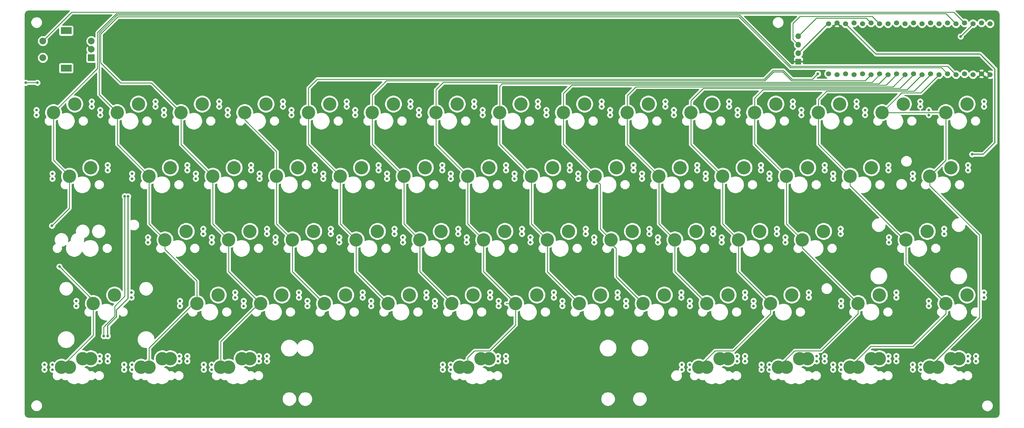
<source format=gbr>
%TF.GenerationSoftware,KiCad,Pcbnew,(5.1.6)-1*%
%TF.CreationDate,2020-08-24T23:39:16+07:00*%
%TF.ProjectId,Pill60,50696c6c-3630-42e6-9b69-6361645f7063,rev?*%
%TF.SameCoordinates,Original*%
%TF.FileFunction,Copper,L1,Top*%
%TF.FilePolarity,Positive*%
%FSLAX46Y46*%
G04 Gerber Fmt 4.6, Leading zero omitted, Abs format (unit mm)*
G04 Created by KiCad (PCBNEW (5.1.6)-1) date 2020-08-24 23:39:16*
%MOMM*%
%LPD*%
G01*
G04 APERTURE LIST*
%TA.AperFunction,ComponentPad*%
%ADD10C,1.524000*%
%TD*%
%TA.AperFunction,ComponentPad*%
%ADD11C,2.000000*%
%TD*%
%TA.AperFunction,ComponentPad*%
%ADD12R,3.200000X2.000000*%
%TD*%
%TA.AperFunction,ComponentPad*%
%ADD13R,2.000000X2.000000*%
%TD*%
%TA.AperFunction,ComponentPad*%
%ADD14O,1.700000X1.700000*%
%TD*%
%TA.AperFunction,ComponentPad*%
%ADD15R,1.700000X1.700000*%
%TD*%
%TA.AperFunction,ViaPad*%
%ADD16C,4.000000*%
%TD*%
%TA.AperFunction,ViaPad*%
%ADD17C,0.800000*%
%TD*%
%TA.AperFunction,Conductor*%
%ADD18C,0.250000*%
%TD*%
%TA.AperFunction,Conductor*%
%ADD19C,0.380000*%
%TD*%
%TA.AperFunction,Conductor*%
%ADD20C,0.254000*%
%TD*%
G04 APERTURE END LIST*
D10*
%TO.P,U1,GND*%
%TO.N,GND*%
X342790000Y-81374000D03*
%TO.P,U1,PB10*%
%TO.N,COL2*%
X330090000Y-81120000D03*
%TO.P,U1,PA3*%
%TO.N,COL7*%
X312310000Y-81374000D03*
%TO.P,U1,PC15*%
%TO.N,Net-(U1-PadPC15)*%
X302150000Y-81374000D03*
%TO.P,U1,GND*%
%TO.N,GND*%
X340250000Y-81120000D03*
%TO.P,U1,PA5*%
%TO.N,COL9*%
X317390000Y-81374000D03*
%TO.P,U1,NRST*%
%TO.N,Net-(U1-PadNRST)*%
X335170000Y-81120000D03*
%TO.P,U1,PB11*%
%TO.N,COL1*%
X332630000Y-81374000D03*
%TO.P,U1,3V3*%
%TO.N,+3V3*%
X337710000Y-81374000D03*
%TO.P,U1,PA4*%
%TO.N,COL8*%
X314850000Y-81120000D03*
%TO.P,U1,PA6*%
%TO.N,COL10*%
X319930000Y-81120000D03*
%TO.P,U1,PA1*%
%TO.N,COL5*%
X307230000Y-81374000D03*
%TO.P,U1,PB1*%
%TO.N,COL13*%
X327550000Y-81374000D03*
%TO.P,U1,PC14*%
%TO.N,Net-(U1-PadPC14)*%
X299610000Y-81120000D03*
%TO.P,U1,PA0*%
%TO.N,Net-(U1-PadPA0)*%
X304690000Y-81120000D03*
%TO.P,U1,PA2*%
%TO.N,COL6*%
X309770000Y-81120000D03*
%TO.P,U1,PC13*%
%TO.N,Net-(U1-PadPC13)*%
X297070000Y-81374000D03*
%TO.P,U1,PA7*%
%TO.N,COL11*%
X322470000Y-81374000D03*
%TO.P,U1,VBAT*%
%TO.N,Net-(U1-PadVBAT)*%
X294530000Y-81120000D03*
%TO.P,U1,PB0*%
%TO.N,COL12*%
X325010000Y-81120000D03*
%TO.P,U1,PB12*%
%TO.N,Net-(U1-PadPB12)*%
X342790000Y-66134000D03*
%TO.P,U1,PB13*%
%TO.N,ROW3*%
X340250000Y-65880000D03*
%TO.P,U1,PB14*%
%TO.N,LED*%
X337710000Y-66134000D03*
%TO.P,U1,PB15*%
%TO.N,COL3*%
X335170000Y-65880000D03*
%TO.P,U1,PA8*%
%TO.N,COL0*%
X332630000Y-66134000D03*
%TO.P,U1,PA11*%
%TO.N,Net-(U1-PadPA11)*%
X325010000Y-65880000D03*
%TO.P,U1,PA9*%
%TO.N,Net-(U1-PadPA9)*%
X330090000Y-65880000D03*
%TO.P,U1,PA10*%
%TO.N,COL4*%
X327550000Y-66134000D03*
%TO.P,U1,PA12*%
%TO.N,Net-(U1-PadPA12)*%
X322470000Y-66134000D03*
%TO.P,U1,PA15*%
%TO.N,ROW2*%
X319930000Y-65880000D03*
%TO.P,U1,PB3*%
%TO.N,ROW1*%
X317390000Y-66134000D03*
%TO.P,U1,PB5*%
%TO.N,ROW4*%
X312310000Y-66134000D03*
%TO.P,U1,PB4*%
%TO.N,ROW0*%
X314850000Y-65880000D03*
%TO.P,U1,PB6*%
%TO.N,SCL*%
X309770000Y-66134000D03*
%TO.P,U1,PB7*%
%TO.N,SDA*%
X307230000Y-65880000D03*
%TO.P,U1,5V*%
%TO.N,+5V*%
X299610000Y-66134000D03*
%TO.P,U1,PB8*%
%TO.N,ENCB*%
X304690000Y-66134000D03*
%TO.P,U1,PB9*%
%TO.N,ENCA*%
X302150000Y-65880000D03*
%TO.P,U1,GND*%
%TO.N,GND*%
X297070000Y-65880000D03*
%TO.P,U1,3V3*%
%TO.N,+3V3*%
X294530000Y-66134000D03*
%TD*%
D11*
%TO.P,SW1,S1*%
%TO.N,COL3*%
X59675000Y-71318750D03*
%TO.P,SW1,S2*%
%TO.N,SWE2*%
X59675000Y-76318750D03*
D12*
%TO.P,SW1,MP*%
%TO.N,N/C*%
X66675000Y-68218750D03*
X66675000Y-79418750D03*
D11*
%TO.P,SW1,B*%
%TO.N,ENCB*%
X74175000Y-71318750D03*
%TO.P,SW1,C*%
%TO.N,GND*%
X74175000Y-73818750D03*
D13*
%TO.P,SW1,A*%
%TO.N,ENCA*%
X74175000Y-76318750D03*
%TD*%
D14*
%TO.P,J1,4*%
%TO.N,SDA*%
X285500000Y-69860000D03*
%TO.P,J1,3*%
%TO.N,SCL*%
X285500000Y-72400000D03*
%TO.P,J1,2*%
%TO.N,+3V3*%
X285500000Y-74940000D03*
D15*
%TO.P,J1,1*%
%TO.N,GND*%
X285500000Y-77480000D03*
%TD*%
D16*
%TO.N,Net-(125MXRCTRL1-Pad2)*%
%TO.C,15MXRCTRL2*%
X331152500Y-166370000D03*
D17*
%TO.N,COL13*%
X319722500Y-168148000D03*
X319722500Y-169672000D03*
D16*
X324802500Y-168910000D03*
D17*
%TO.N,Net-(125MXRCTRL1-Pad2)*%
X336232500Y-165608000D03*
X336232500Y-167132000D03*
%TD*%
%TO.N,Net-(6.25MXSPC1-Pad2)*%
%TO.C,6MXSPC1*%
X198120000Y-165608000D03*
X198120000Y-167132000D03*
%TO.N,COL6*%
X181610000Y-169672000D03*
D16*
%TO.N,Net-(6.25MXSPC1-Pad2)*%
X193040000Y-166370000D03*
%TO.N,COL6*%
X186690000Y-168910000D03*
D17*
X181610000Y-168148000D03*
%TD*%
%TO.N,Net-(D9-Pad2)*%
%TO.C,MXZ1*%
X117157500Y-148082000D03*
%TO.N,COL1*%
X100647500Y-150622000D03*
%TO.N,Net-(D9-Pad2)*%
X117157500Y-146558000D03*
%TO.N,COL1*%
X100647500Y-149098000D03*
D16*
X105727500Y-149860000D03*
%TO.N,Net-(D9-Pad2)*%
X112077500Y-147320000D03*
%TD*%
D17*
%TO.N,Net-(D29-Pad2)*%
%TO.C,MXY1*%
X198120000Y-109982000D03*
%TO.N,COL6*%
X181610000Y-112522000D03*
%TO.N,Net-(D29-Pad2)*%
X198120000Y-108458000D03*
%TO.N,COL6*%
X181610000Y-110998000D03*
D16*
X186690000Y-111760000D03*
%TO.N,Net-(D29-Pad2)*%
X193040000Y-109220000D03*
%TD*%
D17*
%TO.N,Net-(D14-Pad2)*%
%TO.C,MXX1*%
X136207500Y-148082000D03*
%TO.N,COL2*%
X119697500Y-150622000D03*
%TO.N,Net-(D14-Pad2)*%
X136207500Y-146558000D03*
%TO.N,COL2*%
X119697500Y-149098000D03*
D16*
X124777500Y-149860000D03*
%TO.N,Net-(D14-Pad2)*%
X131127500Y-147320000D03*
%TD*%
D17*
%TO.N,Net-(D12-Pad2)*%
%TO.C,MXW1*%
X121920000Y-109982000D03*
%TO.N,COL2*%
X105410000Y-112522000D03*
%TO.N,Net-(D12-Pad2)*%
X121920000Y-108458000D03*
%TO.N,COL2*%
X105410000Y-110998000D03*
D16*
X110490000Y-111760000D03*
%TO.N,Net-(D12-Pad2)*%
X116840000Y-109220000D03*
%TD*%
D17*
%TO.N,Net-(D23-Pad2)*%
%TO.C,MXV1*%
X174307500Y-148082000D03*
%TO.N,COL4*%
X157797500Y-150622000D03*
%TO.N,Net-(D23-Pad2)*%
X174307500Y-146558000D03*
%TO.N,COL4*%
X157797500Y-149098000D03*
D16*
X162877500Y-149860000D03*
%TO.N,Net-(D23-Pad2)*%
X169227500Y-147320000D03*
%TD*%
D17*
%TO.N,Net-(D34-Pad2)*%
%TO.C,MXU1*%
X217170000Y-109982000D03*
%TO.N,COL7*%
X200660000Y-112522000D03*
%TO.N,Net-(D34-Pad2)*%
X217170000Y-108458000D03*
%TO.N,COL7*%
X200660000Y-110998000D03*
D16*
X205740000Y-111760000D03*
%TO.N,Net-(D34-Pad2)*%
X212090000Y-109220000D03*
%TD*%
D17*
%TO.N,Net-(D25-Pad2)*%
%TO.C,MXT1*%
X179070000Y-109982000D03*
%TO.N,COL5*%
X162560000Y-112522000D03*
%TO.N,Net-(D25-Pad2)*%
X179070000Y-108458000D03*
%TO.N,COL5*%
X162560000Y-110998000D03*
D16*
X167640000Y-111760000D03*
%TO.N,Net-(D25-Pad2)*%
X173990000Y-109220000D03*
%TD*%
D17*
%TO.N,Net-(D49-Pad2)*%
%TO.C,MXSLSH1*%
X288607500Y-148082000D03*
%TO.N,COL10*%
X272097500Y-150622000D03*
%TO.N,Net-(D49-Pad2)*%
X288607500Y-146558000D03*
%TO.N,COL10*%
X272097500Y-149098000D03*
D16*
X277177500Y-149860000D03*
%TO.N,Net-(D49-Pad2)*%
X283527500Y-147320000D03*
%TD*%
D17*
%TO.N,Net-(D13-Pad2)*%
%TO.C,MXS1*%
X126682500Y-129032000D03*
%TO.N,COL2*%
X110172500Y-131572000D03*
%TO.N,Net-(D13-Pad2)*%
X126682500Y-127508000D03*
%TO.N,COL2*%
X110172500Y-130048000D03*
D16*
X115252500Y-130810000D03*
%TO.N,Net-(D13-Pad2)*%
X121602500Y-128270000D03*
%TD*%
D17*
%TO.N,Net-(D44-Pad2)*%
%TO.C,MXRNGL1*%
X269557500Y-148082000D03*
%TO.N,COL9*%
X253047500Y-150622000D03*
%TO.N,Net-(D44-Pad2)*%
X269557500Y-146558000D03*
%TO.N,COL9*%
X253047500Y-149098000D03*
D16*
X258127500Y-149860000D03*
%TO.N,Net-(D44-Pad2)*%
X264477500Y-147320000D03*
%TD*%
D17*
%TO.N,Net-(125MXRMENU1-Pad2)*%
%TO.C,MXRMN1*%
X312420000Y-167132000D03*
%TO.N,COL12*%
X295910000Y-169672000D03*
%TO.N,Net-(125MXRMENU1-Pad2)*%
X312420000Y-165608000D03*
%TO.N,COL12*%
X295910000Y-168148000D03*
D16*
X300990000Y-168910000D03*
%TO.N,Net-(125MXRMENU1-Pad2)*%
X307340000Y-166370000D03*
%TD*%
D17*
%TO.N,Net-(125MXRGUI1-Pad2)*%
%TO.C,MXRGUI1*%
X293370000Y-167132000D03*
%TO.N,COL11*%
X276860000Y-169672000D03*
%TO.N,Net-(125MXRGUI1-Pad2)*%
X293370000Y-165608000D03*
%TO.N,COL11*%
X276860000Y-168148000D03*
D16*
X281940000Y-168910000D03*
%TO.N,Net-(125MXRGUI1-Pad2)*%
X288290000Y-166370000D03*
%TD*%
D17*
%TO.N,Net-(D57-Pad2)*%
%TO.C,MXRBRAC1*%
X312420000Y-109982000D03*
%TO.N,COL12*%
X295910000Y-112522000D03*
%TO.N,Net-(D57-Pad2)*%
X312420000Y-108458000D03*
%TO.N,COL12*%
X295910000Y-110998000D03*
D16*
X300990000Y-111760000D03*
%TO.N,Net-(D57-Pad2)*%
X307340000Y-109220000D03*
%TD*%
D17*
%TO.N,Net-(D21-Pad2)*%
%TO.C,MXR1*%
X160020000Y-109982000D03*
%TO.N,COL4*%
X143510000Y-112522000D03*
%TO.N,Net-(D21-Pad2)*%
X160020000Y-108458000D03*
%TO.N,COL4*%
X143510000Y-110998000D03*
D16*
X148590000Y-111760000D03*
%TO.N,Net-(D21-Pad2)*%
X154940000Y-109220000D03*
%TD*%
D17*
%TO.N,Net-(D53-Pad2)*%
%TO.C,MXQUOT1*%
X298132500Y-129032000D03*
%TO.N,COL11*%
X281622500Y-131572000D03*
%TO.N,Net-(D53-Pad2)*%
X298132500Y-127508000D03*
%TO.N,COL11*%
X281622500Y-130048000D03*
D16*
X286702500Y-130810000D03*
%TO.N,Net-(D53-Pad2)*%
X293052500Y-128270000D03*
%TD*%
D17*
%TO.N,Net-(D7-Pad2)*%
%TO.C,MXQ1*%
X102870000Y-109982000D03*
%TO.N,COL1*%
X86360000Y-112522000D03*
%TO.N,Net-(D7-Pad2)*%
X102870000Y-108458000D03*
%TO.N,COL1*%
X86360000Y-110998000D03*
D16*
X91440000Y-111760000D03*
%TO.N,Net-(D7-Pad2)*%
X97790000Y-109220000D03*
%TD*%
D17*
%TO.N,Net-(D47-Pad2)*%
%TO.C,MXP1*%
X274320000Y-109982000D03*
%TO.N,COL10*%
X257810000Y-112522000D03*
%TO.N,Net-(D47-Pad2)*%
X274320000Y-108458000D03*
%TO.N,COL10*%
X257810000Y-110998000D03*
D16*
X262890000Y-111760000D03*
%TO.N,Net-(D47-Pad2)*%
X269240000Y-109220000D03*
%TD*%
D17*
%TO.N,Net-(D42-Pad2)*%
%TO.C,MXO1*%
X255270000Y-109982000D03*
%TO.N,COL9*%
X238760000Y-112522000D03*
%TO.N,Net-(D42-Pad2)*%
X255270000Y-108458000D03*
%TO.N,COL9*%
X238760000Y-110998000D03*
D16*
X243840000Y-111760000D03*
%TO.N,Net-(D42-Pad2)*%
X250190000Y-109220000D03*
%TD*%
D17*
%TO.N,Net-(D31-Pad2)*%
%TO.C,MXN1*%
X212407500Y-148082000D03*
%TO.N,COL6*%
X195897500Y-150622000D03*
%TO.N,Net-(D31-Pad2)*%
X212407500Y-146558000D03*
%TO.N,COL6*%
X195897500Y-149098000D03*
D16*
X200977500Y-149860000D03*
%TO.N,Net-(D31-Pad2)*%
X207327500Y-147320000D03*
%TD*%
D17*
%TO.N,Net-(D36-Pad2)*%
%TO.C,MXM1*%
X231457500Y-148082000D03*
%TO.N,COL7*%
X214947500Y-150622000D03*
%TO.N,Net-(D36-Pad2)*%
X231457500Y-146558000D03*
%TO.N,COL7*%
X214947500Y-149098000D03*
D16*
X220027500Y-149860000D03*
%TO.N,Net-(D36-Pad2)*%
X226377500Y-147320000D03*
%TD*%
D17*
%TO.N,Net-(D40-Pad2)*%
%TO.C,MXLNGL1*%
X250507500Y-148082000D03*
%TO.N,COL8*%
X233997500Y-150622000D03*
%TO.N,Net-(D40-Pad2)*%
X250507500Y-146558000D03*
%TO.N,COL8*%
X233997500Y-149098000D03*
D16*
X239077500Y-149860000D03*
%TO.N,Net-(D40-Pad2)*%
X245427500Y-147320000D03*
%TD*%
D17*
%TO.N,Net-(125MXLGUI1-Pad2)*%
%TO.C,MXLGUI1*%
X102870000Y-167132000D03*
%TO.N,COL1*%
X86360000Y-169672000D03*
%TO.N,Net-(125MXLGUI1-Pad2)*%
X102870000Y-165608000D03*
%TO.N,COL1*%
X86360000Y-168148000D03*
D16*
X91440000Y-168910000D03*
%TO.N,Net-(125MXLGUI1-Pad2)*%
X97790000Y-166370000D03*
%TD*%
D17*
%TO.N,Net-(D52-Pad2)*%
%TO.C,MXLBRAC1*%
X293370000Y-109982000D03*
%TO.N,COL11*%
X276860000Y-112522000D03*
%TO.N,Net-(D52-Pad2)*%
X293370000Y-108458000D03*
%TO.N,COL11*%
X276860000Y-110998000D03*
D16*
X281940000Y-111760000D03*
%TO.N,Net-(D52-Pad2)*%
X288290000Y-109220000D03*
%TD*%
D17*
%TO.N,Net-(D43-Pad2)*%
%TO.C,MXL1*%
X260032500Y-129032000D03*
%TO.N,COL9*%
X243522500Y-131572000D03*
%TO.N,Net-(D43-Pad2)*%
X260032500Y-127508000D03*
%TO.N,COL9*%
X243522500Y-130048000D03*
D16*
X248602500Y-130810000D03*
%TO.N,Net-(D43-Pad2)*%
X254952500Y-128270000D03*
%TD*%
D17*
%TO.N,Net-(D39-Pad2)*%
%TO.C,MXK1*%
X240982500Y-129032000D03*
%TO.N,COL8*%
X224472500Y-131572000D03*
%TO.N,Net-(D39-Pad2)*%
X240982500Y-127508000D03*
%TO.N,COL8*%
X224472500Y-130048000D03*
D16*
X229552500Y-130810000D03*
%TO.N,Net-(D39-Pad2)*%
X235902500Y-128270000D03*
%TD*%
D17*
%TO.N,Net-(D35-Pad2)*%
%TO.C,MXJ1*%
X221932500Y-129032000D03*
%TO.N,COL7*%
X205422500Y-131572000D03*
%TO.N,Net-(D35-Pad2)*%
X221932500Y-127508000D03*
%TO.N,COL7*%
X205422500Y-130048000D03*
D16*
X210502500Y-130810000D03*
%TO.N,Net-(D35-Pad2)*%
X216852500Y-128270000D03*
%TD*%
D17*
%TO.N,Net-(D38-Pad2)*%
%TO.C,MXI1*%
X236220000Y-109982000D03*
%TO.N,COL8*%
X219710000Y-112522000D03*
%TO.N,Net-(D38-Pad2)*%
X236220000Y-108458000D03*
%TO.N,COL8*%
X219710000Y-110998000D03*
D16*
X224790000Y-111760000D03*
%TO.N,Net-(D38-Pad2)*%
X231140000Y-109220000D03*
%TD*%
D17*
%TO.N,Net-(D30-Pad2)*%
%TO.C,MXH1*%
X202882500Y-129032000D03*
%TO.N,COL6*%
X186372500Y-131572000D03*
%TO.N,Net-(D30-Pad2)*%
X202882500Y-127508000D03*
%TO.N,COL6*%
X186372500Y-130048000D03*
D16*
X191452500Y-130810000D03*
%TO.N,Net-(D30-Pad2)*%
X197802500Y-128270000D03*
%TD*%
D17*
%TO.N,Net-(D26-Pad2)*%
%TO.C,MXG1*%
X183832500Y-129032000D03*
%TO.N,COL5*%
X167322500Y-131572000D03*
%TO.N,Net-(D26-Pad2)*%
X183832500Y-127508000D03*
%TO.N,COL5*%
X167322500Y-130048000D03*
D16*
X172402500Y-130810000D03*
%TO.N,Net-(D26-Pad2)*%
X178752500Y-128270000D03*
%TD*%
D17*
%TO.N,Net-(D61-Pad2)*%
%TO.C,MXFN1*%
X340995000Y-148082000D03*
%TO.N,COL12*%
X324485000Y-150622000D03*
%TO.N,Net-(D61-Pad2)*%
X340995000Y-146558000D03*
%TO.N,COL12*%
X324485000Y-149098000D03*
D16*
X329565000Y-149860000D03*
%TO.N,Net-(D61-Pad2)*%
X335915000Y-147320000D03*
%TD*%
D17*
%TO.N,Net-(D22-Pad2)*%
%TO.C,MXF1*%
X164782500Y-129032000D03*
%TO.N,COL4*%
X148272500Y-131572000D03*
%TO.N,Net-(D22-Pad2)*%
X164782500Y-127508000D03*
%TO.N,COL4*%
X148272500Y-130048000D03*
D16*
X153352500Y-130810000D03*
%TO.N,Net-(D22-Pad2)*%
X159702500Y-128270000D03*
%TD*%
D17*
%TO.N,Net-(D1-Pad2)*%
%TO.C,MXESC1*%
X74295000Y-90932000D03*
%TO.N,COL0*%
X57785000Y-93472000D03*
%TO.N,Net-(D1-Pad2)*%
X74295000Y-89408000D03*
%TO.N,COL0*%
X57785000Y-91948000D03*
D16*
X62865000Y-92710000D03*
%TO.N,Net-(D1-Pad2)*%
X69215000Y-90170000D03*
%TD*%
D17*
%TO.N,Net-(D56-Pad2)*%
%TO.C,MXEQL1*%
X302895000Y-90932000D03*
%TO.N,COL12*%
X286385000Y-93472000D03*
%TO.N,Net-(D56-Pad2)*%
X302895000Y-89408000D03*
%TO.N,COL12*%
X286385000Y-91948000D03*
D16*
X291465000Y-92710000D03*
%TO.N,Net-(D56-Pad2)*%
X297815000Y-90170000D03*
%TD*%
D17*
%TO.N,Net-(D17-Pad2)*%
%TO.C,MXE1*%
X140970000Y-109982000D03*
%TO.N,COL3*%
X124460000Y-112522000D03*
%TO.N,Net-(D17-Pad2)*%
X140970000Y-108458000D03*
%TO.N,COL3*%
X124460000Y-110998000D03*
D16*
X129540000Y-111760000D03*
%TO.N,Net-(D17-Pad2)*%
X135890000Y-109220000D03*
%TD*%
D17*
%TO.N,Net-(D51-Pad2)*%
%TO.C,MXDSH1*%
X283845000Y-90932000D03*
%TO.N,COL11*%
X267335000Y-93472000D03*
%TO.N,Net-(D51-Pad2)*%
X283845000Y-89408000D03*
%TO.N,COL11*%
X267335000Y-91948000D03*
D16*
X272415000Y-92710000D03*
%TO.N,Net-(D51-Pad2)*%
X278765000Y-90170000D03*
%TD*%
D17*
%TO.N,Net-(D63-Pad2)*%
%TO.C,MXDEL1*%
X340995000Y-90932000D03*
%TO.N,COL13*%
X324485000Y-93472000D03*
%TO.N,Net-(D63-Pad2)*%
X340995000Y-89408000D03*
%TO.N,COL13*%
X324485000Y-91948000D03*
D16*
X329565000Y-92710000D03*
%TO.N,Net-(D63-Pad2)*%
X335915000Y-90170000D03*
%TD*%
D17*
%TO.N,Net-(D18-Pad2)*%
%TO.C,MXD1*%
X145732500Y-129032000D03*
%TO.N,COL3*%
X129222500Y-131572000D03*
%TO.N,Net-(D18-Pad2)*%
X145732500Y-127508000D03*
%TO.N,COL3*%
X129222500Y-130048000D03*
D16*
X134302500Y-130810000D03*
%TO.N,Net-(D18-Pad2)*%
X140652500Y-128270000D03*
%TD*%
D17*
%TO.N,Net-(D48-Pad2)*%
%TO.C,MXCLN1*%
X279082500Y-129032000D03*
%TO.N,COL10*%
X262572500Y-131572000D03*
%TO.N,Net-(D48-Pad2)*%
X279082500Y-127508000D03*
%TO.N,COL10*%
X262572500Y-130048000D03*
D16*
X267652500Y-130810000D03*
%TO.N,Net-(D48-Pad2)*%
X274002500Y-128270000D03*
%TD*%
D17*
%TO.N,Net-(D19-Pad2)*%
%TO.C,MXC1*%
X155257500Y-148082000D03*
%TO.N,COL3*%
X138747500Y-150622000D03*
%TO.N,Net-(D19-Pad2)*%
X155257500Y-146558000D03*
%TO.N,COL3*%
X138747500Y-149098000D03*
D16*
X143827500Y-149860000D03*
%TO.N,Net-(D19-Pad2)*%
X150177500Y-147320000D03*
%TD*%
D17*
%TO.N,Net-(D58-Pad2)*%
%TO.C,MXBSPC1*%
X321945000Y-90932000D03*
%TO.N,COL13*%
X305435000Y-93472000D03*
%TO.N,Net-(D58-Pad2)*%
X321945000Y-89408000D03*
%TO.N,COL13*%
X305435000Y-91948000D03*
D16*
X310515000Y-92710000D03*
%TO.N,Net-(D58-Pad2)*%
X316865000Y-90170000D03*
%TD*%
D17*
%TO.N,Net-(D27-Pad2)*%
%TO.C,MXB1*%
X193357500Y-148082000D03*
%TO.N,COL5*%
X176847500Y-150622000D03*
%TO.N,Net-(D27-Pad2)*%
X193357500Y-146558000D03*
%TO.N,COL5*%
X176847500Y-149098000D03*
D16*
X181927500Y-149860000D03*
%TO.N,Net-(D27-Pad2)*%
X188277500Y-147320000D03*
%TD*%
D17*
%TO.N,Net-(D8-Pad2)*%
%TO.C,MXA1*%
X107632500Y-129032000D03*
%TO.N,COL1*%
X91122500Y-131572000D03*
%TO.N,Net-(D8-Pad2)*%
X107632500Y-127508000D03*
%TO.N,COL1*%
X91122500Y-130048000D03*
D16*
X96202500Y-130810000D03*
%TO.N,Net-(D8-Pad2)*%
X102552500Y-128270000D03*
%TD*%
D17*
%TO.N,Net-(D41-Pad2)*%
%TO.C,MX9*%
X245745000Y-90932000D03*
%TO.N,COL9*%
X229235000Y-93472000D03*
%TO.N,Net-(D41-Pad2)*%
X245745000Y-89408000D03*
%TO.N,COL9*%
X229235000Y-91948000D03*
D16*
X234315000Y-92710000D03*
%TO.N,Net-(D41-Pad2)*%
X240665000Y-90170000D03*
%TD*%
D17*
%TO.N,Net-(D37-Pad2)*%
%TO.C,MX8*%
X226695000Y-90932000D03*
%TO.N,COL8*%
X210185000Y-93472000D03*
%TO.N,Net-(D37-Pad2)*%
X226695000Y-89408000D03*
%TO.N,COL8*%
X210185000Y-91948000D03*
D16*
X215265000Y-92710000D03*
%TO.N,Net-(D37-Pad2)*%
X221615000Y-90170000D03*
%TD*%
D17*
%TO.N,Net-(D33-Pad2)*%
%TO.C,MX7*%
X207645000Y-90932000D03*
%TO.N,COL7*%
X191135000Y-93472000D03*
%TO.N,Net-(D33-Pad2)*%
X207645000Y-89408000D03*
%TO.N,COL7*%
X191135000Y-91948000D03*
D16*
X196215000Y-92710000D03*
%TO.N,Net-(D33-Pad2)*%
X202565000Y-90170000D03*
%TD*%
D17*
%TO.N,Net-(D28-Pad2)*%
%TO.C,MX6*%
X188595000Y-90932000D03*
%TO.N,COL6*%
X172085000Y-93472000D03*
%TO.N,Net-(D28-Pad2)*%
X188595000Y-89408000D03*
%TO.N,COL6*%
X172085000Y-91948000D03*
D16*
X177165000Y-92710000D03*
%TO.N,Net-(D28-Pad2)*%
X183515000Y-90170000D03*
%TD*%
D17*
%TO.N,Net-(D24-Pad2)*%
%TO.C,MX5*%
X169545000Y-90932000D03*
%TO.N,COL5*%
X153035000Y-93472000D03*
%TO.N,Net-(D24-Pad2)*%
X169545000Y-89408000D03*
%TO.N,COL5*%
X153035000Y-91948000D03*
D16*
X158115000Y-92710000D03*
%TO.N,Net-(D24-Pad2)*%
X164465000Y-90170000D03*
%TD*%
D17*
%TO.N,Net-(D20-Pad2)*%
%TO.C,MX4*%
X150495000Y-90932000D03*
%TO.N,COL4*%
X133985000Y-93472000D03*
%TO.N,Net-(D20-Pad2)*%
X150495000Y-89408000D03*
%TO.N,COL4*%
X133985000Y-91948000D03*
D16*
X139065000Y-92710000D03*
%TO.N,Net-(D20-Pad2)*%
X145415000Y-90170000D03*
%TD*%
D17*
%TO.N,Net-(D16-Pad2)*%
%TO.C,MX3*%
X131445000Y-90932000D03*
%TO.N,COL3*%
X114935000Y-93472000D03*
%TO.N,Net-(D16-Pad2)*%
X131445000Y-89408000D03*
%TO.N,COL3*%
X114935000Y-91948000D03*
D16*
X120015000Y-92710000D03*
%TO.N,Net-(D16-Pad2)*%
X126365000Y-90170000D03*
%TD*%
D17*
%TO.N,Net-(D11-Pad2)*%
%TO.C,MX2*%
X112395000Y-90932000D03*
%TO.N,COL2*%
X95885000Y-93472000D03*
%TO.N,Net-(D11-Pad2)*%
X112395000Y-89408000D03*
%TO.N,COL2*%
X95885000Y-91948000D03*
D16*
X100965000Y-92710000D03*
%TO.N,Net-(D11-Pad2)*%
X107315000Y-90170000D03*
%TD*%
D17*
%TO.N,Net-(D6-Pad2)*%
%TO.C,MX1*%
X93345000Y-90932000D03*
%TO.N,COL1*%
X76835000Y-93472000D03*
%TO.N,Net-(D6-Pad2)*%
X93345000Y-89408000D03*
%TO.N,COL1*%
X76835000Y-91948000D03*
D16*
X81915000Y-92710000D03*
%TO.N,Net-(D6-Pad2)*%
X88265000Y-90170000D03*
%TD*%
D17*
%TO.N,Net-(D46-Pad2)*%
%TO.C,MX0*%
X264795000Y-90932000D03*
%TO.N,COL10*%
X248285000Y-93472000D03*
%TO.N,Net-(D46-Pad2)*%
X264795000Y-89408000D03*
%TO.N,COL10*%
X248285000Y-91948000D03*
D16*
X253365000Y-92710000D03*
%TO.N,Net-(D46-Pad2)*%
X259715000Y-90170000D03*
%TD*%
%TO.N,Net-(6.25MXSPC1-Pad2)*%
%TO.C,6.25MXSPC1*%
X190658750Y-166370000D03*
D17*
%TO.N,COL6*%
X179228750Y-168148000D03*
X179228750Y-169672000D03*
D16*
X184308750Y-168910000D03*
D17*
%TO.N,Net-(6.25MXSPC1-Pad2)*%
X195738750Y-165608000D03*
X195738750Y-167132000D03*
%TD*%
D16*
%TO.N,Net-(225MXLSFT1-Pad2)*%
%TO.C,225MXLSFT1*%
X81121250Y-147320000D03*
D17*
%TO.N,COL0*%
X69691250Y-149098000D03*
X69691250Y-150622000D03*
D16*
X74771250Y-149860000D03*
D17*
%TO.N,Net-(225MXLSFT1-Pad2)*%
X86201250Y-146558000D03*
X86201250Y-148082000D03*
%TD*%
D16*
%TO.N,Net-(225MXENT1-Pad2)*%
%TO.C,225MXENT1*%
X324008750Y-128270000D03*
D17*
%TO.N,COL12*%
X312578750Y-130048000D03*
X312578750Y-131572000D03*
D16*
X317658750Y-130810000D03*
D17*
%TO.N,Net-(225MXENT1-Pad2)*%
X329088750Y-127508000D03*
X329088750Y-129032000D03*
%TD*%
D16*
%TO.N,Net-(175MXRSFT1-Pad2)*%
%TO.C,175MXRSFT1*%
X309721250Y-147320000D03*
D17*
%TO.N,COL11*%
X298291250Y-149098000D03*
X298291250Y-150622000D03*
D16*
X303371250Y-149860000D03*
D17*
%TO.N,Net-(175MXRSFT1-Pad2)*%
X314801250Y-146558000D03*
X314801250Y-148082000D03*
%TD*%
D16*
%TO.N,Net-(15MXTab1-Pad2)*%
%TO.C,15MXTab1*%
X73977500Y-109220000D03*
D17*
%TO.N,COL0*%
X62547500Y-110998000D03*
X62547500Y-112522000D03*
D16*
X67627500Y-111760000D03*
D17*
%TO.N,Net-(15MXTab1-Pad2)*%
X79057500Y-108458000D03*
X79057500Y-109982000D03*
%TD*%
D16*
%TO.N,Net-(125MXLCTRL1-Pad2)*%
%TO.C,15MXLCTRL1*%
X73977500Y-166370000D03*
D17*
%TO.N,COL0*%
X62547500Y-168148000D03*
X62547500Y-169672000D03*
D16*
X67627500Y-168910000D03*
D17*
%TO.N,Net-(125MXLCTRL1-Pad2)*%
X79057500Y-165608000D03*
X79057500Y-167132000D03*
%TD*%
D16*
%TO.N,Net-(125MXRATL1-Pad2)*%
%TO.C,15MXRALT2*%
X264477500Y-166370000D03*
D17*
%TO.N,COL10*%
X253047500Y-168148000D03*
X253047500Y-169672000D03*
D16*
X258127500Y-168910000D03*
D17*
%TO.N,Net-(125MXRATL1-Pad2)*%
X269557500Y-165608000D03*
X269557500Y-167132000D03*
%TD*%
D16*
%TO.N,Net-(125MXLALT1-Pad2)*%
%TO.C,15MXLALT1*%
X121602500Y-166370000D03*
D17*
%TO.N,COL2*%
X110172500Y-168148000D03*
X110172500Y-169672000D03*
D16*
X115252500Y-168910000D03*
D17*
%TO.N,Net-(125MXLALT1-Pad2)*%
X126682500Y-165608000D03*
X126682500Y-167132000D03*
%TD*%
D16*
%TO.N,Net-(15MXBSLSH1-Pad2)*%
%TO.C,15MXBSLSH1*%
X331152500Y-109220000D03*
D17*
%TO.N,COL13*%
X319722500Y-110998000D03*
X319722500Y-112522000D03*
D16*
X324802500Y-111760000D03*
D17*
%TO.N,Net-(15MXBSLSH1-Pad2)*%
X336232500Y-108458000D03*
X336232500Y-109982000D03*
%TD*%
D16*
%TO.N,Net-(125MXRMENU1-Pad2)*%
%TO.C,125MXRMENU1*%
X309721250Y-166370000D03*
D17*
%TO.N,COL12*%
X298291250Y-168148000D03*
X298291250Y-169672000D03*
D16*
X303371250Y-168910000D03*
D17*
%TO.N,Net-(125MXRMENU1-Pad2)*%
X314801250Y-165608000D03*
X314801250Y-167132000D03*
%TD*%
D16*
%TO.N,Net-(125MXRGUI1-Pad2)*%
%TO.C,125MXRGUI1*%
X285908750Y-166370000D03*
D17*
%TO.N,COL11*%
X274478750Y-168148000D03*
X274478750Y-169672000D03*
D16*
X279558750Y-168910000D03*
D17*
%TO.N,Net-(125MXRGUI1-Pad2)*%
X290988750Y-165608000D03*
X290988750Y-167132000D03*
%TD*%
D16*
%TO.N,Net-(125MXRCTRL1-Pad2)*%
%TO.C,125MXRCTRL1*%
X333533750Y-166370000D03*
D17*
%TO.N,COL13*%
X322103750Y-168148000D03*
X322103750Y-169672000D03*
D16*
X327183750Y-168910000D03*
D17*
%TO.N,Net-(125MXRCTRL1-Pad2)*%
X338613750Y-165608000D03*
X338613750Y-167132000D03*
%TD*%
D16*
%TO.N,Net-(125MXRATL1-Pad2)*%
%TO.C,125MXRATL1*%
X262096250Y-166370000D03*
D17*
%TO.N,COL10*%
X250666250Y-168148000D03*
X250666250Y-169672000D03*
D16*
X255746250Y-168910000D03*
D17*
%TO.N,Net-(125MXRATL1-Pad2)*%
X267176250Y-165608000D03*
X267176250Y-167132000D03*
%TD*%
D16*
%TO.N,Net-(125MXLGUI1-Pad2)*%
%TO.C,125MXLGUI1*%
X95408750Y-166370000D03*
D17*
%TO.N,COL1*%
X83978750Y-168148000D03*
X83978750Y-169672000D03*
D16*
X89058750Y-168910000D03*
D17*
%TO.N,Net-(125MXLGUI1-Pad2)*%
X100488750Y-165608000D03*
X100488750Y-167132000D03*
%TD*%
D16*
%TO.N,Net-(125MXLCTRL1-Pad2)*%
%TO.C,125MXLCTRL1*%
X71596250Y-166370000D03*
D17*
%TO.N,COL0*%
X60166250Y-168148000D03*
X60166250Y-169672000D03*
D16*
X65246250Y-168910000D03*
D17*
%TO.N,Net-(125MXLCTRL1-Pad2)*%
X76676250Y-165608000D03*
X76676250Y-167132000D03*
%TD*%
D16*
%TO.N,Net-(125MXLALT1-Pad2)*%
%TO.C,125MXLALT1*%
X119221250Y-166370000D03*
D17*
%TO.N,COL2*%
X107791250Y-168148000D03*
X107791250Y-169672000D03*
D16*
X112871250Y-168910000D03*
D17*
%TO.N,Net-(125MXLALT1-Pad2)*%
X124301250Y-165608000D03*
X124301250Y-167132000D03*
%TD*%
%TO.N,COL0*%
X62420000Y-126610000D03*
X64650000Y-138830000D03*
%TO.N,ROW4*%
X58050000Y-83800000D03*
X54620000Y-83810000D03*
%TO.N,COL4*%
X291350000Y-81130000D03*
%TO.N,+5V*%
X79070000Y-159630000D03*
X85150000Y-117810000D03*
X337440000Y-105220000D03*
%TO.N,LED*%
X334020000Y-69950000D03*
%TO.N,Net-(L6-Pad1)*%
X77900000Y-159630000D03*
X84150883Y-117767932D03*
%TD*%
D18*
%TO.N,COL2*%
X100965000Y-102235000D02*
X110490000Y-111760000D01*
X100965000Y-92710000D02*
X100965000Y-102235000D01*
X110490000Y-126047500D02*
X115252500Y-130810000D01*
X110490000Y-111760000D02*
X110490000Y-126047500D01*
X115252500Y-140335000D02*
X124777500Y-149860000D01*
X115252500Y-130810000D02*
X115252500Y-140335000D01*
X112871250Y-161260248D02*
X112871250Y-168910000D01*
X123820001Y-151199999D02*
X122931499Y-151199999D01*
X124777500Y-150242500D02*
X123820001Y-151199999D01*
X122931499Y-151199999D02*
X112871250Y-161260248D01*
X124777500Y-149860000D02*
X124777500Y-150242500D01*
X92135000Y-83880000D02*
X82960000Y-83880000D01*
X100965000Y-92710000D02*
X92135000Y-83880000D01*
X82960000Y-83880000D02*
X76945304Y-77865304D01*
X76945304Y-77865304D02*
X76945304Y-69184696D01*
X76945304Y-69184696D02*
X82119969Y-64010031D01*
X267773621Y-64010031D02*
X283083599Y-79320009D01*
X82119969Y-64010031D02*
X267773621Y-64010031D01*
X328290009Y-79320009D02*
X330090000Y-81120000D01*
X283083599Y-79320009D02*
X328290009Y-79320009D01*
%TO.N,COL0*%
X62865000Y-106997500D02*
X67627500Y-111760000D01*
X62865000Y-92710000D02*
X62865000Y-106997500D01*
X67627500Y-111760000D02*
X67627500Y-121402500D01*
X67627500Y-121402500D02*
X62420000Y-126610000D01*
X74771250Y-148951250D02*
X74771250Y-149860000D01*
X64650000Y-138830000D02*
X74771250Y-148951250D01*
X74771250Y-159385000D02*
X65246250Y-168910000D01*
X74771250Y-149860000D02*
X74771250Y-159385000D01*
X81690557Y-63110011D02*
X329606011Y-63110011D01*
X329606011Y-63110011D02*
X332630000Y-66134000D01*
X76045284Y-68755284D02*
X81690557Y-63110011D01*
X62865000Y-92710000D02*
X76045284Y-79529716D01*
X76045284Y-79529716D02*
X76045284Y-68755284D01*
%TO.N,COL1*%
X81915000Y-102235000D02*
X91440000Y-111760000D01*
X81915000Y-92710000D02*
X81915000Y-102235000D01*
X91440000Y-126047500D02*
X96202500Y-130810000D01*
X91440000Y-111760000D02*
X91440000Y-126047500D01*
X105727500Y-143163427D02*
X105727500Y-149860000D01*
X96202500Y-133638427D02*
X105727500Y-143163427D01*
X96202500Y-130810000D02*
X96202500Y-133638427D01*
X91440000Y-163166224D02*
X91440000Y-168910000D01*
X104746224Y-149860000D02*
X91440000Y-163166224D01*
X105727500Y-149860000D02*
X104746224Y-149860000D01*
X76495294Y-68964706D02*
X81899979Y-63560021D01*
X76495294Y-87290294D02*
X76495294Y-68964706D01*
X81915000Y-92710000D02*
X76495294Y-87290294D01*
X81899979Y-63560021D02*
X267960021Y-63560021D01*
X267960021Y-63560021D02*
X283270000Y-78870000D01*
X330126000Y-78870000D02*
X332630000Y-81374000D01*
X283270000Y-78870000D02*
X330126000Y-78870000D01*
%TO.N,ROW4*%
X58040000Y-83810000D02*
X58050000Y-83800000D01*
X54620000Y-83810000D02*
X58040000Y-83810000D01*
%TO.N,COL3*%
X129540000Y-104400000D02*
X129540000Y-111760000D01*
X120015000Y-94875000D02*
X129540000Y-104400000D01*
X120015000Y-92710000D02*
X120015000Y-94875000D01*
X129540000Y-126047500D02*
X134302500Y-130810000D01*
X129540000Y-111760000D02*
X129540000Y-126047500D01*
X134302500Y-140335000D02*
X143827500Y-149860000D01*
X134302500Y-130810000D02*
X134302500Y-140335000D01*
X331950001Y-62660001D02*
X335170000Y-65880000D01*
X59675000Y-71318750D02*
X68333749Y-62660001D01*
X68333749Y-62660001D02*
X331950001Y-62660001D01*
%TO.N,SCL*%
X307625990Y-63989990D02*
X309770000Y-66134000D01*
X285980010Y-63989990D02*
X307625990Y-63989990D01*
X283870000Y-66100000D02*
X285980010Y-63989990D01*
X283870000Y-70770000D02*
X283870000Y-66100000D01*
X285500000Y-72400000D02*
X283870000Y-70770000D01*
%TO.N,SDA*%
X285500000Y-69860000D02*
X290920000Y-64440000D01*
X305790000Y-64440000D02*
X307230000Y-65880000D01*
X290920000Y-64440000D02*
X305790000Y-64440000D01*
D19*
%TO.N,+3V3*%
X294360000Y-66110000D02*
X294620000Y-66110000D01*
X285460000Y-75010000D02*
X294360000Y-66110000D01*
D18*
%TO.N,COL10*%
X253365000Y-102235000D02*
X262890000Y-111760000D01*
X253365000Y-92710000D02*
X253365000Y-102235000D01*
X262890000Y-126047500D02*
X267652500Y-130810000D01*
X262890000Y-111760000D02*
X262890000Y-126047500D01*
X267652500Y-140335000D02*
X277177500Y-149860000D01*
X267652500Y-130810000D02*
X267652500Y-140335000D01*
X266038503Y-164044999D02*
X260611251Y-164044999D01*
X260611251Y-164044999D02*
X255746250Y-168910000D01*
X277177500Y-152906002D02*
X266038503Y-164044999D01*
X277177500Y-149860000D02*
X277177500Y-152906002D01*
X315919940Y-85450060D02*
X320020000Y-81350000D01*
X257130000Y-85450060D02*
X315919940Y-85450060D01*
X253365000Y-92710000D02*
X253365000Y-89215060D01*
X253365000Y-89215060D02*
X257130000Y-85450060D01*
%TO.N,COL13*%
X313343427Y-92710000D02*
X329565000Y-92710000D01*
X310515000Y-92710000D02*
X313343427Y-92710000D01*
X329565000Y-106997500D02*
X324802500Y-111760000D01*
X329565000Y-92710000D02*
X329565000Y-106997500D01*
X339655001Y-154057499D02*
X324802500Y-168910000D01*
X339655001Y-129440928D02*
X339655001Y-154057499D01*
X324802500Y-114588427D02*
X339655001Y-129440928D01*
X324802500Y-111760000D02*
X324802500Y-114588427D01*
X322189911Y-86800089D02*
X327640000Y-81350000D01*
X316424911Y-86800089D02*
X322189911Y-86800089D01*
X310515000Y-92710000D02*
X316424911Y-86800089D01*
%TO.N,COL11*%
X272415000Y-102235000D02*
X281940000Y-111760000D01*
X272415000Y-92710000D02*
X272415000Y-102235000D01*
X281940000Y-126047500D02*
X286702500Y-130810000D01*
X281940000Y-111760000D02*
X281940000Y-126047500D01*
X286702500Y-130810000D02*
X286766672Y-130810000D01*
X284423751Y-164044999D02*
X279558750Y-168910000D01*
X292232253Y-164044999D02*
X284423751Y-164044999D01*
X303371250Y-152906002D02*
X292232253Y-164044999D01*
X303371250Y-149860000D02*
X303371250Y-152906002D01*
X272415000Y-92710000D02*
X272415000Y-88415070D01*
X318009930Y-85900070D02*
X322560000Y-81350000D01*
X274930000Y-85900070D02*
X318009930Y-85900070D01*
X272415000Y-88415070D02*
X274930000Y-85900070D01*
X286702500Y-133191250D02*
X303371250Y-149860000D01*
X286702500Y-130810000D02*
X286702500Y-133191250D01*
%TO.N,COL12*%
X291465000Y-102235000D02*
X300990000Y-111760000D01*
X291465000Y-92710000D02*
X291465000Y-102235000D01*
X317211573Y-130810000D02*
X317658750Y-130810000D01*
X300990000Y-114588427D02*
X317211573Y-130810000D01*
X300990000Y-111760000D02*
X300990000Y-114588427D01*
X317658750Y-137953750D02*
X329565000Y-149860000D01*
X317658750Y-130810000D02*
X317658750Y-137953750D01*
X329565000Y-152906002D02*
X319751002Y-162720000D01*
X329565000Y-149860000D02*
X329565000Y-152906002D01*
X307180000Y-162720000D02*
X300990000Y-168910000D01*
X319751002Y-162720000D02*
X307180000Y-162720000D01*
X291465000Y-92710000D02*
X291465000Y-88815080D01*
X320099920Y-86350080D02*
X325100000Y-81350000D01*
X293930000Y-86350080D02*
X320099920Y-86350080D01*
X291465000Y-88815080D02*
X293930000Y-86350080D01*
%TO.N,COL6*%
X177165000Y-102235000D02*
X186690000Y-111760000D01*
X177165000Y-92710000D02*
X177165000Y-102235000D01*
X186690000Y-126047500D02*
X191452500Y-130810000D01*
X186690000Y-111760000D02*
X186690000Y-126047500D01*
X191452500Y-140335000D02*
X200977500Y-149860000D01*
X191452500Y-130810000D02*
X191452500Y-140335000D01*
X200977500Y-149860000D02*
X198149073Y-149860000D01*
X177165000Y-92710000D02*
X177165000Y-85915020D01*
X177165000Y-85915020D02*
X179430010Y-83650010D01*
X307559980Y-83650020D02*
X179430010Y-83650020D01*
X309860000Y-81350000D02*
X307559980Y-83650020D01*
X200977500Y-149860000D02*
X200977500Y-156317499D01*
X186690000Y-166081573D02*
X186690000Y-168910000D01*
X188726574Y-164044999D02*
X186690000Y-166081573D01*
X193250000Y-164044999D02*
X188726574Y-164044999D01*
X200977500Y-156317499D02*
X193250000Y-164044999D01*
%TO.N,COL4*%
X139065000Y-102235000D02*
X148590000Y-111760000D01*
X139065000Y-92710000D02*
X139065000Y-102235000D01*
X148590000Y-126047500D02*
X153352500Y-130810000D01*
X148590000Y-111760000D02*
X148590000Y-126047500D01*
X153352500Y-140335000D02*
X162877500Y-149860000D01*
X153352500Y-130810000D02*
X153352500Y-140335000D01*
X281011399Y-80124989D02*
X283636410Y-82750000D01*
X139065000Y-85375000D02*
X141690000Y-82750000D01*
X139065000Y-92710000D02*
X139065000Y-85375000D01*
X277958601Y-80124989D02*
X281011399Y-80124989D01*
X141690000Y-82750000D02*
X275333590Y-82750000D01*
X275333590Y-82750000D02*
X277958601Y-80124989D01*
X283636410Y-82750000D02*
X289730000Y-82750000D01*
X289730000Y-82750000D02*
X291350000Y-81130000D01*
%TO.N,COL5*%
X158115000Y-102235000D02*
X167640000Y-111760000D01*
X158115000Y-92710000D02*
X158115000Y-102235000D01*
X167640000Y-126047500D02*
X172402500Y-130810000D01*
X167640000Y-111760000D02*
X167640000Y-126047500D01*
X172402500Y-140335000D02*
X181927500Y-149860000D01*
X172402500Y-130810000D02*
X172402500Y-140335000D01*
X158115000Y-92710000D02*
X158115000Y-87485010D01*
X158115000Y-87485010D02*
X162400000Y-83200010D01*
X305470000Y-83200000D02*
X307320000Y-81350000D01*
X304770000Y-83200000D02*
X305470000Y-83200000D01*
X162400000Y-83200010D02*
X275519990Y-83200010D01*
X275519990Y-83200010D02*
X278060000Y-80660000D01*
X304769990Y-83200010D02*
X304770000Y-83200000D01*
X283450010Y-83200010D02*
X304769990Y-83200010D01*
X280824999Y-80574999D02*
X283450010Y-83200010D01*
X278175001Y-80574999D02*
X280824999Y-80574999D01*
X278090000Y-80660000D02*
X278175001Y-80574999D01*
X278060000Y-80660000D02*
X278090000Y-80660000D01*
%TO.N,COL7*%
X196215000Y-102235000D02*
X205740000Y-111760000D01*
X196215000Y-92710000D02*
X196215000Y-102235000D01*
X205740000Y-126047500D02*
X210502500Y-130810000D01*
X205740000Y-111760000D02*
X205740000Y-126047500D01*
X210502500Y-140335000D02*
X220027500Y-149860000D01*
X210502500Y-130810000D02*
X210502500Y-140335000D01*
X309649970Y-84100030D02*
X312400000Y-81350000D01*
X196959970Y-84100030D02*
X309649970Y-84100030D01*
X196215000Y-92710000D02*
X196215000Y-84845000D01*
X196215000Y-84845000D02*
X196959970Y-84100030D01*
%TO.N,COL8*%
X215265000Y-102235000D02*
X224790000Y-111760000D01*
X215265000Y-92710000D02*
X215265000Y-102235000D01*
X226281099Y-114201099D02*
X226281099Y-127538599D01*
X224790000Y-112710000D02*
X226281099Y-114201099D01*
X226281099Y-127538599D02*
X229552500Y-130810000D01*
X224790000Y-111760000D02*
X224790000Y-112710000D01*
X231043599Y-133353599D02*
X231043599Y-141826099D01*
X229552500Y-131862500D02*
X231043599Y-133353599D01*
X231043599Y-141826099D02*
X239077500Y-149860000D01*
X229552500Y-130810000D02*
X229552500Y-131862500D01*
X215265000Y-92710000D02*
X215265000Y-87005040D01*
X311739960Y-84550040D02*
X314940000Y-81350000D01*
X217720000Y-84550040D02*
X311739960Y-84550040D01*
X215265000Y-87005040D02*
X217720000Y-84550040D01*
%TO.N,COL9*%
X234315000Y-102235000D02*
X243840000Y-111760000D01*
X234315000Y-92710000D02*
X234315000Y-102235000D01*
X243840000Y-126047500D02*
X248602500Y-130810000D01*
X243840000Y-111760000D02*
X243840000Y-126047500D01*
X248602500Y-140335000D02*
X258127500Y-149860000D01*
X248602500Y-130810000D02*
X248602500Y-140335000D01*
X234315000Y-92710000D02*
X234315000Y-87695050D01*
X313829950Y-85000050D02*
X317480000Y-81350000D01*
X237010000Y-85000050D02*
X313829950Y-85000050D01*
X234315000Y-87695050D02*
X237010000Y-85000050D01*
D19*
%TO.N,+5V*%
X85160000Y-117820000D02*
X85150000Y-117810000D01*
X81685010Y-151834990D02*
X85160000Y-148360000D01*
X79070000Y-159630000D02*
X79070000Y-156488334D01*
X79070000Y-156488334D02*
X81685009Y-153873325D01*
X81685009Y-153873325D02*
X81685010Y-151834990D01*
X85160000Y-148360000D02*
X85160000Y-117820000D01*
X340760000Y-105220000D02*
X344290000Y-101690000D01*
X337440000Y-105220000D02*
X340760000Y-105220000D01*
X344290000Y-101690000D02*
X344290000Y-79690000D01*
X344290000Y-79690000D02*
X339810000Y-75210000D01*
X308686000Y-75210000D02*
X299610000Y-66134000D01*
X339810000Y-75210000D02*
X308686000Y-75210000D01*
D18*
%TO.N,LED*%
X334020000Y-69950000D02*
X334030000Y-69960000D01*
X337710000Y-66260000D02*
X337710000Y-66134000D01*
X334020000Y-69950000D02*
X337710000Y-66260000D01*
%TO.N,Net-(L6-Pad1)*%
X84160737Y-147721515D02*
X81170000Y-150712252D01*
X81170000Y-150712252D02*
X81170000Y-153660000D01*
X81170000Y-153660000D02*
X77900000Y-156930000D01*
X77900000Y-156930000D02*
X77900000Y-159630000D01*
X84150883Y-135770883D02*
X84160737Y-135780737D01*
X84150883Y-117767932D02*
X84150883Y-135770883D01*
X84160737Y-135630737D02*
X84160737Y-135780737D01*
X84160737Y-135780737D02*
X84160737Y-147721515D01*
%TD*%
D20*
%TO.N,GND*%
G36*
X60166376Y-69752573D02*
G01*
X60151912Y-69746582D01*
X59836033Y-69683750D01*
X59513967Y-69683750D01*
X59198088Y-69746582D01*
X58900537Y-69869832D01*
X58632748Y-70048763D01*
X58405013Y-70276498D01*
X58226082Y-70544287D01*
X58102832Y-70841838D01*
X58040000Y-71157717D01*
X58040000Y-71479783D01*
X58102832Y-71795662D01*
X58226082Y-72093213D01*
X58405013Y-72361002D01*
X58632748Y-72588737D01*
X58900537Y-72767668D01*
X59198088Y-72890918D01*
X59513967Y-72953750D01*
X59836033Y-72953750D01*
X60151912Y-72890918D01*
X60449463Y-72767668D01*
X60717252Y-72588737D01*
X60944987Y-72361002D01*
X61123918Y-72093213D01*
X61247168Y-71795662D01*
X61310000Y-71479783D01*
X61310000Y-71157717D01*
X61247168Y-70841838D01*
X61241177Y-70827374D01*
X64436928Y-67631623D01*
X64436928Y-69218750D01*
X64449188Y-69343232D01*
X64485498Y-69462930D01*
X64544463Y-69573244D01*
X64623815Y-69669935D01*
X64720506Y-69749287D01*
X64830820Y-69808252D01*
X64950518Y-69844562D01*
X65075000Y-69856822D01*
X68275000Y-69856822D01*
X68399482Y-69844562D01*
X68519180Y-69808252D01*
X68629494Y-69749287D01*
X68726185Y-69669935D01*
X68805537Y-69573244D01*
X68864502Y-69462930D01*
X68900812Y-69343232D01*
X68913072Y-69218750D01*
X68913072Y-67218750D01*
X68900812Y-67094268D01*
X68864502Y-66974570D01*
X68805537Y-66864256D01*
X68726185Y-66767565D01*
X68629494Y-66688213D01*
X68519180Y-66629248D01*
X68399482Y-66592938D01*
X68275000Y-66580678D01*
X65487874Y-66580678D01*
X68648551Y-63420001D01*
X80305765Y-63420001D01*
X75534282Y-68191485D01*
X75505284Y-68215283D01*
X75481486Y-68244281D01*
X75481485Y-68244282D01*
X75410310Y-68331008D01*
X75339738Y-68463038D01*
X75296282Y-68606299D01*
X75281608Y-68755284D01*
X75285285Y-68792616D01*
X75285285Y-70116796D01*
X75217252Y-70048763D01*
X74949463Y-69869832D01*
X74651912Y-69746582D01*
X74336033Y-69683750D01*
X74013967Y-69683750D01*
X73698088Y-69746582D01*
X73400537Y-69869832D01*
X73132748Y-70048763D01*
X72905013Y-70276498D01*
X72726082Y-70544287D01*
X72602832Y-70841838D01*
X72540000Y-71157717D01*
X72540000Y-71479783D01*
X72602832Y-71795662D01*
X72726082Y-72093213D01*
X72905013Y-72361002D01*
X73132748Y-72588737D01*
X73229935Y-72653675D01*
X73219192Y-72683337D01*
X74175000Y-73639145D01*
X74189143Y-73625003D01*
X74368748Y-73804608D01*
X74354605Y-73818750D01*
X74368748Y-73832893D01*
X74189143Y-74012498D01*
X74175000Y-73998355D01*
X74160858Y-74012498D01*
X73981253Y-73832893D01*
X73995395Y-73818750D01*
X73039587Y-72862942D01*
X72775186Y-72958706D01*
X72634296Y-73248321D01*
X72552616Y-73559858D01*
X72533282Y-73881345D01*
X72577039Y-74200425D01*
X72682205Y-74504838D01*
X72775186Y-74678794D01*
X72924223Y-74732774D01*
X72820506Y-74788213D01*
X72723815Y-74867565D01*
X72644463Y-74964256D01*
X72585498Y-75074570D01*
X72549188Y-75194268D01*
X72536928Y-75318750D01*
X72536928Y-77318750D01*
X72549188Y-77443232D01*
X72585498Y-77562930D01*
X72644463Y-77673244D01*
X72723815Y-77769935D01*
X72820506Y-77849287D01*
X72930820Y-77908252D01*
X73050518Y-77944562D01*
X73175000Y-77956822D01*
X75175000Y-77956822D01*
X75285284Y-77945960D01*
X75285284Y-79214913D01*
X64120433Y-90379766D01*
X64113141Y-90374893D01*
X63633601Y-90176261D01*
X63124525Y-90075000D01*
X62605475Y-90075000D01*
X62096399Y-90176261D01*
X61616859Y-90374893D01*
X61185285Y-90663262D01*
X60818262Y-91030285D01*
X60529893Y-91461859D01*
X60331261Y-91941399D01*
X60230000Y-92450475D01*
X60230000Y-92969525D01*
X60331261Y-93478601D01*
X60529893Y-93958141D01*
X60618615Y-94090923D01*
X60422107Y-94287431D01*
X60256856Y-94534747D01*
X60143029Y-94809549D01*
X60085000Y-95101278D01*
X60085000Y-95398722D01*
X60143029Y-95690451D01*
X60256856Y-95965253D01*
X60422107Y-96212569D01*
X60632431Y-96422893D01*
X60879747Y-96588144D01*
X61154549Y-96701971D01*
X61446278Y-96760000D01*
X61743722Y-96760000D01*
X62035451Y-96701971D01*
X62105000Y-96673163D01*
X62105001Y-106960168D01*
X62101324Y-106997500D01*
X62105001Y-107034833D01*
X62115998Y-107146486D01*
X62124120Y-107173262D01*
X62159454Y-107289746D01*
X62230026Y-107421776D01*
X62262121Y-107460883D01*
X62325000Y-107537501D01*
X62353998Y-107561299D01*
X65297265Y-110504567D01*
X65292393Y-110511859D01*
X65093761Y-110991399D01*
X64992500Y-111500475D01*
X64992500Y-112019525D01*
X65093761Y-112528601D01*
X65292393Y-113008141D01*
X65381115Y-113140923D01*
X65184607Y-113337431D01*
X65019356Y-113584747D01*
X64905529Y-113859549D01*
X64847500Y-114151278D01*
X64847500Y-114448722D01*
X64905529Y-114740451D01*
X65019356Y-115015253D01*
X65184607Y-115262569D01*
X65394931Y-115472893D01*
X65642247Y-115638144D01*
X65917049Y-115751971D01*
X66208778Y-115810000D01*
X66506222Y-115810000D01*
X66797951Y-115751971D01*
X66867500Y-115723163D01*
X66867501Y-121087697D01*
X62380199Y-125575000D01*
X62318061Y-125575000D01*
X62118102Y-125614774D01*
X61929744Y-125692795D01*
X61760226Y-125806063D01*
X61616063Y-125950226D01*
X61502795Y-126119744D01*
X61424774Y-126308102D01*
X61385000Y-126508061D01*
X61385000Y-126711939D01*
X61424774Y-126911898D01*
X61502795Y-127100256D01*
X61616063Y-127269774D01*
X61760226Y-127413937D01*
X61929744Y-127527205D01*
X62118102Y-127605226D01*
X62318061Y-127645000D01*
X62521939Y-127645000D01*
X62721898Y-127605226D01*
X62910256Y-127527205D01*
X63079774Y-127413937D01*
X63223937Y-127269774D01*
X63337205Y-127100256D01*
X63415226Y-126911898D01*
X63455000Y-126711939D01*
X63455000Y-126649801D01*
X68138503Y-121966299D01*
X68167501Y-121942501D01*
X68193832Y-121910417D01*
X68262474Y-121826777D01*
X68333046Y-121694747D01*
X68376503Y-121551486D01*
X68387500Y-121439833D01*
X68387500Y-121439824D01*
X68391176Y-121402501D01*
X68387500Y-121365178D01*
X68387500Y-114295450D01*
X68396101Y-114293739D01*
X68808600Y-114122876D01*
X68808600Y-114558924D01*
X68909627Y-115066822D01*
X69107799Y-115545251D01*
X69395500Y-115975826D01*
X69761674Y-116342000D01*
X70192249Y-116629701D01*
X70670678Y-116827873D01*
X71178576Y-116928900D01*
X71696424Y-116928900D01*
X72204322Y-116827873D01*
X72682751Y-116629701D01*
X73113326Y-116342000D01*
X73479500Y-115975826D01*
X73767201Y-115545251D01*
X73965373Y-115066822D01*
X74066400Y-114558924D01*
X74066400Y-114151278D01*
X75007500Y-114151278D01*
X75007500Y-114448722D01*
X75065529Y-114740451D01*
X75179356Y-115015253D01*
X75344607Y-115262569D01*
X75554931Y-115472893D01*
X75802247Y-115638144D01*
X76077049Y-115751971D01*
X76368778Y-115810000D01*
X76666222Y-115810000D01*
X76957951Y-115751971D01*
X77232753Y-115638144D01*
X77480069Y-115472893D01*
X77690393Y-115262569D01*
X77855644Y-115015253D01*
X77969471Y-114740451D01*
X78027500Y-114448722D01*
X78027500Y-114151278D01*
X77969471Y-113859549D01*
X77855644Y-113584747D01*
X77690393Y-113337431D01*
X77480069Y-113127107D01*
X77232753Y-112961856D01*
X76957951Y-112848029D01*
X76666222Y-112790000D01*
X76368778Y-112790000D01*
X76077049Y-112848029D01*
X75802247Y-112961856D01*
X75554931Y-113127107D01*
X75344607Y-113337431D01*
X75179356Y-113584747D01*
X75065529Y-113859549D01*
X75007500Y-114151278D01*
X74066400Y-114151278D01*
X74066400Y-114041076D01*
X73965373Y-113533178D01*
X73767201Y-113054749D01*
X73479500Y-112624174D01*
X73113326Y-112258000D01*
X72682751Y-111970299D01*
X72204322Y-111772127D01*
X71696424Y-111671100D01*
X71178576Y-111671100D01*
X70670678Y-111772127D01*
X70262500Y-111941200D01*
X70262500Y-111500475D01*
X70161239Y-110991399D01*
X69962607Y-110511859D01*
X69674238Y-110080285D01*
X69307215Y-109713262D01*
X68875641Y-109424893D01*
X68396101Y-109226261D01*
X67887025Y-109125000D01*
X67367975Y-109125000D01*
X66858899Y-109226261D01*
X66379359Y-109424893D01*
X66372067Y-109429765D01*
X65902777Y-108960475D01*
X71342500Y-108960475D01*
X71342500Y-109479525D01*
X71443761Y-109988601D01*
X71642393Y-110468141D01*
X71930762Y-110899715D01*
X72297785Y-111266738D01*
X72729359Y-111555107D01*
X73208899Y-111753739D01*
X73717975Y-111855000D01*
X74237025Y-111855000D01*
X74746101Y-111753739D01*
X75225641Y-111555107D01*
X75657215Y-111266738D01*
X76024238Y-110899715D01*
X76312607Y-110468141D01*
X76511239Y-109988601D01*
X76612500Y-109479525D01*
X76612500Y-108960475D01*
X76511239Y-108451399D01*
X76471749Y-108356061D01*
X78022500Y-108356061D01*
X78022500Y-108559939D01*
X78062274Y-108759898D01*
X78140295Y-108948256D01*
X78253563Y-109117774D01*
X78355789Y-109220000D01*
X78253563Y-109322226D01*
X78140295Y-109491744D01*
X78062274Y-109680102D01*
X78022500Y-109880061D01*
X78022500Y-110083939D01*
X78062274Y-110283898D01*
X78140295Y-110472256D01*
X78253563Y-110641774D01*
X78397726Y-110785937D01*
X78567244Y-110899205D01*
X78755602Y-110977226D01*
X78955561Y-111017000D01*
X79159439Y-111017000D01*
X79359398Y-110977226D01*
X79547756Y-110899205D01*
X79552461Y-110896061D01*
X85325000Y-110896061D01*
X85325000Y-111099939D01*
X85364774Y-111299898D01*
X85442795Y-111488256D01*
X85556063Y-111657774D01*
X85658289Y-111760000D01*
X85556063Y-111862226D01*
X85442795Y-112031744D01*
X85364774Y-112220102D01*
X85325000Y-112420061D01*
X85325000Y-112623939D01*
X85364774Y-112823898D01*
X85442795Y-113012256D01*
X85556063Y-113181774D01*
X85700226Y-113325937D01*
X85869744Y-113439205D01*
X86058102Y-113517226D01*
X86258061Y-113557000D01*
X86461939Y-113557000D01*
X86661898Y-113517226D01*
X86850256Y-113439205D01*
X87019774Y-113325937D01*
X87163937Y-113181774D01*
X87277205Y-113012256D01*
X87355226Y-112823898D01*
X87395000Y-112623939D01*
X87395000Y-112420061D01*
X87355226Y-112220102D01*
X87277205Y-112031744D01*
X87163937Y-111862226D01*
X87061711Y-111760000D01*
X87163937Y-111657774D01*
X87277205Y-111488256D01*
X87355226Y-111299898D01*
X87395000Y-111099939D01*
X87395000Y-110896061D01*
X87355226Y-110696102D01*
X87277205Y-110507744D01*
X87163937Y-110338226D01*
X87019774Y-110194063D01*
X86850256Y-110080795D01*
X86661898Y-110002774D01*
X86461939Y-109963000D01*
X86258061Y-109963000D01*
X86058102Y-110002774D01*
X85869744Y-110080795D01*
X85700226Y-110194063D01*
X85556063Y-110338226D01*
X85442795Y-110507744D01*
X85364774Y-110696102D01*
X85325000Y-110896061D01*
X79552461Y-110896061D01*
X79717274Y-110785937D01*
X79861437Y-110641774D01*
X79974705Y-110472256D01*
X80052726Y-110283898D01*
X80092500Y-110083939D01*
X80092500Y-109880061D01*
X80052726Y-109680102D01*
X79974705Y-109491744D01*
X79861437Y-109322226D01*
X79759211Y-109220000D01*
X79861437Y-109117774D01*
X79974705Y-108948256D01*
X80052726Y-108759898D01*
X80092500Y-108559939D01*
X80092500Y-108356061D01*
X80052726Y-108156102D01*
X79974705Y-107967744D01*
X79861437Y-107798226D01*
X79717274Y-107654063D01*
X79547756Y-107540795D01*
X79359398Y-107462774D01*
X79159439Y-107423000D01*
X78955561Y-107423000D01*
X78755602Y-107462774D01*
X78567244Y-107540795D01*
X78397726Y-107654063D01*
X78253563Y-107798226D01*
X78140295Y-107967744D01*
X78062274Y-108156102D01*
X78022500Y-108356061D01*
X76471749Y-108356061D01*
X76312607Y-107971859D01*
X76024238Y-107540285D01*
X75657215Y-107173262D01*
X75225641Y-106884893D01*
X74746101Y-106686261D01*
X74237025Y-106585000D01*
X73717975Y-106585000D01*
X73208899Y-106686261D01*
X72729359Y-106884893D01*
X72297785Y-107173262D01*
X71930762Y-107540285D01*
X71642393Y-107971859D01*
X71443761Y-108451399D01*
X71342500Y-108960475D01*
X65902777Y-108960475D01*
X63625000Y-106682699D01*
X63625000Y-95245450D01*
X63633601Y-95243739D01*
X64046100Y-95072876D01*
X64046100Y-95508924D01*
X64147127Y-96016822D01*
X64345299Y-96495251D01*
X64633000Y-96925826D01*
X64999174Y-97292000D01*
X65429749Y-97579701D01*
X65908178Y-97777873D01*
X66416076Y-97878900D01*
X66933924Y-97878900D01*
X67441822Y-97777873D01*
X67920251Y-97579701D01*
X68350826Y-97292000D01*
X68717000Y-96925826D01*
X69004701Y-96495251D01*
X69202873Y-96016822D01*
X69303900Y-95508924D01*
X69303900Y-95101278D01*
X70245000Y-95101278D01*
X70245000Y-95398722D01*
X70303029Y-95690451D01*
X70416856Y-95965253D01*
X70582107Y-96212569D01*
X70792431Y-96422893D01*
X71039747Y-96588144D01*
X71314549Y-96701971D01*
X71606278Y-96760000D01*
X71903722Y-96760000D01*
X72195451Y-96701971D01*
X72470253Y-96588144D01*
X72717569Y-96422893D01*
X72927893Y-96212569D01*
X73093144Y-95965253D01*
X73206971Y-95690451D01*
X73265000Y-95398722D01*
X73265000Y-95101278D01*
X73206971Y-94809549D01*
X73093144Y-94534747D01*
X72927893Y-94287431D01*
X72717569Y-94077107D01*
X72470253Y-93911856D01*
X72195451Y-93798029D01*
X71903722Y-93740000D01*
X71606278Y-93740000D01*
X71314549Y-93798029D01*
X71039747Y-93911856D01*
X70792431Y-94077107D01*
X70582107Y-94287431D01*
X70416856Y-94534747D01*
X70303029Y-94809549D01*
X70245000Y-95101278D01*
X69303900Y-95101278D01*
X69303900Y-94991076D01*
X69202873Y-94483178D01*
X69004701Y-94004749D01*
X68717000Y-93574174D01*
X68350826Y-93208000D01*
X67920251Y-92920299D01*
X67441822Y-92722127D01*
X66933924Y-92621100D01*
X66416076Y-92621100D01*
X65908178Y-92722127D01*
X65500000Y-92891200D01*
X65500000Y-92450475D01*
X65398739Y-91941399D01*
X65200107Y-91461859D01*
X65195234Y-91454567D01*
X66580000Y-90069801D01*
X66580000Y-90429525D01*
X66681261Y-90938601D01*
X66879893Y-91418141D01*
X67168262Y-91849715D01*
X67535285Y-92216738D01*
X67966859Y-92505107D01*
X68446399Y-92703739D01*
X68955475Y-92805000D01*
X69474525Y-92805000D01*
X69983601Y-92703739D01*
X70463141Y-92505107D01*
X70894715Y-92216738D01*
X71261738Y-91849715D01*
X71550107Y-91418141D01*
X71748739Y-90938601D01*
X71850000Y-90429525D01*
X71850000Y-89910475D01*
X71748739Y-89401399D01*
X71709249Y-89306061D01*
X73260000Y-89306061D01*
X73260000Y-89509939D01*
X73299774Y-89709898D01*
X73377795Y-89898256D01*
X73491063Y-90067774D01*
X73593289Y-90170000D01*
X73491063Y-90272226D01*
X73377795Y-90441744D01*
X73299774Y-90630102D01*
X73260000Y-90830061D01*
X73260000Y-91033939D01*
X73299774Y-91233898D01*
X73377795Y-91422256D01*
X73491063Y-91591774D01*
X73635226Y-91735937D01*
X73804744Y-91849205D01*
X73993102Y-91927226D01*
X74193061Y-91967000D01*
X74396939Y-91967000D01*
X74596898Y-91927226D01*
X74785256Y-91849205D01*
X74789961Y-91846061D01*
X75800000Y-91846061D01*
X75800000Y-92049939D01*
X75839774Y-92249898D01*
X75917795Y-92438256D01*
X76031063Y-92607774D01*
X76133289Y-92710000D01*
X76031063Y-92812226D01*
X75917795Y-92981744D01*
X75839774Y-93170102D01*
X75800000Y-93370061D01*
X75800000Y-93573939D01*
X75839774Y-93773898D01*
X75917795Y-93962256D01*
X76031063Y-94131774D01*
X76175226Y-94275937D01*
X76344744Y-94389205D01*
X76533102Y-94467226D01*
X76733061Y-94507000D01*
X76936939Y-94507000D01*
X77136898Y-94467226D01*
X77325256Y-94389205D01*
X77494774Y-94275937D01*
X77638937Y-94131774D01*
X77752205Y-93962256D01*
X77830226Y-93773898D01*
X77870000Y-93573939D01*
X77870000Y-93370061D01*
X77830226Y-93170102D01*
X77752205Y-92981744D01*
X77638937Y-92812226D01*
X77536711Y-92710000D01*
X77638937Y-92607774D01*
X77752205Y-92438256D01*
X77830226Y-92249898D01*
X77870000Y-92049939D01*
X77870000Y-91846061D01*
X77830226Y-91646102D01*
X77752205Y-91457744D01*
X77638937Y-91288226D01*
X77494774Y-91144063D01*
X77325256Y-91030795D01*
X77136898Y-90952774D01*
X76936939Y-90913000D01*
X76733061Y-90913000D01*
X76533102Y-90952774D01*
X76344744Y-91030795D01*
X76175226Y-91144063D01*
X76031063Y-91288226D01*
X75917795Y-91457744D01*
X75839774Y-91646102D01*
X75800000Y-91846061D01*
X74789961Y-91846061D01*
X74954774Y-91735937D01*
X75098937Y-91591774D01*
X75212205Y-91422256D01*
X75290226Y-91233898D01*
X75330000Y-91033939D01*
X75330000Y-90830061D01*
X75290226Y-90630102D01*
X75212205Y-90441744D01*
X75098937Y-90272226D01*
X74996711Y-90170000D01*
X75098937Y-90067774D01*
X75212205Y-89898256D01*
X75290226Y-89709898D01*
X75330000Y-89509939D01*
X75330000Y-89306061D01*
X75290226Y-89106102D01*
X75212205Y-88917744D01*
X75098937Y-88748226D01*
X74954774Y-88604063D01*
X74785256Y-88490795D01*
X74596898Y-88412774D01*
X74396939Y-88373000D01*
X74193061Y-88373000D01*
X73993102Y-88412774D01*
X73804744Y-88490795D01*
X73635226Y-88604063D01*
X73491063Y-88748226D01*
X73377795Y-88917744D01*
X73299774Y-89106102D01*
X73260000Y-89306061D01*
X71709249Y-89306061D01*
X71550107Y-88921859D01*
X71261738Y-88490285D01*
X70894715Y-88123262D01*
X70463141Y-87834893D01*
X69983601Y-87636261D01*
X69474525Y-87535000D01*
X69114802Y-87535000D01*
X75735294Y-80914509D01*
X75735294Y-87252972D01*
X75731618Y-87290294D01*
X75735294Y-87327616D01*
X75735294Y-87327626D01*
X75746291Y-87439279D01*
X75778684Y-87546065D01*
X75789748Y-87582540D01*
X75860320Y-87714570D01*
X75892714Y-87754042D01*
X75955293Y-87830295D01*
X75984297Y-87854098D01*
X79584765Y-91454567D01*
X79579893Y-91461859D01*
X79381261Y-91941399D01*
X79280000Y-92450475D01*
X79280000Y-92969525D01*
X79381261Y-93478601D01*
X79579893Y-93958141D01*
X79668615Y-94090923D01*
X79472107Y-94287431D01*
X79306856Y-94534747D01*
X79193029Y-94809549D01*
X79135000Y-95101278D01*
X79135000Y-95398722D01*
X79193029Y-95690451D01*
X79306856Y-95965253D01*
X79472107Y-96212569D01*
X79682431Y-96422893D01*
X79929747Y-96588144D01*
X80204549Y-96701971D01*
X80496278Y-96760000D01*
X80793722Y-96760000D01*
X81085451Y-96701971D01*
X81155000Y-96673163D01*
X81155001Y-102197668D01*
X81151324Y-102235000D01*
X81165998Y-102383985D01*
X81209454Y-102527246D01*
X81280026Y-102659276D01*
X81351201Y-102746002D01*
X81375000Y-102775001D01*
X81403998Y-102798799D01*
X89109765Y-110504567D01*
X89104893Y-110511859D01*
X88906261Y-110991399D01*
X88805000Y-111500475D01*
X88805000Y-112019525D01*
X88906261Y-112528601D01*
X89104893Y-113008141D01*
X89193615Y-113140923D01*
X88997107Y-113337431D01*
X88831856Y-113584747D01*
X88718029Y-113859549D01*
X88660000Y-114151278D01*
X88660000Y-114448722D01*
X88718029Y-114740451D01*
X88831856Y-115015253D01*
X88997107Y-115262569D01*
X89207431Y-115472893D01*
X89454747Y-115638144D01*
X89729549Y-115751971D01*
X90021278Y-115810000D01*
X90318722Y-115810000D01*
X90610451Y-115751971D01*
X90680000Y-115723163D01*
X90680001Y-126010168D01*
X90676324Y-126047500D01*
X90680001Y-126084833D01*
X90683440Y-126119744D01*
X90690998Y-126196485D01*
X90734454Y-126339746D01*
X90805026Y-126471776D01*
X90876201Y-126558502D01*
X90900000Y-126587501D01*
X90928998Y-126611299D01*
X93872265Y-129554567D01*
X93867393Y-129561859D01*
X93668761Y-130041399D01*
X93567500Y-130550475D01*
X93567500Y-131069525D01*
X93668761Y-131578601D01*
X93867393Y-132058141D01*
X93956115Y-132190923D01*
X93759607Y-132387431D01*
X93594356Y-132634747D01*
X93480529Y-132909549D01*
X93422500Y-133201278D01*
X93422500Y-133498722D01*
X93480529Y-133790451D01*
X93594356Y-134065253D01*
X93759607Y-134312569D01*
X93969931Y-134522893D01*
X94217247Y-134688144D01*
X94492049Y-134801971D01*
X94783778Y-134860000D01*
X95081222Y-134860000D01*
X95372951Y-134801971D01*
X95647753Y-134688144D01*
X95895069Y-134522893D01*
X95953617Y-134464345D01*
X104967500Y-143478229D01*
X104967501Y-147324550D01*
X104958899Y-147326261D01*
X104479359Y-147524893D01*
X104047785Y-147813262D01*
X103680762Y-148180285D01*
X103392393Y-148611859D01*
X103193761Y-149091399D01*
X103092500Y-149600475D01*
X103092500Y-150119525D01*
X103145491Y-150385930D01*
X93146026Y-160385397D01*
X93047123Y-159888178D01*
X92848951Y-159409749D01*
X92561250Y-158979174D01*
X92195076Y-158613000D01*
X91764501Y-158325299D01*
X91286072Y-158127127D01*
X90778174Y-158026100D01*
X90260326Y-158026100D01*
X89752428Y-158127127D01*
X89273999Y-158325299D01*
X88843424Y-158613000D01*
X88477250Y-158979174D01*
X88189549Y-159409749D01*
X87991377Y-159888178D01*
X87890350Y-160396076D01*
X87890350Y-160913924D01*
X87991377Y-161421822D01*
X88189549Y-161900251D01*
X88477250Y-162330826D01*
X88843424Y-162697000D01*
X89273999Y-162984701D01*
X89752428Y-163182873D01*
X90260326Y-163283900D01*
X90680000Y-163283900D01*
X90680001Y-166374550D01*
X90671399Y-166376261D01*
X90249375Y-166551069D01*
X89827351Y-166376261D01*
X89318275Y-166275000D01*
X88799225Y-166275000D01*
X88290149Y-166376261D01*
X87810609Y-166574893D01*
X87379035Y-166863262D01*
X87012012Y-167230285D01*
X86961849Y-167305359D01*
X86850256Y-167230795D01*
X86661898Y-167152774D01*
X86461939Y-167113000D01*
X86258061Y-167113000D01*
X86058102Y-167152774D01*
X85869744Y-167230795D01*
X85700226Y-167344063D01*
X85556063Y-167488226D01*
X85442795Y-167657744D01*
X85364774Y-167846102D01*
X85325000Y-168046061D01*
X85325000Y-168249939D01*
X85364774Y-168449898D01*
X85442795Y-168638256D01*
X85556063Y-168807774D01*
X85658289Y-168910000D01*
X85556063Y-169012226D01*
X85442795Y-169181744D01*
X85364774Y-169370102D01*
X85325000Y-169570061D01*
X85325000Y-169773939D01*
X85364774Y-169973898D01*
X85442795Y-170162256D01*
X85556063Y-170331774D01*
X85700226Y-170475937D01*
X85869744Y-170589205D01*
X86058102Y-170667226D01*
X86258061Y-170707000D01*
X86461939Y-170707000D01*
X86470251Y-170705347D01*
X86450606Y-170734747D01*
X86336779Y-171009549D01*
X86278750Y-171301278D01*
X86278750Y-171598722D01*
X86336779Y-171890451D01*
X86450606Y-172165253D01*
X86615857Y-172412569D01*
X86826181Y-172622893D01*
X87073497Y-172788144D01*
X87348299Y-172901971D01*
X87640028Y-172960000D01*
X87937472Y-172960000D01*
X88229201Y-172901971D01*
X88504003Y-172788144D01*
X88751319Y-172622893D01*
X88961643Y-172412569D01*
X88979375Y-172386031D01*
X88997107Y-172412569D01*
X89207431Y-172622893D01*
X89454747Y-172788144D01*
X89729549Y-172901971D01*
X90021278Y-172960000D01*
X90318722Y-172960000D01*
X90610451Y-172901971D01*
X90662711Y-172880324D01*
X90826750Y-173125826D01*
X91192924Y-173492000D01*
X91623499Y-173779701D01*
X92101928Y-173977873D01*
X92609826Y-174078900D01*
X93127674Y-174078900D01*
X93635572Y-173977873D01*
X94059375Y-173802328D01*
X94483178Y-173977873D01*
X94991076Y-174078900D01*
X95508924Y-174078900D01*
X96016822Y-173977873D01*
X96495251Y-173779701D01*
X96925826Y-173492000D01*
X97292000Y-173125826D01*
X97456039Y-172880324D01*
X97508299Y-172901971D01*
X97800028Y-172960000D01*
X98097472Y-172960000D01*
X98389201Y-172901971D01*
X98664003Y-172788144D01*
X98911319Y-172622893D01*
X99121643Y-172412569D01*
X99139375Y-172386031D01*
X99157107Y-172412569D01*
X99367431Y-172622893D01*
X99614747Y-172788144D01*
X99889549Y-172901971D01*
X100181278Y-172960000D01*
X100478722Y-172960000D01*
X100770451Y-172901971D01*
X101045253Y-172788144D01*
X101292569Y-172622893D01*
X101502893Y-172412569D01*
X101668144Y-172165253D01*
X101781971Y-171890451D01*
X101840000Y-171598722D01*
X101840000Y-171301278D01*
X101781971Y-171009549D01*
X101668144Y-170734747D01*
X101502893Y-170487431D01*
X101292569Y-170277107D01*
X101045253Y-170111856D01*
X100770451Y-169998029D01*
X100478722Y-169940000D01*
X100181278Y-169940000D01*
X99889549Y-169998029D01*
X99614747Y-170111856D01*
X99367431Y-170277107D01*
X99157107Y-170487431D01*
X99139375Y-170513969D01*
X99121643Y-170487431D01*
X98911319Y-170277107D01*
X98664003Y-170111856D01*
X98389201Y-169998029D01*
X98097472Y-169940000D01*
X97800028Y-169940000D01*
X97508299Y-169998029D01*
X97456039Y-170019676D01*
X97292000Y-169774174D01*
X96925826Y-169408000D01*
X96495251Y-169120299D01*
X96038911Y-168931276D01*
X96177351Y-168903739D01*
X96599375Y-168728931D01*
X97021399Y-168903739D01*
X97530475Y-169005000D01*
X98049525Y-169005000D01*
X98558601Y-168903739D01*
X99038141Y-168705107D01*
X99469715Y-168416738D01*
X99836738Y-168049715D01*
X99886901Y-167974641D01*
X99998494Y-168049205D01*
X100186852Y-168127226D01*
X100386811Y-168167000D01*
X100590689Y-168167000D01*
X100790648Y-168127226D01*
X100979006Y-168049205D01*
X101148524Y-167935937D01*
X101292687Y-167791774D01*
X101405955Y-167622256D01*
X101483976Y-167433898D01*
X101523750Y-167233939D01*
X101523750Y-167030061D01*
X101483976Y-166830102D01*
X101405955Y-166641744D01*
X101292687Y-166472226D01*
X101190461Y-166370000D01*
X101292687Y-166267774D01*
X101405955Y-166098256D01*
X101483976Y-165909898D01*
X101523750Y-165709939D01*
X101523750Y-165506061D01*
X101835000Y-165506061D01*
X101835000Y-165709939D01*
X101874774Y-165909898D01*
X101952795Y-166098256D01*
X102066063Y-166267774D01*
X102168289Y-166370000D01*
X102066063Y-166472226D01*
X101952795Y-166641744D01*
X101874774Y-166830102D01*
X101835000Y-167030061D01*
X101835000Y-167233939D01*
X101874774Y-167433898D01*
X101952795Y-167622256D01*
X102066063Y-167791774D01*
X102210226Y-167935937D01*
X102379744Y-168049205D01*
X102568102Y-168127226D01*
X102768061Y-168167000D01*
X102971939Y-168167000D01*
X103171898Y-168127226D01*
X103360256Y-168049205D01*
X103364961Y-168046061D01*
X106756250Y-168046061D01*
X106756250Y-168249939D01*
X106796024Y-168449898D01*
X106874045Y-168638256D01*
X106987313Y-168807774D01*
X107089539Y-168910000D01*
X106987313Y-169012226D01*
X106874045Y-169181744D01*
X106796024Y-169370102D01*
X106756250Y-169570061D01*
X106756250Y-169773939D01*
X106796024Y-169973898D01*
X106874045Y-170162256D01*
X106987313Y-170331774D01*
X107131476Y-170475937D01*
X107300994Y-170589205D01*
X107489352Y-170667226D01*
X107689311Y-170707000D01*
X107893189Y-170707000D01*
X108093148Y-170667226D01*
X108281506Y-170589205D01*
X108451024Y-170475937D01*
X108595187Y-170331774D01*
X108708455Y-170162256D01*
X108786476Y-169973898D01*
X108826250Y-169773939D01*
X108826250Y-169570061D01*
X108786476Y-169370102D01*
X108708455Y-169181744D01*
X108595187Y-169012226D01*
X108492961Y-168910000D01*
X108595187Y-168807774D01*
X108708455Y-168638256D01*
X108786476Y-168449898D01*
X108826250Y-168249939D01*
X108826250Y-168046061D01*
X108786476Y-167846102D01*
X108708455Y-167657744D01*
X108595187Y-167488226D01*
X108451024Y-167344063D01*
X108281506Y-167230795D01*
X108093148Y-167152774D01*
X107893189Y-167113000D01*
X107689311Y-167113000D01*
X107489352Y-167152774D01*
X107300994Y-167230795D01*
X107131476Y-167344063D01*
X106987313Y-167488226D01*
X106874045Y-167657744D01*
X106796024Y-167846102D01*
X106756250Y-168046061D01*
X103364961Y-168046061D01*
X103529774Y-167935937D01*
X103673937Y-167791774D01*
X103787205Y-167622256D01*
X103865226Y-167433898D01*
X103905000Y-167233939D01*
X103905000Y-167030061D01*
X103865226Y-166830102D01*
X103787205Y-166641744D01*
X103673937Y-166472226D01*
X103571711Y-166370000D01*
X103673937Y-166267774D01*
X103787205Y-166098256D01*
X103865226Y-165909898D01*
X103905000Y-165709939D01*
X103905000Y-165506061D01*
X103865226Y-165306102D01*
X103787205Y-165117744D01*
X103673937Y-164948226D01*
X103529774Y-164804063D01*
X103360256Y-164690795D01*
X103171898Y-164612774D01*
X102971939Y-164573000D01*
X102768061Y-164573000D01*
X102568102Y-164612774D01*
X102379744Y-164690795D01*
X102210226Y-164804063D01*
X102066063Y-164948226D01*
X101952795Y-165117744D01*
X101874774Y-165306102D01*
X101835000Y-165506061D01*
X101523750Y-165506061D01*
X101483976Y-165306102D01*
X101405955Y-165117744D01*
X101292687Y-164948226D01*
X101148524Y-164804063D01*
X100979006Y-164690795D01*
X100790648Y-164612774D01*
X100590689Y-164573000D01*
X100386811Y-164573000D01*
X100186852Y-164612774D01*
X99998494Y-164690795D01*
X99886901Y-164765359D01*
X99836738Y-164690285D01*
X99469715Y-164323262D01*
X99038141Y-164034893D01*
X98558601Y-163836261D01*
X98049525Y-163735000D01*
X97530475Y-163735000D01*
X97021399Y-163836261D01*
X96599375Y-164011069D01*
X96177351Y-163836261D01*
X95668275Y-163735000D01*
X95149225Y-163735000D01*
X94640149Y-163836261D01*
X94160609Y-164034893D01*
X93729035Y-164323262D01*
X93362012Y-164690285D01*
X93073643Y-165121859D01*
X92875011Y-165601399D01*
X92773750Y-166110475D01*
X92773750Y-166629525D01*
X92774340Y-166632489D01*
X92688141Y-166574893D01*
X92208601Y-166376261D01*
X92200000Y-166374550D01*
X92200000Y-163481025D01*
X102978161Y-152702865D01*
X103005529Y-152840451D01*
X103119356Y-153115253D01*
X103284607Y-153362569D01*
X103494931Y-153572893D01*
X103742247Y-153738144D01*
X104017049Y-153851971D01*
X104308778Y-153910000D01*
X104606222Y-153910000D01*
X104897951Y-153851971D01*
X105172753Y-153738144D01*
X105420069Y-153572893D01*
X105630393Y-153362569D01*
X105795644Y-153115253D01*
X105909471Y-152840451D01*
X105967500Y-152548722D01*
X105967500Y-152495000D01*
X105987025Y-152495000D01*
X106496101Y-152393739D01*
X106908600Y-152222876D01*
X106908600Y-152658924D01*
X107009627Y-153166822D01*
X107207799Y-153645251D01*
X107495500Y-154075826D01*
X107861674Y-154442000D01*
X108292249Y-154729701D01*
X108770678Y-154927873D01*
X109278576Y-155028900D01*
X109796424Y-155028900D01*
X110304322Y-154927873D01*
X110782751Y-154729701D01*
X111213326Y-154442000D01*
X111579500Y-154075826D01*
X111867201Y-153645251D01*
X112065373Y-153166822D01*
X112166400Y-152658924D01*
X112166400Y-152251278D01*
X113107500Y-152251278D01*
X113107500Y-152548722D01*
X113165529Y-152840451D01*
X113279356Y-153115253D01*
X113444607Y-153362569D01*
X113654931Y-153572893D01*
X113902247Y-153738144D01*
X114177049Y-153851971D01*
X114468778Y-153910000D01*
X114766222Y-153910000D01*
X115057951Y-153851971D01*
X115332753Y-153738144D01*
X115580069Y-153572893D01*
X115790393Y-153362569D01*
X115955644Y-153115253D01*
X116069471Y-152840451D01*
X116127500Y-152548722D01*
X116127500Y-152251278D01*
X116069471Y-151959549D01*
X115955644Y-151684747D01*
X115790393Y-151437431D01*
X115580069Y-151227107D01*
X115332753Y-151061856D01*
X115057951Y-150948029D01*
X114766222Y-150890000D01*
X114468778Y-150890000D01*
X114177049Y-150948029D01*
X113902247Y-151061856D01*
X113654931Y-151227107D01*
X113444607Y-151437431D01*
X113279356Y-151684747D01*
X113165529Y-151959549D01*
X113107500Y-152251278D01*
X112166400Y-152251278D01*
X112166400Y-152141076D01*
X112065373Y-151633178D01*
X111867201Y-151154749D01*
X111579500Y-150724174D01*
X111213326Y-150358000D01*
X110782751Y-150070299D01*
X110304322Y-149872127D01*
X109796424Y-149771100D01*
X109278576Y-149771100D01*
X108770678Y-149872127D01*
X108362500Y-150041200D01*
X108362500Y-149600475D01*
X108261239Y-149091399D01*
X108062607Y-148611859D01*
X107774238Y-148180285D01*
X107407215Y-147813262D01*
X106975641Y-147524893D01*
X106496101Y-147326261D01*
X106487500Y-147324550D01*
X106487500Y-147060475D01*
X109442500Y-147060475D01*
X109442500Y-147579525D01*
X109543761Y-148088601D01*
X109742393Y-148568141D01*
X110030762Y-148999715D01*
X110397785Y-149366738D01*
X110829359Y-149655107D01*
X111308899Y-149853739D01*
X111817975Y-149955000D01*
X112337025Y-149955000D01*
X112846101Y-149853739D01*
X113325641Y-149655107D01*
X113757215Y-149366738D01*
X114124238Y-148999715D01*
X114412607Y-148568141D01*
X114611239Y-148088601D01*
X114712500Y-147579525D01*
X114712500Y-147060475D01*
X114611239Y-146551399D01*
X114571749Y-146456061D01*
X116122500Y-146456061D01*
X116122500Y-146659939D01*
X116162274Y-146859898D01*
X116240295Y-147048256D01*
X116353563Y-147217774D01*
X116455789Y-147320000D01*
X116353563Y-147422226D01*
X116240295Y-147591744D01*
X116162274Y-147780102D01*
X116122500Y-147980061D01*
X116122500Y-148183939D01*
X116162274Y-148383898D01*
X116240295Y-148572256D01*
X116353563Y-148741774D01*
X116497726Y-148885937D01*
X116667244Y-148999205D01*
X116855602Y-149077226D01*
X117055561Y-149117000D01*
X117259439Y-149117000D01*
X117459398Y-149077226D01*
X117647756Y-148999205D01*
X117652461Y-148996061D01*
X118662500Y-148996061D01*
X118662500Y-149199939D01*
X118702274Y-149399898D01*
X118780295Y-149588256D01*
X118893563Y-149757774D01*
X118995789Y-149860000D01*
X118893563Y-149962226D01*
X118780295Y-150131744D01*
X118702274Y-150320102D01*
X118662500Y-150520061D01*
X118662500Y-150723939D01*
X118702274Y-150923898D01*
X118780295Y-151112256D01*
X118893563Y-151281774D01*
X119037726Y-151425937D01*
X119207244Y-151539205D01*
X119395602Y-151617226D01*
X119595561Y-151657000D01*
X119799439Y-151657000D01*
X119999398Y-151617226D01*
X120187756Y-151539205D01*
X120357274Y-151425937D01*
X120501437Y-151281774D01*
X120614705Y-151112256D01*
X120692726Y-150923898D01*
X120732500Y-150723939D01*
X120732500Y-150520061D01*
X120692726Y-150320102D01*
X120614705Y-150131744D01*
X120501437Y-149962226D01*
X120399211Y-149860000D01*
X120501437Y-149757774D01*
X120614705Y-149588256D01*
X120692726Y-149399898D01*
X120732500Y-149199939D01*
X120732500Y-148996061D01*
X120692726Y-148796102D01*
X120614705Y-148607744D01*
X120501437Y-148438226D01*
X120357274Y-148294063D01*
X120187756Y-148180795D01*
X119999398Y-148102774D01*
X119799439Y-148063000D01*
X119595561Y-148063000D01*
X119395602Y-148102774D01*
X119207244Y-148180795D01*
X119037726Y-148294063D01*
X118893563Y-148438226D01*
X118780295Y-148607744D01*
X118702274Y-148796102D01*
X118662500Y-148996061D01*
X117652461Y-148996061D01*
X117817274Y-148885937D01*
X117961437Y-148741774D01*
X118074705Y-148572256D01*
X118152726Y-148383898D01*
X118192500Y-148183939D01*
X118192500Y-147980061D01*
X118152726Y-147780102D01*
X118074705Y-147591744D01*
X117961437Y-147422226D01*
X117859211Y-147320000D01*
X117961437Y-147217774D01*
X118074705Y-147048256D01*
X118152726Y-146859898D01*
X118192500Y-146659939D01*
X118192500Y-146456061D01*
X118152726Y-146256102D01*
X118074705Y-146067744D01*
X117961437Y-145898226D01*
X117817274Y-145754063D01*
X117647756Y-145640795D01*
X117459398Y-145562774D01*
X117259439Y-145523000D01*
X117055561Y-145523000D01*
X116855602Y-145562774D01*
X116667244Y-145640795D01*
X116497726Y-145754063D01*
X116353563Y-145898226D01*
X116240295Y-146067744D01*
X116162274Y-146256102D01*
X116122500Y-146456061D01*
X114571749Y-146456061D01*
X114412607Y-146071859D01*
X114124238Y-145640285D01*
X113757215Y-145273262D01*
X113325641Y-144984893D01*
X112846101Y-144786261D01*
X112337025Y-144685000D01*
X111817975Y-144685000D01*
X111308899Y-144786261D01*
X110829359Y-144984893D01*
X110397785Y-145273262D01*
X110030762Y-145640285D01*
X109742393Y-146071859D01*
X109543761Y-146551399D01*
X109442500Y-147060475D01*
X106487500Y-147060475D01*
X106487500Y-143200749D01*
X106491176Y-143163426D01*
X106487500Y-143126103D01*
X106487500Y-143126094D01*
X106476503Y-143014441D01*
X106433046Y-142871180D01*
X106362474Y-142739151D01*
X106267501Y-142623426D01*
X106238504Y-142599629D01*
X99584054Y-135945180D01*
X99753576Y-135978900D01*
X100271424Y-135978900D01*
X100779322Y-135877873D01*
X101257751Y-135679701D01*
X101688326Y-135392000D01*
X102054500Y-135025826D01*
X102342201Y-134595251D01*
X102540373Y-134116822D01*
X102641400Y-133608924D01*
X102641400Y-133201278D01*
X103582500Y-133201278D01*
X103582500Y-133498722D01*
X103640529Y-133790451D01*
X103754356Y-134065253D01*
X103919607Y-134312569D01*
X104129931Y-134522893D01*
X104377247Y-134688144D01*
X104652049Y-134801971D01*
X104943778Y-134860000D01*
X105241222Y-134860000D01*
X105532951Y-134801971D01*
X105807753Y-134688144D01*
X106055069Y-134522893D01*
X106265393Y-134312569D01*
X106430644Y-134065253D01*
X106544471Y-133790451D01*
X106602500Y-133498722D01*
X106602500Y-133201278D01*
X106544471Y-132909549D01*
X106430644Y-132634747D01*
X106265393Y-132387431D01*
X106055069Y-132177107D01*
X105807753Y-132011856D01*
X105532951Y-131898029D01*
X105241222Y-131840000D01*
X104943778Y-131840000D01*
X104652049Y-131898029D01*
X104377247Y-132011856D01*
X104129931Y-132177107D01*
X103919607Y-132387431D01*
X103754356Y-132634747D01*
X103640529Y-132909549D01*
X103582500Y-133201278D01*
X102641400Y-133201278D01*
X102641400Y-133091076D01*
X102540373Y-132583178D01*
X102342201Y-132104749D01*
X102054500Y-131674174D01*
X101688326Y-131308000D01*
X101257751Y-131020299D01*
X100779322Y-130822127D01*
X100271424Y-130721100D01*
X99753576Y-130721100D01*
X99245678Y-130822127D01*
X98837500Y-130991200D01*
X98837500Y-130550475D01*
X98736239Y-130041399D01*
X98537607Y-129561859D01*
X98249238Y-129130285D01*
X97882215Y-128763262D01*
X97450641Y-128474893D01*
X96971101Y-128276261D01*
X96462025Y-128175000D01*
X95942975Y-128175000D01*
X95433899Y-128276261D01*
X94954359Y-128474893D01*
X94947067Y-128479765D01*
X94477777Y-128010475D01*
X99917500Y-128010475D01*
X99917500Y-128529525D01*
X100018761Y-129038601D01*
X100217393Y-129518141D01*
X100505762Y-129949715D01*
X100872785Y-130316738D01*
X101304359Y-130605107D01*
X101783899Y-130803739D01*
X102292975Y-130905000D01*
X102812025Y-130905000D01*
X103321101Y-130803739D01*
X103800641Y-130605107D01*
X104232215Y-130316738D01*
X104599238Y-129949715D01*
X104887607Y-129518141D01*
X105086239Y-129038601D01*
X105187500Y-128529525D01*
X105187500Y-128010475D01*
X105086239Y-127501399D01*
X105046749Y-127406061D01*
X106597500Y-127406061D01*
X106597500Y-127609939D01*
X106637274Y-127809898D01*
X106715295Y-127998256D01*
X106828563Y-128167774D01*
X106930789Y-128270000D01*
X106828563Y-128372226D01*
X106715295Y-128541744D01*
X106637274Y-128730102D01*
X106597500Y-128930061D01*
X106597500Y-129133939D01*
X106637274Y-129333898D01*
X106715295Y-129522256D01*
X106828563Y-129691774D01*
X106972726Y-129835937D01*
X107142244Y-129949205D01*
X107330602Y-130027226D01*
X107530561Y-130067000D01*
X107734439Y-130067000D01*
X107934398Y-130027226D01*
X108122756Y-129949205D01*
X108127461Y-129946061D01*
X109137500Y-129946061D01*
X109137500Y-130149939D01*
X109177274Y-130349898D01*
X109255295Y-130538256D01*
X109368563Y-130707774D01*
X109470789Y-130810000D01*
X109368563Y-130912226D01*
X109255295Y-131081744D01*
X109177274Y-131270102D01*
X109137500Y-131470061D01*
X109137500Y-131673939D01*
X109177274Y-131873898D01*
X109255295Y-132062256D01*
X109368563Y-132231774D01*
X109512726Y-132375937D01*
X109682244Y-132489205D01*
X109870602Y-132567226D01*
X110070561Y-132607000D01*
X110274439Y-132607000D01*
X110474398Y-132567226D01*
X110662756Y-132489205D01*
X110832274Y-132375937D01*
X110976437Y-132231774D01*
X111089705Y-132062256D01*
X111167726Y-131873898D01*
X111207500Y-131673939D01*
X111207500Y-131470061D01*
X111167726Y-131270102D01*
X111089705Y-131081744D01*
X110976437Y-130912226D01*
X110874211Y-130810000D01*
X110976437Y-130707774D01*
X111089705Y-130538256D01*
X111167726Y-130349898D01*
X111207500Y-130149939D01*
X111207500Y-129946061D01*
X111167726Y-129746102D01*
X111089705Y-129557744D01*
X110976437Y-129388226D01*
X110832274Y-129244063D01*
X110662756Y-129130795D01*
X110474398Y-129052774D01*
X110274439Y-129013000D01*
X110070561Y-129013000D01*
X109870602Y-129052774D01*
X109682244Y-129130795D01*
X109512726Y-129244063D01*
X109368563Y-129388226D01*
X109255295Y-129557744D01*
X109177274Y-129746102D01*
X109137500Y-129946061D01*
X108127461Y-129946061D01*
X108292274Y-129835937D01*
X108436437Y-129691774D01*
X108549705Y-129522256D01*
X108627726Y-129333898D01*
X108667500Y-129133939D01*
X108667500Y-128930061D01*
X108627726Y-128730102D01*
X108549705Y-128541744D01*
X108436437Y-128372226D01*
X108334211Y-128270000D01*
X108436437Y-128167774D01*
X108549705Y-127998256D01*
X108627726Y-127809898D01*
X108667500Y-127609939D01*
X108667500Y-127406061D01*
X108627726Y-127206102D01*
X108549705Y-127017744D01*
X108436437Y-126848226D01*
X108292274Y-126704063D01*
X108122756Y-126590795D01*
X107934398Y-126512774D01*
X107734439Y-126473000D01*
X107530561Y-126473000D01*
X107330602Y-126512774D01*
X107142244Y-126590795D01*
X106972726Y-126704063D01*
X106828563Y-126848226D01*
X106715295Y-127017744D01*
X106637274Y-127206102D01*
X106597500Y-127406061D01*
X105046749Y-127406061D01*
X104887607Y-127021859D01*
X104599238Y-126590285D01*
X104232215Y-126223262D01*
X103800641Y-125934893D01*
X103321101Y-125736261D01*
X102812025Y-125635000D01*
X102292975Y-125635000D01*
X101783899Y-125736261D01*
X101304359Y-125934893D01*
X100872785Y-126223262D01*
X100505762Y-126590285D01*
X100217393Y-127021859D01*
X100018761Y-127501399D01*
X99917500Y-128010475D01*
X94477777Y-128010475D01*
X92200000Y-125732699D01*
X92200000Y-114295450D01*
X92208601Y-114293739D01*
X92621100Y-114122876D01*
X92621100Y-114558924D01*
X92722127Y-115066822D01*
X92920299Y-115545251D01*
X93208000Y-115975826D01*
X93574174Y-116342000D01*
X94004749Y-116629701D01*
X94483178Y-116827873D01*
X94991076Y-116928900D01*
X95508924Y-116928900D01*
X96016822Y-116827873D01*
X96495251Y-116629701D01*
X96925826Y-116342000D01*
X97292000Y-115975826D01*
X97579701Y-115545251D01*
X97777873Y-115066822D01*
X97878900Y-114558924D01*
X97878900Y-114151278D01*
X98820000Y-114151278D01*
X98820000Y-114448722D01*
X98878029Y-114740451D01*
X98991856Y-115015253D01*
X99157107Y-115262569D01*
X99367431Y-115472893D01*
X99614747Y-115638144D01*
X99889549Y-115751971D01*
X100181278Y-115810000D01*
X100478722Y-115810000D01*
X100770451Y-115751971D01*
X101045253Y-115638144D01*
X101292569Y-115472893D01*
X101502893Y-115262569D01*
X101668144Y-115015253D01*
X101781971Y-114740451D01*
X101840000Y-114448722D01*
X101840000Y-114151278D01*
X101781971Y-113859549D01*
X101668144Y-113584747D01*
X101502893Y-113337431D01*
X101292569Y-113127107D01*
X101045253Y-112961856D01*
X100770451Y-112848029D01*
X100478722Y-112790000D01*
X100181278Y-112790000D01*
X99889549Y-112848029D01*
X99614747Y-112961856D01*
X99367431Y-113127107D01*
X99157107Y-113337431D01*
X98991856Y-113584747D01*
X98878029Y-113859549D01*
X98820000Y-114151278D01*
X97878900Y-114151278D01*
X97878900Y-114041076D01*
X97777873Y-113533178D01*
X97579701Y-113054749D01*
X97292000Y-112624174D01*
X96925826Y-112258000D01*
X96495251Y-111970299D01*
X96016822Y-111772127D01*
X95508924Y-111671100D01*
X94991076Y-111671100D01*
X94483178Y-111772127D01*
X94075000Y-111941200D01*
X94075000Y-111500475D01*
X93973739Y-110991399D01*
X93775107Y-110511859D01*
X93486738Y-110080285D01*
X93119715Y-109713262D01*
X92688141Y-109424893D01*
X92208601Y-109226261D01*
X91699525Y-109125000D01*
X91180475Y-109125000D01*
X90671399Y-109226261D01*
X90191859Y-109424893D01*
X90184567Y-109429765D01*
X89715277Y-108960475D01*
X95155000Y-108960475D01*
X95155000Y-109479525D01*
X95256261Y-109988601D01*
X95454893Y-110468141D01*
X95743262Y-110899715D01*
X96110285Y-111266738D01*
X96541859Y-111555107D01*
X97021399Y-111753739D01*
X97530475Y-111855000D01*
X98049525Y-111855000D01*
X98558601Y-111753739D01*
X99038141Y-111555107D01*
X99469715Y-111266738D01*
X99836738Y-110899715D01*
X100125107Y-110468141D01*
X100323739Y-109988601D01*
X100425000Y-109479525D01*
X100425000Y-108960475D01*
X100323739Y-108451399D01*
X100284249Y-108356061D01*
X101835000Y-108356061D01*
X101835000Y-108559939D01*
X101874774Y-108759898D01*
X101952795Y-108948256D01*
X102066063Y-109117774D01*
X102168289Y-109220000D01*
X102066063Y-109322226D01*
X101952795Y-109491744D01*
X101874774Y-109680102D01*
X101835000Y-109880061D01*
X101835000Y-110083939D01*
X101874774Y-110283898D01*
X101952795Y-110472256D01*
X102066063Y-110641774D01*
X102210226Y-110785937D01*
X102379744Y-110899205D01*
X102568102Y-110977226D01*
X102768061Y-111017000D01*
X102971939Y-111017000D01*
X103171898Y-110977226D01*
X103360256Y-110899205D01*
X103364961Y-110896061D01*
X104375000Y-110896061D01*
X104375000Y-111099939D01*
X104414774Y-111299898D01*
X104492795Y-111488256D01*
X104606063Y-111657774D01*
X104708289Y-111760000D01*
X104606063Y-111862226D01*
X104492795Y-112031744D01*
X104414774Y-112220102D01*
X104375000Y-112420061D01*
X104375000Y-112623939D01*
X104414774Y-112823898D01*
X104492795Y-113012256D01*
X104606063Y-113181774D01*
X104750226Y-113325937D01*
X104919744Y-113439205D01*
X105108102Y-113517226D01*
X105308061Y-113557000D01*
X105511939Y-113557000D01*
X105711898Y-113517226D01*
X105900256Y-113439205D01*
X106069774Y-113325937D01*
X106213937Y-113181774D01*
X106327205Y-113012256D01*
X106405226Y-112823898D01*
X106445000Y-112623939D01*
X106445000Y-112420061D01*
X106405226Y-112220102D01*
X106327205Y-112031744D01*
X106213937Y-111862226D01*
X106111711Y-111760000D01*
X106213937Y-111657774D01*
X106327205Y-111488256D01*
X106405226Y-111299898D01*
X106445000Y-111099939D01*
X106445000Y-110896061D01*
X106405226Y-110696102D01*
X106327205Y-110507744D01*
X106213937Y-110338226D01*
X106069774Y-110194063D01*
X105900256Y-110080795D01*
X105711898Y-110002774D01*
X105511939Y-109963000D01*
X105308061Y-109963000D01*
X105108102Y-110002774D01*
X104919744Y-110080795D01*
X104750226Y-110194063D01*
X104606063Y-110338226D01*
X104492795Y-110507744D01*
X104414774Y-110696102D01*
X104375000Y-110896061D01*
X103364961Y-110896061D01*
X103529774Y-110785937D01*
X103673937Y-110641774D01*
X103787205Y-110472256D01*
X103865226Y-110283898D01*
X103905000Y-110083939D01*
X103905000Y-109880061D01*
X103865226Y-109680102D01*
X103787205Y-109491744D01*
X103673937Y-109322226D01*
X103571711Y-109220000D01*
X103673937Y-109117774D01*
X103787205Y-108948256D01*
X103865226Y-108759898D01*
X103905000Y-108559939D01*
X103905000Y-108356061D01*
X103865226Y-108156102D01*
X103787205Y-107967744D01*
X103673937Y-107798226D01*
X103529774Y-107654063D01*
X103360256Y-107540795D01*
X103171898Y-107462774D01*
X102971939Y-107423000D01*
X102768061Y-107423000D01*
X102568102Y-107462774D01*
X102379744Y-107540795D01*
X102210226Y-107654063D01*
X102066063Y-107798226D01*
X101952795Y-107967744D01*
X101874774Y-108156102D01*
X101835000Y-108356061D01*
X100284249Y-108356061D01*
X100125107Y-107971859D01*
X99836738Y-107540285D01*
X99469715Y-107173262D01*
X99038141Y-106884893D01*
X98558601Y-106686261D01*
X98049525Y-106585000D01*
X97530475Y-106585000D01*
X97021399Y-106686261D01*
X96541859Y-106884893D01*
X96110285Y-107173262D01*
X95743262Y-107540285D01*
X95454893Y-107971859D01*
X95256261Y-108451399D01*
X95155000Y-108960475D01*
X89715277Y-108960475D01*
X82675000Y-101920199D01*
X82675000Y-95245450D01*
X82683601Y-95243739D01*
X83096100Y-95072876D01*
X83096100Y-95508924D01*
X83197127Y-96016822D01*
X83395299Y-96495251D01*
X83683000Y-96925826D01*
X84049174Y-97292000D01*
X84479749Y-97579701D01*
X84958178Y-97777873D01*
X85466076Y-97878900D01*
X85983924Y-97878900D01*
X86491822Y-97777873D01*
X86970251Y-97579701D01*
X87400826Y-97292000D01*
X87767000Y-96925826D01*
X88054701Y-96495251D01*
X88252873Y-96016822D01*
X88353900Y-95508924D01*
X88353900Y-95101278D01*
X89295000Y-95101278D01*
X89295000Y-95398722D01*
X89353029Y-95690451D01*
X89466856Y-95965253D01*
X89632107Y-96212569D01*
X89842431Y-96422893D01*
X90089747Y-96588144D01*
X90364549Y-96701971D01*
X90656278Y-96760000D01*
X90953722Y-96760000D01*
X91245451Y-96701971D01*
X91520253Y-96588144D01*
X91767569Y-96422893D01*
X91977893Y-96212569D01*
X92143144Y-95965253D01*
X92256971Y-95690451D01*
X92315000Y-95398722D01*
X92315000Y-95101278D01*
X92256971Y-94809549D01*
X92143144Y-94534747D01*
X91977893Y-94287431D01*
X91767569Y-94077107D01*
X91520253Y-93911856D01*
X91245451Y-93798029D01*
X90953722Y-93740000D01*
X90656278Y-93740000D01*
X90364549Y-93798029D01*
X90089747Y-93911856D01*
X89842431Y-94077107D01*
X89632107Y-94287431D01*
X89466856Y-94534747D01*
X89353029Y-94809549D01*
X89295000Y-95101278D01*
X88353900Y-95101278D01*
X88353900Y-94991076D01*
X88252873Y-94483178D01*
X88054701Y-94004749D01*
X87767000Y-93574174D01*
X87400826Y-93208000D01*
X86970251Y-92920299D01*
X86491822Y-92722127D01*
X85983924Y-92621100D01*
X85466076Y-92621100D01*
X84958178Y-92722127D01*
X84550000Y-92891200D01*
X84550000Y-92450475D01*
X84448739Y-91941399D01*
X84250107Y-91461859D01*
X83961738Y-91030285D01*
X83594715Y-90663262D01*
X83163141Y-90374893D01*
X82683601Y-90176261D01*
X82174525Y-90075000D01*
X81655475Y-90075000D01*
X81146399Y-90176261D01*
X80666859Y-90374893D01*
X80659567Y-90379765D01*
X80190277Y-89910475D01*
X85630000Y-89910475D01*
X85630000Y-90429525D01*
X85731261Y-90938601D01*
X85929893Y-91418141D01*
X86218262Y-91849715D01*
X86585285Y-92216738D01*
X87016859Y-92505107D01*
X87496399Y-92703739D01*
X88005475Y-92805000D01*
X88524525Y-92805000D01*
X89033601Y-92703739D01*
X89513141Y-92505107D01*
X89944715Y-92216738D01*
X90311738Y-91849715D01*
X90600107Y-91418141D01*
X90798739Y-90938601D01*
X90900000Y-90429525D01*
X90900000Y-89910475D01*
X90798739Y-89401399D01*
X90759249Y-89306061D01*
X92310000Y-89306061D01*
X92310000Y-89509939D01*
X92349774Y-89709898D01*
X92427795Y-89898256D01*
X92541063Y-90067774D01*
X92643289Y-90170000D01*
X92541063Y-90272226D01*
X92427795Y-90441744D01*
X92349774Y-90630102D01*
X92310000Y-90830061D01*
X92310000Y-91033939D01*
X92349774Y-91233898D01*
X92427795Y-91422256D01*
X92541063Y-91591774D01*
X92685226Y-91735937D01*
X92854744Y-91849205D01*
X93043102Y-91927226D01*
X93243061Y-91967000D01*
X93446939Y-91967000D01*
X93646898Y-91927226D01*
X93835256Y-91849205D01*
X93839961Y-91846061D01*
X94850000Y-91846061D01*
X94850000Y-92049939D01*
X94889774Y-92249898D01*
X94967795Y-92438256D01*
X95081063Y-92607774D01*
X95183289Y-92710000D01*
X95081063Y-92812226D01*
X94967795Y-92981744D01*
X94889774Y-93170102D01*
X94850000Y-93370061D01*
X94850000Y-93573939D01*
X94889774Y-93773898D01*
X94967795Y-93962256D01*
X95081063Y-94131774D01*
X95225226Y-94275937D01*
X95394744Y-94389205D01*
X95583102Y-94467226D01*
X95783061Y-94507000D01*
X95986939Y-94507000D01*
X96186898Y-94467226D01*
X96375256Y-94389205D01*
X96544774Y-94275937D01*
X96688937Y-94131774D01*
X96802205Y-93962256D01*
X96880226Y-93773898D01*
X96920000Y-93573939D01*
X96920000Y-93370061D01*
X96880226Y-93170102D01*
X96802205Y-92981744D01*
X96688937Y-92812226D01*
X96586711Y-92710000D01*
X96688937Y-92607774D01*
X96802205Y-92438256D01*
X96880226Y-92249898D01*
X96920000Y-92049939D01*
X96920000Y-91846061D01*
X96880226Y-91646102D01*
X96802205Y-91457744D01*
X96688937Y-91288226D01*
X96544774Y-91144063D01*
X96375256Y-91030795D01*
X96186898Y-90952774D01*
X95986939Y-90913000D01*
X95783061Y-90913000D01*
X95583102Y-90952774D01*
X95394744Y-91030795D01*
X95225226Y-91144063D01*
X95081063Y-91288226D01*
X94967795Y-91457744D01*
X94889774Y-91646102D01*
X94850000Y-91846061D01*
X93839961Y-91846061D01*
X94004774Y-91735937D01*
X94148937Y-91591774D01*
X94262205Y-91422256D01*
X94340226Y-91233898D01*
X94380000Y-91033939D01*
X94380000Y-90830061D01*
X94340226Y-90630102D01*
X94262205Y-90441744D01*
X94148937Y-90272226D01*
X94046711Y-90170000D01*
X94148937Y-90067774D01*
X94262205Y-89898256D01*
X94340226Y-89709898D01*
X94380000Y-89509939D01*
X94380000Y-89306061D01*
X94340226Y-89106102D01*
X94262205Y-88917744D01*
X94148937Y-88748226D01*
X94004774Y-88604063D01*
X93835256Y-88490795D01*
X93646898Y-88412774D01*
X93446939Y-88373000D01*
X93243061Y-88373000D01*
X93043102Y-88412774D01*
X92854744Y-88490795D01*
X92685226Y-88604063D01*
X92541063Y-88748226D01*
X92427795Y-88917744D01*
X92349774Y-89106102D01*
X92310000Y-89306061D01*
X90759249Y-89306061D01*
X90600107Y-88921859D01*
X90311738Y-88490285D01*
X89944715Y-88123262D01*
X89513141Y-87834893D01*
X89033601Y-87636261D01*
X88524525Y-87535000D01*
X88005475Y-87535000D01*
X87496399Y-87636261D01*
X87016859Y-87834893D01*
X86585285Y-88123262D01*
X86218262Y-88490285D01*
X85929893Y-88921859D01*
X85731261Y-89401399D01*
X85630000Y-89910475D01*
X80190277Y-89910475D01*
X77255294Y-86975493D01*
X77255294Y-79250095D01*
X82396200Y-84391002D01*
X82419999Y-84420001D01*
X82535724Y-84514974D01*
X82667753Y-84585546D01*
X82811014Y-84629003D01*
X82922667Y-84640000D01*
X82922675Y-84640000D01*
X82960000Y-84643676D01*
X82997325Y-84640000D01*
X91820199Y-84640000D01*
X98634765Y-91454567D01*
X98629893Y-91461859D01*
X98431261Y-91941399D01*
X98330000Y-92450475D01*
X98330000Y-92969525D01*
X98431261Y-93478601D01*
X98629893Y-93958141D01*
X98718615Y-94090923D01*
X98522107Y-94287431D01*
X98356856Y-94534747D01*
X98243029Y-94809549D01*
X98185000Y-95101278D01*
X98185000Y-95398722D01*
X98243029Y-95690451D01*
X98356856Y-95965253D01*
X98522107Y-96212569D01*
X98732431Y-96422893D01*
X98979747Y-96588144D01*
X99254549Y-96701971D01*
X99546278Y-96760000D01*
X99843722Y-96760000D01*
X100135451Y-96701971D01*
X100205000Y-96673163D01*
X100205001Y-102197668D01*
X100201324Y-102235000D01*
X100215998Y-102383985D01*
X100259454Y-102527246D01*
X100330026Y-102659276D01*
X100401201Y-102746002D01*
X100425000Y-102775001D01*
X100453998Y-102798799D01*
X108159765Y-110504567D01*
X108154893Y-110511859D01*
X107956261Y-110991399D01*
X107855000Y-111500475D01*
X107855000Y-112019525D01*
X107956261Y-112528601D01*
X108154893Y-113008141D01*
X108243615Y-113140923D01*
X108047107Y-113337431D01*
X107881856Y-113584747D01*
X107768029Y-113859549D01*
X107710000Y-114151278D01*
X107710000Y-114448722D01*
X107768029Y-114740451D01*
X107881856Y-115015253D01*
X108047107Y-115262569D01*
X108257431Y-115472893D01*
X108504747Y-115638144D01*
X108779549Y-115751971D01*
X109071278Y-115810000D01*
X109368722Y-115810000D01*
X109660451Y-115751971D01*
X109730000Y-115723163D01*
X109730001Y-126010168D01*
X109726324Y-126047500D01*
X109730001Y-126084833D01*
X109733440Y-126119744D01*
X109740998Y-126196485D01*
X109784454Y-126339746D01*
X109855026Y-126471776D01*
X109926201Y-126558502D01*
X109950000Y-126587501D01*
X109978998Y-126611299D01*
X112922265Y-129554567D01*
X112917393Y-129561859D01*
X112718761Y-130041399D01*
X112617500Y-130550475D01*
X112617500Y-131069525D01*
X112718761Y-131578601D01*
X112917393Y-132058141D01*
X113006115Y-132190923D01*
X112809607Y-132387431D01*
X112644356Y-132634747D01*
X112530529Y-132909549D01*
X112472500Y-133201278D01*
X112472500Y-133498722D01*
X112530529Y-133790451D01*
X112644356Y-134065253D01*
X112809607Y-134312569D01*
X113019931Y-134522893D01*
X113267247Y-134688144D01*
X113542049Y-134801971D01*
X113833778Y-134860000D01*
X114131222Y-134860000D01*
X114422951Y-134801971D01*
X114492500Y-134773163D01*
X114492501Y-140297668D01*
X114488824Y-140335000D01*
X114503498Y-140483985D01*
X114546954Y-140627246D01*
X114617526Y-140759276D01*
X114682280Y-140838178D01*
X114712500Y-140875001D01*
X114741498Y-140898799D01*
X122447265Y-148604567D01*
X122442393Y-148611859D01*
X122243761Y-149091399D01*
X122142500Y-149600475D01*
X122142500Y-150119525D01*
X122243761Y-150628601D01*
X122297751Y-150758945D01*
X112360253Y-160696444D01*
X112331249Y-160720247D01*
X112276121Y-160787422D01*
X112236276Y-160835972D01*
X112165705Y-160968001D01*
X112165704Y-160968002D01*
X112122247Y-161111263D01*
X112111250Y-161222916D01*
X112111250Y-161222926D01*
X112107574Y-161260248D01*
X112111250Y-161297570D01*
X112111251Y-166374550D01*
X112102649Y-166376261D01*
X111623109Y-166574893D01*
X111191535Y-166863262D01*
X110824512Y-167230285D01*
X110774349Y-167305359D01*
X110662756Y-167230795D01*
X110474398Y-167152774D01*
X110274439Y-167113000D01*
X110070561Y-167113000D01*
X109870602Y-167152774D01*
X109682244Y-167230795D01*
X109512726Y-167344063D01*
X109368563Y-167488226D01*
X109255295Y-167657744D01*
X109177274Y-167846102D01*
X109137500Y-168046061D01*
X109137500Y-168249939D01*
X109177274Y-168449898D01*
X109255295Y-168638256D01*
X109368563Y-168807774D01*
X109470789Y-168910000D01*
X109368563Y-169012226D01*
X109255295Y-169181744D01*
X109177274Y-169370102D01*
X109137500Y-169570061D01*
X109137500Y-169773939D01*
X109177274Y-169973898D01*
X109255295Y-170162256D01*
X109368563Y-170331774D01*
X109512726Y-170475937D01*
X109682244Y-170589205D01*
X109870602Y-170667226D01*
X110070561Y-170707000D01*
X110274439Y-170707000D01*
X110282751Y-170705347D01*
X110263106Y-170734747D01*
X110149279Y-171009549D01*
X110091250Y-171301278D01*
X110091250Y-171598722D01*
X110149279Y-171890451D01*
X110263106Y-172165253D01*
X110428357Y-172412569D01*
X110638681Y-172622893D01*
X110885997Y-172788144D01*
X111160799Y-172901971D01*
X111452528Y-172960000D01*
X111749972Y-172960000D01*
X112041701Y-172901971D01*
X112316503Y-172788144D01*
X112563819Y-172622893D01*
X112774143Y-172412569D01*
X112791875Y-172386031D01*
X112809607Y-172412569D01*
X113019931Y-172622893D01*
X113267247Y-172788144D01*
X113542049Y-172901971D01*
X113833778Y-172960000D01*
X114131222Y-172960000D01*
X114422951Y-172901971D01*
X114475211Y-172880324D01*
X114639250Y-173125826D01*
X115005424Y-173492000D01*
X115435999Y-173779701D01*
X115914428Y-173977873D01*
X116422326Y-174078900D01*
X116940174Y-174078900D01*
X117448072Y-173977873D01*
X117871875Y-173802328D01*
X118295678Y-173977873D01*
X118803576Y-174078900D01*
X119321424Y-174078900D01*
X119829322Y-173977873D01*
X120307751Y-173779701D01*
X120738326Y-173492000D01*
X121104500Y-173125826D01*
X121268539Y-172880324D01*
X121320799Y-172901971D01*
X121612528Y-172960000D01*
X121909972Y-172960000D01*
X122201701Y-172901971D01*
X122476503Y-172788144D01*
X122723819Y-172622893D01*
X122934143Y-172412569D01*
X122951875Y-172386031D01*
X122969607Y-172412569D01*
X123179931Y-172622893D01*
X123427247Y-172788144D01*
X123702049Y-172901971D01*
X123993778Y-172960000D01*
X124291222Y-172960000D01*
X124582951Y-172901971D01*
X124857753Y-172788144D01*
X125105069Y-172622893D01*
X125315393Y-172412569D01*
X125480644Y-172165253D01*
X125594471Y-171890451D01*
X125652500Y-171598722D01*
X125652500Y-171301278D01*
X125594471Y-171009549D01*
X125480644Y-170734747D01*
X125315393Y-170487431D01*
X125105069Y-170277107D01*
X124857753Y-170111856D01*
X124582951Y-169998029D01*
X124291222Y-169940000D01*
X123993778Y-169940000D01*
X123702049Y-169998029D01*
X123427247Y-170111856D01*
X123179931Y-170277107D01*
X122969607Y-170487431D01*
X122951875Y-170513969D01*
X122934143Y-170487431D01*
X122723819Y-170277107D01*
X122476503Y-170111856D01*
X122201701Y-169998029D01*
X121909972Y-169940000D01*
X121612528Y-169940000D01*
X121320799Y-169998029D01*
X121268539Y-170019676D01*
X121104500Y-169774174D01*
X120738326Y-169408000D01*
X120307751Y-169120299D01*
X119851411Y-168931276D01*
X119989851Y-168903739D01*
X120411875Y-168728931D01*
X120833899Y-168903739D01*
X121342975Y-169005000D01*
X121862025Y-169005000D01*
X122371101Y-168903739D01*
X122850641Y-168705107D01*
X123282215Y-168416738D01*
X123649238Y-168049715D01*
X123699401Y-167974641D01*
X123810994Y-168049205D01*
X123999352Y-168127226D01*
X124199311Y-168167000D01*
X124403189Y-168167000D01*
X124603148Y-168127226D01*
X124791506Y-168049205D01*
X124961024Y-167935937D01*
X125105187Y-167791774D01*
X125218455Y-167622256D01*
X125296476Y-167433898D01*
X125336250Y-167233939D01*
X125336250Y-167030061D01*
X125296476Y-166830102D01*
X125218455Y-166641744D01*
X125105187Y-166472226D01*
X125002961Y-166370000D01*
X125105187Y-166267774D01*
X125218455Y-166098256D01*
X125296476Y-165909898D01*
X125336250Y-165709939D01*
X125336250Y-165506061D01*
X125647500Y-165506061D01*
X125647500Y-165709939D01*
X125687274Y-165909898D01*
X125765295Y-166098256D01*
X125878563Y-166267774D01*
X125980789Y-166370000D01*
X125878563Y-166472226D01*
X125765295Y-166641744D01*
X125687274Y-166830102D01*
X125647500Y-167030061D01*
X125647500Y-167233939D01*
X125687274Y-167433898D01*
X125765295Y-167622256D01*
X125878563Y-167791774D01*
X126022726Y-167935937D01*
X126192244Y-168049205D01*
X126380602Y-168127226D01*
X126580561Y-168167000D01*
X126784439Y-168167000D01*
X126984398Y-168127226D01*
X127172756Y-168049205D01*
X127177461Y-168046061D01*
X178193750Y-168046061D01*
X178193750Y-168249939D01*
X178233524Y-168449898D01*
X178311545Y-168638256D01*
X178424813Y-168807774D01*
X178527039Y-168910000D01*
X178424813Y-169012226D01*
X178311545Y-169181744D01*
X178233524Y-169370102D01*
X178193750Y-169570061D01*
X178193750Y-169773939D01*
X178233524Y-169973898D01*
X178311545Y-170162256D01*
X178424813Y-170331774D01*
X178568976Y-170475937D01*
X178738494Y-170589205D01*
X178926852Y-170667226D01*
X179126811Y-170707000D01*
X179330689Y-170707000D01*
X179530648Y-170667226D01*
X179719006Y-170589205D01*
X179888524Y-170475937D01*
X180032687Y-170331774D01*
X180145955Y-170162256D01*
X180223976Y-169973898D01*
X180263750Y-169773939D01*
X180263750Y-169570061D01*
X180223976Y-169370102D01*
X180145955Y-169181744D01*
X180032687Y-169012226D01*
X179930461Y-168910000D01*
X180032687Y-168807774D01*
X180145955Y-168638256D01*
X180223976Y-168449898D01*
X180263750Y-168249939D01*
X180263750Y-168046061D01*
X180223976Y-167846102D01*
X180145955Y-167657744D01*
X180032687Y-167488226D01*
X179888524Y-167344063D01*
X179719006Y-167230795D01*
X179530648Y-167152774D01*
X179330689Y-167113000D01*
X179126811Y-167113000D01*
X178926852Y-167152774D01*
X178738494Y-167230795D01*
X178568976Y-167344063D01*
X178424813Y-167488226D01*
X178311545Y-167657744D01*
X178233524Y-167846102D01*
X178193750Y-168046061D01*
X127177461Y-168046061D01*
X127342274Y-167935937D01*
X127486437Y-167791774D01*
X127599705Y-167622256D01*
X127677726Y-167433898D01*
X127717500Y-167233939D01*
X127717500Y-167030061D01*
X127677726Y-166830102D01*
X127599705Y-166641744D01*
X127486437Y-166472226D01*
X127384211Y-166370000D01*
X127486437Y-166267774D01*
X127599705Y-166098256D01*
X127677726Y-165909898D01*
X127717500Y-165709939D01*
X127717500Y-165506061D01*
X127677726Y-165306102D01*
X127599705Y-165117744D01*
X127486437Y-164948226D01*
X127342274Y-164804063D01*
X127172756Y-164690795D01*
X126984398Y-164612774D01*
X126784439Y-164573000D01*
X126580561Y-164573000D01*
X126380602Y-164612774D01*
X126192244Y-164690795D01*
X126022726Y-164804063D01*
X125878563Y-164948226D01*
X125765295Y-165117744D01*
X125687274Y-165306102D01*
X125647500Y-165506061D01*
X125336250Y-165506061D01*
X125296476Y-165306102D01*
X125218455Y-165117744D01*
X125105187Y-164948226D01*
X124961024Y-164804063D01*
X124791506Y-164690795D01*
X124603148Y-164612774D01*
X124403189Y-164573000D01*
X124199311Y-164573000D01*
X123999352Y-164612774D01*
X123810994Y-164690795D01*
X123699401Y-164765359D01*
X123649238Y-164690285D01*
X123282215Y-164323262D01*
X122850641Y-164034893D01*
X122371101Y-163836261D01*
X121862025Y-163735000D01*
X121342975Y-163735000D01*
X120833899Y-163836261D01*
X120411875Y-164011069D01*
X119989851Y-163836261D01*
X119480775Y-163735000D01*
X118961725Y-163735000D01*
X118452649Y-163836261D01*
X117973109Y-164034893D01*
X117541535Y-164323262D01*
X117174512Y-164690285D01*
X116886143Y-165121859D01*
X116687511Y-165601399D01*
X116586250Y-166110475D01*
X116586250Y-166629525D01*
X116586840Y-166632489D01*
X116500641Y-166574893D01*
X116021101Y-166376261D01*
X115512025Y-166275000D01*
X114992975Y-166275000D01*
X114483899Y-166376261D01*
X114061875Y-166551069D01*
X113639851Y-166376261D01*
X113631250Y-166374550D01*
X113631250Y-162936076D01*
X130721100Y-162936076D01*
X130721100Y-163453924D01*
X130822127Y-163961822D01*
X131020299Y-164440251D01*
X131308000Y-164870826D01*
X131674174Y-165237000D01*
X132104749Y-165524701D01*
X132583178Y-165722873D01*
X133091076Y-165823900D01*
X133608924Y-165823900D01*
X134116822Y-165722873D01*
X134595251Y-165524701D01*
X135025826Y-165237000D01*
X135392000Y-164870826D01*
X135679701Y-164440251D01*
X135734425Y-164308136D01*
X135789149Y-164440251D01*
X136076850Y-164870826D01*
X136443024Y-165237000D01*
X136873599Y-165524701D01*
X137352028Y-165722873D01*
X137859926Y-165823900D01*
X138377774Y-165823900D01*
X138885672Y-165722873D01*
X139364101Y-165524701D01*
X139794676Y-165237000D01*
X140160850Y-164870826D01*
X140448551Y-164440251D01*
X140646723Y-163961822D01*
X140747750Y-163453924D01*
X140747750Y-162936076D01*
X140646723Y-162428178D01*
X140448551Y-161949749D01*
X140160850Y-161519174D01*
X139794676Y-161153000D01*
X139364101Y-160865299D01*
X138885672Y-160667127D01*
X138377774Y-160566100D01*
X137859926Y-160566100D01*
X137352028Y-160667127D01*
X136873599Y-160865299D01*
X136443024Y-161153000D01*
X136076850Y-161519174D01*
X135789149Y-161949749D01*
X135734425Y-162081864D01*
X135679701Y-161949749D01*
X135392000Y-161519174D01*
X135025826Y-161153000D01*
X134595251Y-160865299D01*
X134116822Y-160667127D01*
X133608924Y-160566100D01*
X133091076Y-160566100D01*
X132583178Y-160667127D01*
X132104749Y-160865299D01*
X131674174Y-161153000D01*
X131308000Y-161519174D01*
X131020299Y-161949749D01*
X130822127Y-162428178D01*
X130721100Y-162936076D01*
X113631250Y-162936076D01*
X113631250Y-161575049D01*
X122146420Y-153059880D01*
X122169356Y-153115253D01*
X122334607Y-153362569D01*
X122544931Y-153572893D01*
X122792247Y-153738144D01*
X123067049Y-153851971D01*
X123358778Y-153910000D01*
X123656222Y-153910000D01*
X123947951Y-153851971D01*
X124222753Y-153738144D01*
X124470069Y-153572893D01*
X124680393Y-153362569D01*
X124845644Y-153115253D01*
X124959471Y-152840451D01*
X125017500Y-152548722D01*
X125017500Y-152495000D01*
X125037025Y-152495000D01*
X125546101Y-152393739D01*
X125958600Y-152222876D01*
X125958600Y-152658924D01*
X126059627Y-153166822D01*
X126257799Y-153645251D01*
X126545500Y-154075826D01*
X126911674Y-154442000D01*
X127342249Y-154729701D01*
X127820678Y-154927873D01*
X128328576Y-155028900D01*
X128846424Y-155028900D01*
X129354322Y-154927873D01*
X129832751Y-154729701D01*
X130263326Y-154442000D01*
X130629500Y-154075826D01*
X130917201Y-153645251D01*
X131115373Y-153166822D01*
X131216400Y-152658924D01*
X131216400Y-152251278D01*
X132157500Y-152251278D01*
X132157500Y-152548722D01*
X132215529Y-152840451D01*
X132329356Y-153115253D01*
X132494607Y-153362569D01*
X132704931Y-153572893D01*
X132952247Y-153738144D01*
X133227049Y-153851971D01*
X133518778Y-153910000D01*
X133816222Y-153910000D01*
X134107951Y-153851971D01*
X134382753Y-153738144D01*
X134630069Y-153572893D01*
X134840393Y-153362569D01*
X135005644Y-153115253D01*
X135119471Y-152840451D01*
X135177500Y-152548722D01*
X135177500Y-152251278D01*
X135119471Y-151959549D01*
X135005644Y-151684747D01*
X134840393Y-151437431D01*
X134630069Y-151227107D01*
X134382753Y-151061856D01*
X134107951Y-150948029D01*
X133816222Y-150890000D01*
X133518778Y-150890000D01*
X133227049Y-150948029D01*
X132952247Y-151061856D01*
X132704931Y-151227107D01*
X132494607Y-151437431D01*
X132329356Y-151684747D01*
X132215529Y-151959549D01*
X132157500Y-152251278D01*
X131216400Y-152251278D01*
X131216400Y-152141076D01*
X131115373Y-151633178D01*
X130917201Y-151154749D01*
X130629500Y-150724174D01*
X130263326Y-150358000D01*
X129832751Y-150070299D01*
X129354322Y-149872127D01*
X128846424Y-149771100D01*
X128328576Y-149771100D01*
X127820678Y-149872127D01*
X127412500Y-150041200D01*
X127412500Y-149600475D01*
X127311239Y-149091399D01*
X127112607Y-148611859D01*
X126824238Y-148180285D01*
X126457215Y-147813262D01*
X126025641Y-147524893D01*
X125546101Y-147326261D01*
X125037025Y-147225000D01*
X124517975Y-147225000D01*
X124008899Y-147326261D01*
X123529359Y-147524893D01*
X123522067Y-147529765D01*
X123052777Y-147060475D01*
X128492500Y-147060475D01*
X128492500Y-147579525D01*
X128593761Y-148088601D01*
X128792393Y-148568141D01*
X129080762Y-148999715D01*
X129447785Y-149366738D01*
X129879359Y-149655107D01*
X130358899Y-149853739D01*
X130867975Y-149955000D01*
X131387025Y-149955000D01*
X131896101Y-149853739D01*
X132375641Y-149655107D01*
X132807215Y-149366738D01*
X133174238Y-148999715D01*
X133462607Y-148568141D01*
X133661239Y-148088601D01*
X133762500Y-147579525D01*
X133762500Y-147060475D01*
X133661239Y-146551399D01*
X133621749Y-146456061D01*
X135172500Y-146456061D01*
X135172500Y-146659939D01*
X135212274Y-146859898D01*
X135290295Y-147048256D01*
X135403563Y-147217774D01*
X135505789Y-147320000D01*
X135403563Y-147422226D01*
X135290295Y-147591744D01*
X135212274Y-147780102D01*
X135172500Y-147980061D01*
X135172500Y-148183939D01*
X135212274Y-148383898D01*
X135290295Y-148572256D01*
X135403563Y-148741774D01*
X135547726Y-148885937D01*
X135717244Y-148999205D01*
X135905602Y-149077226D01*
X136105561Y-149117000D01*
X136309439Y-149117000D01*
X136509398Y-149077226D01*
X136697756Y-148999205D01*
X136702461Y-148996061D01*
X137712500Y-148996061D01*
X137712500Y-149199939D01*
X137752274Y-149399898D01*
X137830295Y-149588256D01*
X137943563Y-149757774D01*
X138045789Y-149860000D01*
X137943563Y-149962226D01*
X137830295Y-150131744D01*
X137752274Y-150320102D01*
X137712500Y-150520061D01*
X137712500Y-150723939D01*
X137752274Y-150923898D01*
X137830295Y-151112256D01*
X137943563Y-151281774D01*
X138087726Y-151425937D01*
X138257244Y-151539205D01*
X138445602Y-151617226D01*
X138645561Y-151657000D01*
X138849439Y-151657000D01*
X139049398Y-151617226D01*
X139237756Y-151539205D01*
X139407274Y-151425937D01*
X139551437Y-151281774D01*
X139664705Y-151112256D01*
X139742726Y-150923898D01*
X139782500Y-150723939D01*
X139782500Y-150520061D01*
X139742726Y-150320102D01*
X139664705Y-150131744D01*
X139551437Y-149962226D01*
X139449211Y-149860000D01*
X139551437Y-149757774D01*
X139664705Y-149588256D01*
X139742726Y-149399898D01*
X139782500Y-149199939D01*
X139782500Y-148996061D01*
X139742726Y-148796102D01*
X139664705Y-148607744D01*
X139551437Y-148438226D01*
X139407274Y-148294063D01*
X139237756Y-148180795D01*
X139049398Y-148102774D01*
X138849439Y-148063000D01*
X138645561Y-148063000D01*
X138445602Y-148102774D01*
X138257244Y-148180795D01*
X138087726Y-148294063D01*
X137943563Y-148438226D01*
X137830295Y-148607744D01*
X137752274Y-148796102D01*
X137712500Y-148996061D01*
X136702461Y-148996061D01*
X136867274Y-148885937D01*
X137011437Y-148741774D01*
X137124705Y-148572256D01*
X137202726Y-148383898D01*
X137242500Y-148183939D01*
X137242500Y-147980061D01*
X137202726Y-147780102D01*
X137124705Y-147591744D01*
X137011437Y-147422226D01*
X136909211Y-147320000D01*
X137011437Y-147217774D01*
X137124705Y-147048256D01*
X137202726Y-146859898D01*
X137242500Y-146659939D01*
X137242500Y-146456061D01*
X137202726Y-146256102D01*
X137124705Y-146067744D01*
X137011437Y-145898226D01*
X136867274Y-145754063D01*
X136697756Y-145640795D01*
X136509398Y-145562774D01*
X136309439Y-145523000D01*
X136105561Y-145523000D01*
X135905602Y-145562774D01*
X135717244Y-145640795D01*
X135547726Y-145754063D01*
X135403563Y-145898226D01*
X135290295Y-146067744D01*
X135212274Y-146256102D01*
X135172500Y-146456061D01*
X133621749Y-146456061D01*
X133462607Y-146071859D01*
X133174238Y-145640285D01*
X132807215Y-145273262D01*
X132375641Y-144984893D01*
X131896101Y-144786261D01*
X131387025Y-144685000D01*
X130867975Y-144685000D01*
X130358899Y-144786261D01*
X129879359Y-144984893D01*
X129447785Y-145273262D01*
X129080762Y-145640285D01*
X128792393Y-146071859D01*
X128593761Y-146551399D01*
X128492500Y-147060475D01*
X123052777Y-147060475D01*
X116012500Y-140020199D01*
X116012500Y-133345450D01*
X116021101Y-133343739D01*
X116433600Y-133172876D01*
X116433600Y-133608924D01*
X116534627Y-134116822D01*
X116732799Y-134595251D01*
X117020500Y-135025826D01*
X117386674Y-135392000D01*
X117817249Y-135679701D01*
X118295678Y-135877873D01*
X118803576Y-135978900D01*
X119321424Y-135978900D01*
X119829322Y-135877873D01*
X120307751Y-135679701D01*
X120738326Y-135392000D01*
X121104500Y-135025826D01*
X121392201Y-134595251D01*
X121590373Y-134116822D01*
X121691400Y-133608924D01*
X121691400Y-133201278D01*
X122632500Y-133201278D01*
X122632500Y-133498722D01*
X122690529Y-133790451D01*
X122804356Y-134065253D01*
X122969607Y-134312569D01*
X123179931Y-134522893D01*
X123427247Y-134688144D01*
X123702049Y-134801971D01*
X123993778Y-134860000D01*
X124291222Y-134860000D01*
X124582951Y-134801971D01*
X124857753Y-134688144D01*
X125105069Y-134522893D01*
X125315393Y-134312569D01*
X125480644Y-134065253D01*
X125594471Y-133790451D01*
X125652500Y-133498722D01*
X125652500Y-133201278D01*
X125594471Y-132909549D01*
X125480644Y-132634747D01*
X125315393Y-132387431D01*
X125105069Y-132177107D01*
X124857753Y-132011856D01*
X124582951Y-131898029D01*
X124291222Y-131840000D01*
X123993778Y-131840000D01*
X123702049Y-131898029D01*
X123427247Y-132011856D01*
X123179931Y-132177107D01*
X122969607Y-132387431D01*
X122804356Y-132634747D01*
X122690529Y-132909549D01*
X122632500Y-133201278D01*
X121691400Y-133201278D01*
X121691400Y-133091076D01*
X121590373Y-132583178D01*
X121392201Y-132104749D01*
X121104500Y-131674174D01*
X120738326Y-131308000D01*
X120307751Y-131020299D01*
X119829322Y-130822127D01*
X119321424Y-130721100D01*
X118803576Y-130721100D01*
X118295678Y-130822127D01*
X117887500Y-130991200D01*
X117887500Y-130550475D01*
X117786239Y-130041399D01*
X117587607Y-129561859D01*
X117299238Y-129130285D01*
X116932215Y-128763262D01*
X116500641Y-128474893D01*
X116021101Y-128276261D01*
X115512025Y-128175000D01*
X114992975Y-128175000D01*
X114483899Y-128276261D01*
X114004359Y-128474893D01*
X113997067Y-128479765D01*
X113527777Y-128010475D01*
X118967500Y-128010475D01*
X118967500Y-128529525D01*
X119068761Y-129038601D01*
X119267393Y-129518141D01*
X119555762Y-129949715D01*
X119922785Y-130316738D01*
X120354359Y-130605107D01*
X120833899Y-130803739D01*
X121342975Y-130905000D01*
X121862025Y-130905000D01*
X122371101Y-130803739D01*
X122850641Y-130605107D01*
X123282215Y-130316738D01*
X123649238Y-129949715D01*
X123937607Y-129518141D01*
X124136239Y-129038601D01*
X124237500Y-128529525D01*
X124237500Y-128010475D01*
X124136239Y-127501399D01*
X124096749Y-127406061D01*
X125647500Y-127406061D01*
X125647500Y-127609939D01*
X125687274Y-127809898D01*
X125765295Y-127998256D01*
X125878563Y-128167774D01*
X125980789Y-128270000D01*
X125878563Y-128372226D01*
X125765295Y-128541744D01*
X125687274Y-128730102D01*
X125647500Y-128930061D01*
X125647500Y-129133939D01*
X125687274Y-129333898D01*
X125765295Y-129522256D01*
X125878563Y-129691774D01*
X126022726Y-129835937D01*
X126192244Y-129949205D01*
X126380602Y-130027226D01*
X126580561Y-130067000D01*
X126784439Y-130067000D01*
X126984398Y-130027226D01*
X127172756Y-129949205D01*
X127177461Y-129946061D01*
X128187500Y-129946061D01*
X128187500Y-130149939D01*
X128227274Y-130349898D01*
X128305295Y-130538256D01*
X128418563Y-130707774D01*
X128520789Y-130810000D01*
X128418563Y-130912226D01*
X128305295Y-131081744D01*
X128227274Y-131270102D01*
X128187500Y-131470061D01*
X128187500Y-131673939D01*
X128227274Y-131873898D01*
X128305295Y-132062256D01*
X128418563Y-132231774D01*
X128562726Y-132375937D01*
X128732244Y-132489205D01*
X128920602Y-132567226D01*
X129120561Y-132607000D01*
X129324439Y-132607000D01*
X129524398Y-132567226D01*
X129712756Y-132489205D01*
X129882274Y-132375937D01*
X130026437Y-132231774D01*
X130139705Y-132062256D01*
X130217726Y-131873898D01*
X130257500Y-131673939D01*
X130257500Y-131470061D01*
X130217726Y-131270102D01*
X130139705Y-131081744D01*
X130026437Y-130912226D01*
X129924211Y-130810000D01*
X130026437Y-130707774D01*
X130139705Y-130538256D01*
X130217726Y-130349898D01*
X130257500Y-130149939D01*
X130257500Y-129946061D01*
X130217726Y-129746102D01*
X130139705Y-129557744D01*
X130026437Y-129388226D01*
X129882274Y-129244063D01*
X129712756Y-129130795D01*
X129524398Y-129052774D01*
X129324439Y-129013000D01*
X129120561Y-129013000D01*
X128920602Y-129052774D01*
X128732244Y-129130795D01*
X128562726Y-129244063D01*
X128418563Y-129388226D01*
X128305295Y-129557744D01*
X128227274Y-129746102D01*
X128187500Y-129946061D01*
X127177461Y-129946061D01*
X127342274Y-129835937D01*
X127486437Y-129691774D01*
X127599705Y-129522256D01*
X127677726Y-129333898D01*
X127717500Y-129133939D01*
X127717500Y-128930061D01*
X127677726Y-128730102D01*
X127599705Y-128541744D01*
X127486437Y-128372226D01*
X127384211Y-128270000D01*
X127486437Y-128167774D01*
X127599705Y-127998256D01*
X127677726Y-127809898D01*
X127717500Y-127609939D01*
X127717500Y-127406061D01*
X127677726Y-127206102D01*
X127599705Y-127017744D01*
X127486437Y-126848226D01*
X127342274Y-126704063D01*
X127172756Y-126590795D01*
X126984398Y-126512774D01*
X126784439Y-126473000D01*
X126580561Y-126473000D01*
X126380602Y-126512774D01*
X126192244Y-126590795D01*
X126022726Y-126704063D01*
X125878563Y-126848226D01*
X125765295Y-127017744D01*
X125687274Y-127206102D01*
X125647500Y-127406061D01*
X124096749Y-127406061D01*
X123937607Y-127021859D01*
X123649238Y-126590285D01*
X123282215Y-126223262D01*
X122850641Y-125934893D01*
X122371101Y-125736261D01*
X121862025Y-125635000D01*
X121342975Y-125635000D01*
X120833899Y-125736261D01*
X120354359Y-125934893D01*
X119922785Y-126223262D01*
X119555762Y-126590285D01*
X119267393Y-127021859D01*
X119068761Y-127501399D01*
X118967500Y-128010475D01*
X113527777Y-128010475D01*
X111250000Y-125732699D01*
X111250000Y-114295450D01*
X111258601Y-114293739D01*
X111671100Y-114122876D01*
X111671100Y-114558924D01*
X111772127Y-115066822D01*
X111970299Y-115545251D01*
X112258000Y-115975826D01*
X112624174Y-116342000D01*
X113054749Y-116629701D01*
X113533178Y-116827873D01*
X114041076Y-116928900D01*
X114558924Y-116928900D01*
X115066822Y-116827873D01*
X115545251Y-116629701D01*
X115975826Y-116342000D01*
X116342000Y-115975826D01*
X116629701Y-115545251D01*
X116827873Y-115066822D01*
X116928900Y-114558924D01*
X116928900Y-114151278D01*
X117870000Y-114151278D01*
X117870000Y-114448722D01*
X117928029Y-114740451D01*
X118041856Y-115015253D01*
X118207107Y-115262569D01*
X118417431Y-115472893D01*
X118664747Y-115638144D01*
X118939549Y-115751971D01*
X119231278Y-115810000D01*
X119528722Y-115810000D01*
X119820451Y-115751971D01*
X120095253Y-115638144D01*
X120342569Y-115472893D01*
X120552893Y-115262569D01*
X120718144Y-115015253D01*
X120831971Y-114740451D01*
X120890000Y-114448722D01*
X120890000Y-114151278D01*
X120831971Y-113859549D01*
X120718144Y-113584747D01*
X120552893Y-113337431D01*
X120342569Y-113127107D01*
X120095253Y-112961856D01*
X119820451Y-112848029D01*
X119528722Y-112790000D01*
X119231278Y-112790000D01*
X118939549Y-112848029D01*
X118664747Y-112961856D01*
X118417431Y-113127107D01*
X118207107Y-113337431D01*
X118041856Y-113584747D01*
X117928029Y-113859549D01*
X117870000Y-114151278D01*
X116928900Y-114151278D01*
X116928900Y-114041076D01*
X116827873Y-113533178D01*
X116629701Y-113054749D01*
X116342000Y-112624174D01*
X115975826Y-112258000D01*
X115545251Y-111970299D01*
X115066822Y-111772127D01*
X114558924Y-111671100D01*
X114041076Y-111671100D01*
X113533178Y-111772127D01*
X113125000Y-111941200D01*
X113125000Y-111500475D01*
X113023739Y-110991399D01*
X112825107Y-110511859D01*
X112536738Y-110080285D01*
X112169715Y-109713262D01*
X111738141Y-109424893D01*
X111258601Y-109226261D01*
X110749525Y-109125000D01*
X110230475Y-109125000D01*
X109721399Y-109226261D01*
X109241859Y-109424893D01*
X109234567Y-109429765D01*
X108765277Y-108960475D01*
X114205000Y-108960475D01*
X114205000Y-109479525D01*
X114306261Y-109988601D01*
X114504893Y-110468141D01*
X114793262Y-110899715D01*
X115160285Y-111266738D01*
X115591859Y-111555107D01*
X116071399Y-111753739D01*
X116580475Y-111855000D01*
X117099525Y-111855000D01*
X117608601Y-111753739D01*
X118088141Y-111555107D01*
X118519715Y-111266738D01*
X118886738Y-110899715D01*
X119175107Y-110468141D01*
X119373739Y-109988601D01*
X119475000Y-109479525D01*
X119475000Y-108960475D01*
X119373739Y-108451399D01*
X119334249Y-108356061D01*
X120885000Y-108356061D01*
X120885000Y-108559939D01*
X120924774Y-108759898D01*
X121002795Y-108948256D01*
X121116063Y-109117774D01*
X121218289Y-109220000D01*
X121116063Y-109322226D01*
X121002795Y-109491744D01*
X120924774Y-109680102D01*
X120885000Y-109880061D01*
X120885000Y-110083939D01*
X120924774Y-110283898D01*
X121002795Y-110472256D01*
X121116063Y-110641774D01*
X121260226Y-110785937D01*
X121429744Y-110899205D01*
X121618102Y-110977226D01*
X121818061Y-111017000D01*
X122021939Y-111017000D01*
X122221898Y-110977226D01*
X122410256Y-110899205D01*
X122414961Y-110896061D01*
X123425000Y-110896061D01*
X123425000Y-111099939D01*
X123464774Y-111299898D01*
X123542795Y-111488256D01*
X123656063Y-111657774D01*
X123758289Y-111760000D01*
X123656063Y-111862226D01*
X123542795Y-112031744D01*
X123464774Y-112220102D01*
X123425000Y-112420061D01*
X123425000Y-112623939D01*
X123464774Y-112823898D01*
X123542795Y-113012256D01*
X123656063Y-113181774D01*
X123800226Y-113325937D01*
X123969744Y-113439205D01*
X124158102Y-113517226D01*
X124358061Y-113557000D01*
X124561939Y-113557000D01*
X124761898Y-113517226D01*
X124950256Y-113439205D01*
X125119774Y-113325937D01*
X125263937Y-113181774D01*
X125377205Y-113012256D01*
X125455226Y-112823898D01*
X125495000Y-112623939D01*
X125495000Y-112420061D01*
X125455226Y-112220102D01*
X125377205Y-112031744D01*
X125263937Y-111862226D01*
X125161711Y-111760000D01*
X125263937Y-111657774D01*
X125377205Y-111488256D01*
X125455226Y-111299898D01*
X125495000Y-111099939D01*
X125495000Y-110896061D01*
X125455226Y-110696102D01*
X125377205Y-110507744D01*
X125263937Y-110338226D01*
X125119774Y-110194063D01*
X124950256Y-110080795D01*
X124761898Y-110002774D01*
X124561939Y-109963000D01*
X124358061Y-109963000D01*
X124158102Y-110002774D01*
X123969744Y-110080795D01*
X123800226Y-110194063D01*
X123656063Y-110338226D01*
X123542795Y-110507744D01*
X123464774Y-110696102D01*
X123425000Y-110896061D01*
X122414961Y-110896061D01*
X122579774Y-110785937D01*
X122723937Y-110641774D01*
X122837205Y-110472256D01*
X122915226Y-110283898D01*
X122955000Y-110083939D01*
X122955000Y-109880061D01*
X122915226Y-109680102D01*
X122837205Y-109491744D01*
X122723937Y-109322226D01*
X122621711Y-109220000D01*
X122723937Y-109117774D01*
X122837205Y-108948256D01*
X122915226Y-108759898D01*
X122955000Y-108559939D01*
X122955000Y-108356061D01*
X122915226Y-108156102D01*
X122837205Y-107967744D01*
X122723937Y-107798226D01*
X122579774Y-107654063D01*
X122410256Y-107540795D01*
X122221898Y-107462774D01*
X122021939Y-107423000D01*
X121818061Y-107423000D01*
X121618102Y-107462774D01*
X121429744Y-107540795D01*
X121260226Y-107654063D01*
X121116063Y-107798226D01*
X121002795Y-107967744D01*
X120924774Y-108156102D01*
X120885000Y-108356061D01*
X119334249Y-108356061D01*
X119175107Y-107971859D01*
X118886738Y-107540285D01*
X118519715Y-107173262D01*
X118088141Y-106884893D01*
X117608601Y-106686261D01*
X117099525Y-106585000D01*
X116580475Y-106585000D01*
X116071399Y-106686261D01*
X115591859Y-106884893D01*
X115160285Y-107173262D01*
X114793262Y-107540285D01*
X114504893Y-107971859D01*
X114306261Y-108451399D01*
X114205000Y-108960475D01*
X108765277Y-108960475D01*
X101725000Y-101920199D01*
X101725000Y-95245450D01*
X101733601Y-95243739D01*
X102146100Y-95072876D01*
X102146100Y-95508924D01*
X102247127Y-96016822D01*
X102445299Y-96495251D01*
X102733000Y-96925826D01*
X103099174Y-97292000D01*
X103529749Y-97579701D01*
X104008178Y-97777873D01*
X104516076Y-97878900D01*
X105033924Y-97878900D01*
X105541822Y-97777873D01*
X106020251Y-97579701D01*
X106450826Y-97292000D01*
X106817000Y-96925826D01*
X107104701Y-96495251D01*
X107302873Y-96016822D01*
X107403900Y-95508924D01*
X107403900Y-95101278D01*
X108345000Y-95101278D01*
X108345000Y-95398722D01*
X108403029Y-95690451D01*
X108516856Y-95965253D01*
X108682107Y-96212569D01*
X108892431Y-96422893D01*
X109139747Y-96588144D01*
X109414549Y-96701971D01*
X109706278Y-96760000D01*
X110003722Y-96760000D01*
X110295451Y-96701971D01*
X110570253Y-96588144D01*
X110817569Y-96422893D01*
X111027893Y-96212569D01*
X111193144Y-95965253D01*
X111306971Y-95690451D01*
X111365000Y-95398722D01*
X111365000Y-95101278D01*
X117235000Y-95101278D01*
X117235000Y-95398722D01*
X117293029Y-95690451D01*
X117406856Y-95965253D01*
X117572107Y-96212569D01*
X117782431Y-96422893D01*
X118029747Y-96588144D01*
X118304549Y-96701971D01*
X118596278Y-96760000D01*
X118893722Y-96760000D01*
X119185451Y-96701971D01*
X119460253Y-96588144D01*
X119707569Y-96422893D01*
X119917893Y-96212569D01*
X120062039Y-95996840D01*
X128780000Y-104714802D01*
X128780001Y-109224550D01*
X128771399Y-109226261D01*
X128291859Y-109424893D01*
X127860285Y-109713262D01*
X127493262Y-110080285D01*
X127204893Y-110511859D01*
X127006261Y-110991399D01*
X126905000Y-111500475D01*
X126905000Y-112019525D01*
X127006261Y-112528601D01*
X127204893Y-113008141D01*
X127293615Y-113140923D01*
X127097107Y-113337431D01*
X126931856Y-113584747D01*
X126818029Y-113859549D01*
X126760000Y-114151278D01*
X126760000Y-114448722D01*
X126818029Y-114740451D01*
X126931856Y-115015253D01*
X127097107Y-115262569D01*
X127307431Y-115472893D01*
X127554747Y-115638144D01*
X127829549Y-115751971D01*
X128121278Y-115810000D01*
X128418722Y-115810000D01*
X128710451Y-115751971D01*
X128780000Y-115723163D01*
X128780001Y-126010168D01*
X128776324Y-126047500D01*
X128780001Y-126084833D01*
X128783440Y-126119744D01*
X128790998Y-126196485D01*
X128834454Y-126339746D01*
X128905026Y-126471776D01*
X128976201Y-126558502D01*
X129000000Y-126587501D01*
X129028998Y-126611299D01*
X131972265Y-129554567D01*
X131967393Y-129561859D01*
X131768761Y-130041399D01*
X131667500Y-130550475D01*
X131667500Y-131069525D01*
X131768761Y-131578601D01*
X131967393Y-132058141D01*
X132056115Y-132190923D01*
X131859607Y-132387431D01*
X131694356Y-132634747D01*
X131580529Y-132909549D01*
X131522500Y-133201278D01*
X131522500Y-133498722D01*
X131580529Y-133790451D01*
X131694356Y-134065253D01*
X131859607Y-134312569D01*
X132069931Y-134522893D01*
X132317247Y-134688144D01*
X132592049Y-134801971D01*
X132883778Y-134860000D01*
X133181222Y-134860000D01*
X133472951Y-134801971D01*
X133542500Y-134773163D01*
X133542501Y-140297668D01*
X133538824Y-140335000D01*
X133553498Y-140483985D01*
X133596954Y-140627246D01*
X133667526Y-140759276D01*
X133732280Y-140838178D01*
X133762500Y-140875001D01*
X133791498Y-140898799D01*
X141497265Y-148604567D01*
X141492393Y-148611859D01*
X141293761Y-149091399D01*
X141192500Y-149600475D01*
X141192500Y-150119525D01*
X141293761Y-150628601D01*
X141492393Y-151108141D01*
X141581115Y-151240923D01*
X141384607Y-151437431D01*
X141219356Y-151684747D01*
X141105529Y-151959549D01*
X141047500Y-152251278D01*
X141047500Y-152548722D01*
X141105529Y-152840451D01*
X141219356Y-153115253D01*
X141384607Y-153362569D01*
X141594931Y-153572893D01*
X141842247Y-153738144D01*
X142117049Y-153851971D01*
X142408778Y-153910000D01*
X142706222Y-153910000D01*
X142997951Y-153851971D01*
X143272753Y-153738144D01*
X143520069Y-153572893D01*
X143730393Y-153362569D01*
X143895644Y-153115253D01*
X144009471Y-152840451D01*
X144067500Y-152548722D01*
X144067500Y-152495000D01*
X144087025Y-152495000D01*
X144596101Y-152393739D01*
X145008600Y-152222876D01*
X145008600Y-152658924D01*
X145109627Y-153166822D01*
X145307799Y-153645251D01*
X145595500Y-154075826D01*
X145961674Y-154442000D01*
X146392249Y-154729701D01*
X146870678Y-154927873D01*
X147378576Y-155028900D01*
X147896424Y-155028900D01*
X148404322Y-154927873D01*
X148882751Y-154729701D01*
X149313326Y-154442000D01*
X149679500Y-154075826D01*
X149967201Y-153645251D01*
X150165373Y-153166822D01*
X150266400Y-152658924D01*
X150266400Y-152251278D01*
X151207500Y-152251278D01*
X151207500Y-152548722D01*
X151265529Y-152840451D01*
X151379356Y-153115253D01*
X151544607Y-153362569D01*
X151754931Y-153572893D01*
X152002247Y-153738144D01*
X152277049Y-153851971D01*
X152568778Y-153910000D01*
X152866222Y-153910000D01*
X153157951Y-153851971D01*
X153432753Y-153738144D01*
X153680069Y-153572893D01*
X153890393Y-153362569D01*
X154055644Y-153115253D01*
X154169471Y-152840451D01*
X154227500Y-152548722D01*
X154227500Y-152251278D01*
X154169471Y-151959549D01*
X154055644Y-151684747D01*
X153890393Y-151437431D01*
X153680069Y-151227107D01*
X153432753Y-151061856D01*
X153157951Y-150948029D01*
X152866222Y-150890000D01*
X152568778Y-150890000D01*
X152277049Y-150948029D01*
X152002247Y-151061856D01*
X151754931Y-151227107D01*
X151544607Y-151437431D01*
X151379356Y-151684747D01*
X151265529Y-151959549D01*
X151207500Y-152251278D01*
X150266400Y-152251278D01*
X150266400Y-152141076D01*
X150165373Y-151633178D01*
X149967201Y-151154749D01*
X149679500Y-150724174D01*
X149313326Y-150358000D01*
X148882751Y-150070299D01*
X148404322Y-149872127D01*
X147896424Y-149771100D01*
X147378576Y-149771100D01*
X146870678Y-149872127D01*
X146462500Y-150041200D01*
X146462500Y-149600475D01*
X146361239Y-149091399D01*
X146162607Y-148611859D01*
X145874238Y-148180285D01*
X145507215Y-147813262D01*
X145075641Y-147524893D01*
X144596101Y-147326261D01*
X144087025Y-147225000D01*
X143567975Y-147225000D01*
X143058899Y-147326261D01*
X142579359Y-147524893D01*
X142572067Y-147529765D01*
X142102777Y-147060475D01*
X147542500Y-147060475D01*
X147542500Y-147579525D01*
X147643761Y-148088601D01*
X147842393Y-148568141D01*
X148130762Y-148999715D01*
X148497785Y-149366738D01*
X148929359Y-149655107D01*
X149408899Y-149853739D01*
X149917975Y-149955000D01*
X150437025Y-149955000D01*
X150946101Y-149853739D01*
X151425641Y-149655107D01*
X151857215Y-149366738D01*
X152224238Y-148999715D01*
X152512607Y-148568141D01*
X152711239Y-148088601D01*
X152812500Y-147579525D01*
X152812500Y-147060475D01*
X152711239Y-146551399D01*
X152671749Y-146456061D01*
X154222500Y-146456061D01*
X154222500Y-146659939D01*
X154262274Y-146859898D01*
X154340295Y-147048256D01*
X154453563Y-147217774D01*
X154555789Y-147320000D01*
X154453563Y-147422226D01*
X154340295Y-147591744D01*
X154262274Y-147780102D01*
X154222500Y-147980061D01*
X154222500Y-148183939D01*
X154262274Y-148383898D01*
X154340295Y-148572256D01*
X154453563Y-148741774D01*
X154597726Y-148885937D01*
X154767244Y-148999205D01*
X154955602Y-149077226D01*
X155155561Y-149117000D01*
X155359439Y-149117000D01*
X155559398Y-149077226D01*
X155747756Y-148999205D01*
X155752461Y-148996061D01*
X156762500Y-148996061D01*
X156762500Y-149199939D01*
X156802274Y-149399898D01*
X156880295Y-149588256D01*
X156993563Y-149757774D01*
X157095789Y-149860000D01*
X156993563Y-149962226D01*
X156880295Y-150131744D01*
X156802274Y-150320102D01*
X156762500Y-150520061D01*
X156762500Y-150723939D01*
X156802274Y-150923898D01*
X156880295Y-151112256D01*
X156993563Y-151281774D01*
X157137726Y-151425937D01*
X157307244Y-151539205D01*
X157495602Y-151617226D01*
X157695561Y-151657000D01*
X157899439Y-151657000D01*
X158099398Y-151617226D01*
X158287756Y-151539205D01*
X158457274Y-151425937D01*
X158601437Y-151281774D01*
X158714705Y-151112256D01*
X158792726Y-150923898D01*
X158832500Y-150723939D01*
X158832500Y-150520061D01*
X158792726Y-150320102D01*
X158714705Y-150131744D01*
X158601437Y-149962226D01*
X158499211Y-149860000D01*
X158601437Y-149757774D01*
X158714705Y-149588256D01*
X158792726Y-149399898D01*
X158832500Y-149199939D01*
X158832500Y-148996061D01*
X158792726Y-148796102D01*
X158714705Y-148607744D01*
X158601437Y-148438226D01*
X158457274Y-148294063D01*
X158287756Y-148180795D01*
X158099398Y-148102774D01*
X157899439Y-148063000D01*
X157695561Y-148063000D01*
X157495602Y-148102774D01*
X157307244Y-148180795D01*
X157137726Y-148294063D01*
X156993563Y-148438226D01*
X156880295Y-148607744D01*
X156802274Y-148796102D01*
X156762500Y-148996061D01*
X155752461Y-148996061D01*
X155917274Y-148885937D01*
X156061437Y-148741774D01*
X156174705Y-148572256D01*
X156252726Y-148383898D01*
X156292500Y-148183939D01*
X156292500Y-147980061D01*
X156252726Y-147780102D01*
X156174705Y-147591744D01*
X156061437Y-147422226D01*
X155959211Y-147320000D01*
X156061437Y-147217774D01*
X156174705Y-147048256D01*
X156252726Y-146859898D01*
X156292500Y-146659939D01*
X156292500Y-146456061D01*
X156252726Y-146256102D01*
X156174705Y-146067744D01*
X156061437Y-145898226D01*
X155917274Y-145754063D01*
X155747756Y-145640795D01*
X155559398Y-145562774D01*
X155359439Y-145523000D01*
X155155561Y-145523000D01*
X154955602Y-145562774D01*
X154767244Y-145640795D01*
X154597726Y-145754063D01*
X154453563Y-145898226D01*
X154340295Y-146067744D01*
X154262274Y-146256102D01*
X154222500Y-146456061D01*
X152671749Y-146456061D01*
X152512607Y-146071859D01*
X152224238Y-145640285D01*
X151857215Y-145273262D01*
X151425641Y-144984893D01*
X150946101Y-144786261D01*
X150437025Y-144685000D01*
X149917975Y-144685000D01*
X149408899Y-144786261D01*
X148929359Y-144984893D01*
X148497785Y-145273262D01*
X148130762Y-145640285D01*
X147842393Y-146071859D01*
X147643761Y-146551399D01*
X147542500Y-147060475D01*
X142102777Y-147060475D01*
X135062500Y-140020199D01*
X135062500Y-133345450D01*
X135071101Y-133343739D01*
X135483600Y-133172876D01*
X135483600Y-133608924D01*
X135584627Y-134116822D01*
X135782799Y-134595251D01*
X136070500Y-135025826D01*
X136436674Y-135392000D01*
X136867249Y-135679701D01*
X137345678Y-135877873D01*
X137853576Y-135978900D01*
X138371424Y-135978900D01*
X138879322Y-135877873D01*
X139357751Y-135679701D01*
X139788326Y-135392000D01*
X140154500Y-135025826D01*
X140442201Y-134595251D01*
X140640373Y-134116822D01*
X140741400Y-133608924D01*
X140741400Y-133201278D01*
X141682500Y-133201278D01*
X141682500Y-133498722D01*
X141740529Y-133790451D01*
X141854356Y-134065253D01*
X142019607Y-134312569D01*
X142229931Y-134522893D01*
X142477247Y-134688144D01*
X142752049Y-134801971D01*
X143043778Y-134860000D01*
X143341222Y-134860000D01*
X143632951Y-134801971D01*
X143907753Y-134688144D01*
X144155069Y-134522893D01*
X144365393Y-134312569D01*
X144530644Y-134065253D01*
X144644471Y-133790451D01*
X144702500Y-133498722D01*
X144702500Y-133201278D01*
X144644471Y-132909549D01*
X144530644Y-132634747D01*
X144365393Y-132387431D01*
X144155069Y-132177107D01*
X143907753Y-132011856D01*
X143632951Y-131898029D01*
X143341222Y-131840000D01*
X143043778Y-131840000D01*
X142752049Y-131898029D01*
X142477247Y-132011856D01*
X142229931Y-132177107D01*
X142019607Y-132387431D01*
X141854356Y-132634747D01*
X141740529Y-132909549D01*
X141682500Y-133201278D01*
X140741400Y-133201278D01*
X140741400Y-133091076D01*
X140640373Y-132583178D01*
X140442201Y-132104749D01*
X140154500Y-131674174D01*
X139788326Y-131308000D01*
X139357751Y-131020299D01*
X138879322Y-130822127D01*
X138371424Y-130721100D01*
X137853576Y-130721100D01*
X137345678Y-130822127D01*
X136937500Y-130991200D01*
X136937500Y-130550475D01*
X136836239Y-130041399D01*
X136637607Y-129561859D01*
X136349238Y-129130285D01*
X135982215Y-128763262D01*
X135550641Y-128474893D01*
X135071101Y-128276261D01*
X134562025Y-128175000D01*
X134042975Y-128175000D01*
X133533899Y-128276261D01*
X133054359Y-128474893D01*
X133047067Y-128479765D01*
X132577777Y-128010475D01*
X138017500Y-128010475D01*
X138017500Y-128529525D01*
X138118761Y-129038601D01*
X138317393Y-129518141D01*
X138605762Y-129949715D01*
X138972785Y-130316738D01*
X139404359Y-130605107D01*
X139883899Y-130803739D01*
X140392975Y-130905000D01*
X140912025Y-130905000D01*
X141421101Y-130803739D01*
X141900641Y-130605107D01*
X142332215Y-130316738D01*
X142699238Y-129949715D01*
X142987607Y-129518141D01*
X143186239Y-129038601D01*
X143287500Y-128529525D01*
X143287500Y-128010475D01*
X143186239Y-127501399D01*
X143146749Y-127406061D01*
X144697500Y-127406061D01*
X144697500Y-127609939D01*
X144737274Y-127809898D01*
X144815295Y-127998256D01*
X144928563Y-128167774D01*
X145030789Y-128270000D01*
X144928563Y-128372226D01*
X144815295Y-128541744D01*
X144737274Y-128730102D01*
X144697500Y-128930061D01*
X144697500Y-129133939D01*
X144737274Y-129333898D01*
X144815295Y-129522256D01*
X144928563Y-129691774D01*
X145072726Y-129835937D01*
X145242244Y-129949205D01*
X145430602Y-130027226D01*
X145630561Y-130067000D01*
X145834439Y-130067000D01*
X146034398Y-130027226D01*
X146222756Y-129949205D01*
X146227461Y-129946061D01*
X147237500Y-129946061D01*
X147237500Y-130149939D01*
X147277274Y-130349898D01*
X147355295Y-130538256D01*
X147468563Y-130707774D01*
X147570789Y-130810000D01*
X147468563Y-130912226D01*
X147355295Y-131081744D01*
X147277274Y-131270102D01*
X147237500Y-131470061D01*
X147237500Y-131673939D01*
X147277274Y-131873898D01*
X147355295Y-132062256D01*
X147468563Y-132231774D01*
X147612726Y-132375937D01*
X147782244Y-132489205D01*
X147970602Y-132567226D01*
X148170561Y-132607000D01*
X148374439Y-132607000D01*
X148574398Y-132567226D01*
X148762756Y-132489205D01*
X148932274Y-132375937D01*
X149076437Y-132231774D01*
X149189705Y-132062256D01*
X149267726Y-131873898D01*
X149307500Y-131673939D01*
X149307500Y-131470061D01*
X149267726Y-131270102D01*
X149189705Y-131081744D01*
X149076437Y-130912226D01*
X148974211Y-130810000D01*
X149076437Y-130707774D01*
X149189705Y-130538256D01*
X149267726Y-130349898D01*
X149307500Y-130149939D01*
X149307500Y-129946061D01*
X149267726Y-129746102D01*
X149189705Y-129557744D01*
X149076437Y-129388226D01*
X148932274Y-129244063D01*
X148762756Y-129130795D01*
X148574398Y-129052774D01*
X148374439Y-129013000D01*
X148170561Y-129013000D01*
X147970602Y-129052774D01*
X147782244Y-129130795D01*
X147612726Y-129244063D01*
X147468563Y-129388226D01*
X147355295Y-129557744D01*
X147277274Y-129746102D01*
X147237500Y-129946061D01*
X146227461Y-129946061D01*
X146392274Y-129835937D01*
X146536437Y-129691774D01*
X146649705Y-129522256D01*
X146727726Y-129333898D01*
X146767500Y-129133939D01*
X146767500Y-128930061D01*
X146727726Y-128730102D01*
X146649705Y-128541744D01*
X146536437Y-128372226D01*
X146434211Y-128270000D01*
X146536437Y-128167774D01*
X146649705Y-127998256D01*
X146727726Y-127809898D01*
X146767500Y-127609939D01*
X146767500Y-127406061D01*
X146727726Y-127206102D01*
X146649705Y-127017744D01*
X146536437Y-126848226D01*
X146392274Y-126704063D01*
X146222756Y-126590795D01*
X146034398Y-126512774D01*
X145834439Y-126473000D01*
X145630561Y-126473000D01*
X145430602Y-126512774D01*
X145242244Y-126590795D01*
X145072726Y-126704063D01*
X144928563Y-126848226D01*
X144815295Y-127017744D01*
X144737274Y-127206102D01*
X144697500Y-127406061D01*
X143146749Y-127406061D01*
X142987607Y-127021859D01*
X142699238Y-126590285D01*
X142332215Y-126223262D01*
X141900641Y-125934893D01*
X141421101Y-125736261D01*
X140912025Y-125635000D01*
X140392975Y-125635000D01*
X139883899Y-125736261D01*
X139404359Y-125934893D01*
X138972785Y-126223262D01*
X138605762Y-126590285D01*
X138317393Y-127021859D01*
X138118761Y-127501399D01*
X138017500Y-128010475D01*
X132577777Y-128010475D01*
X130300000Y-125732699D01*
X130300000Y-114295450D01*
X130308601Y-114293739D01*
X130721100Y-114122876D01*
X130721100Y-114558924D01*
X130822127Y-115066822D01*
X131020299Y-115545251D01*
X131308000Y-115975826D01*
X131674174Y-116342000D01*
X132104749Y-116629701D01*
X132583178Y-116827873D01*
X133091076Y-116928900D01*
X133608924Y-116928900D01*
X134116822Y-116827873D01*
X134595251Y-116629701D01*
X135025826Y-116342000D01*
X135392000Y-115975826D01*
X135679701Y-115545251D01*
X135877873Y-115066822D01*
X135978900Y-114558924D01*
X135978900Y-114151278D01*
X136920000Y-114151278D01*
X136920000Y-114448722D01*
X136978029Y-114740451D01*
X137091856Y-115015253D01*
X137257107Y-115262569D01*
X137467431Y-115472893D01*
X137714747Y-115638144D01*
X137989549Y-115751971D01*
X138281278Y-115810000D01*
X138578722Y-115810000D01*
X138870451Y-115751971D01*
X139145253Y-115638144D01*
X139392569Y-115472893D01*
X139602893Y-115262569D01*
X139768144Y-115015253D01*
X139881971Y-114740451D01*
X139940000Y-114448722D01*
X139940000Y-114151278D01*
X139881971Y-113859549D01*
X139768144Y-113584747D01*
X139602893Y-113337431D01*
X139392569Y-113127107D01*
X139145253Y-112961856D01*
X138870451Y-112848029D01*
X138578722Y-112790000D01*
X138281278Y-112790000D01*
X137989549Y-112848029D01*
X137714747Y-112961856D01*
X137467431Y-113127107D01*
X137257107Y-113337431D01*
X137091856Y-113584747D01*
X136978029Y-113859549D01*
X136920000Y-114151278D01*
X135978900Y-114151278D01*
X135978900Y-114041076D01*
X135877873Y-113533178D01*
X135679701Y-113054749D01*
X135392000Y-112624174D01*
X135025826Y-112258000D01*
X134595251Y-111970299D01*
X134116822Y-111772127D01*
X133608924Y-111671100D01*
X133091076Y-111671100D01*
X132583178Y-111772127D01*
X132175000Y-111941200D01*
X132175000Y-111500475D01*
X132073739Y-110991399D01*
X131875107Y-110511859D01*
X131586738Y-110080285D01*
X131219715Y-109713262D01*
X130788141Y-109424893D01*
X130308601Y-109226261D01*
X130300000Y-109224550D01*
X130300000Y-108960475D01*
X133255000Y-108960475D01*
X133255000Y-109479525D01*
X133356261Y-109988601D01*
X133554893Y-110468141D01*
X133843262Y-110899715D01*
X134210285Y-111266738D01*
X134641859Y-111555107D01*
X135121399Y-111753739D01*
X135630475Y-111855000D01*
X136149525Y-111855000D01*
X136658601Y-111753739D01*
X137138141Y-111555107D01*
X137569715Y-111266738D01*
X137936738Y-110899715D01*
X138225107Y-110468141D01*
X138423739Y-109988601D01*
X138525000Y-109479525D01*
X138525000Y-108960475D01*
X138423739Y-108451399D01*
X138384249Y-108356061D01*
X139935000Y-108356061D01*
X139935000Y-108559939D01*
X139974774Y-108759898D01*
X140052795Y-108948256D01*
X140166063Y-109117774D01*
X140268289Y-109220000D01*
X140166063Y-109322226D01*
X140052795Y-109491744D01*
X139974774Y-109680102D01*
X139935000Y-109880061D01*
X139935000Y-110083939D01*
X139974774Y-110283898D01*
X140052795Y-110472256D01*
X140166063Y-110641774D01*
X140310226Y-110785937D01*
X140479744Y-110899205D01*
X140668102Y-110977226D01*
X140868061Y-111017000D01*
X141071939Y-111017000D01*
X141271898Y-110977226D01*
X141460256Y-110899205D01*
X141464961Y-110896061D01*
X142475000Y-110896061D01*
X142475000Y-111099939D01*
X142514774Y-111299898D01*
X142592795Y-111488256D01*
X142706063Y-111657774D01*
X142808289Y-111760000D01*
X142706063Y-111862226D01*
X142592795Y-112031744D01*
X142514774Y-112220102D01*
X142475000Y-112420061D01*
X142475000Y-112623939D01*
X142514774Y-112823898D01*
X142592795Y-113012256D01*
X142706063Y-113181774D01*
X142850226Y-113325937D01*
X143019744Y-113439205D01*
X143208102Y-113517226D01*
X143408061Y-113557000D01*
X143611939Y-113557000D01*
X143811898Y-113517226D01*
X144000256Y-113439205D01*
X144169774Y-113325937D01*
X144313937Y-113181774D01*
X144427205Y-113012256D01*
X144505226Y-112823898D01*
X144545000Y-112623939D01*
X144545000Y-112420061D01*
X144505226Y-112220102D01*
X144427205Y-112031744D01*
X144313937Y-111862226D01*
X144211711Y-111760000D01*
X144313937Y-111657774D01*
X144427205Y-111488256D01*
X144505226Y-111299898D01*
X144545000Y-111099939D01*
X144545000Y-110896061D01*
X144505226Y-110696102D01*
X144427205Y-110507744D01*
X144313937Y-110338226D01*
X144169774Y-110194063D01*
X144000256Y-110080795D01*
X143811898Y-110002774D01*
X143611939Y-109963000D01*
X143408061Y-109963000D01*
X143208102Y-110002774D01*
X143019744Y-110080795D01*
X142850226Y-110194063D01*
X142706063Y-110338226D01*
X142592795Y-110507744D01*
X142514774Y-110696102D01*
X142475000Y-110896061D01*
X141464961Y-110896061D01*
X141629774Y-110785937D01*
X141773937Y-110641774D01*
X141887205Y-110472256D01*
X141965226Y-110283898D01*
X142005000Y-110083939D01*
X142005000Y-109880061D01*
X141965226Y-109680102D01*
X141887205Y-109491744D01*
X141773937Y-109322226D01*
X141671711Y-109220000D01*
X141773937Y-109117774D01*
X141887205Y-108948256D01*
X141965226Y-108759898D01*
X142005000Y-108559939D01*
X142005000Y-108356061D01*
X141965226Y-108156102D01*
X141887205Y-107967744D01*
X141773937Y-107798226D01*
X141629774Y-107654063D01*
X141460256Y-107540795D01*
X141271898Y-107462774D01*
X141071939Y-107423000D01*
X140868061Y-107423000D01*
X140668102Y-107462774D01*
X140479744Y-107540795D01*
X140310226Y-107654063D01*
X140166063Y-107798226D01*
X140052795Y-107967744D01*
X139974774Y-108156102D01*
X139935000Y-108356061D01*
X138384249Y-108356061D01*
X138225107Y-107971859D01*
X137936738Y-107540285D01*
X137569715Y-107173262D01*
X137138141Y-106884893D01*
X136658601Y-106686261D01*
X136149525Y-106585000D01*
X135630475Y-106585000D01*
X135121399Y-106686261D01*
X134641859Y-106884893D01*
X134210285Y-107173262D01*
X133843262Y-107540285D01*
X133554893Y-107971859D01*
X133356261Y-108451399D01*
X133255000Y-108960475D01*
X130300000Y-108960475D01*
X130300000Y-104437322D01*
X130303676Y-104399999D01*
X130300000Y-104362676D01*
X130300000Y-104362667D01*
X130289003Y-104251014D01*
X130245546Y-104107753D01*
X130174974Y-103975724D01*
X130080001Y-103859999D01*
X130051004Y-103836202D01*
X124092079Y-97877278D01*
X124591822Y-97777873D01*
X125070251Y-97579701D01*
X125500826Y-97292000D01*
X125867000Y-96925826D01*
X126154701Y-96495251D01*
X126352873Y-96016822D01*
X126453900Y-95508924D01*
X126453900Y-95101278D01*
X127395000Y-95101278D01*
X127395000Y-95398722D01*
X127453029Y-95690451D01*
X127566856Y-95965253D01*
X127732107Y-96212569D01*
X127942431Y-96422893D01*
X128189747Y-96588144D01*
X128464549Y-96701971D01*
X128756278Y-96760000D01*
X129053722Y-96760000D01*
X129345451Y-96701971D01*
X129620253Y-96588144D01*
X129867569Y-96422893D01*
X130077893Y-96212569D01*
X130243144Y-95965253D01*
X130356971Y-95690451D01*
X130415000Y-95398722D01*
X130415000Y-95101278D01*
X130356971Y-94809549D01*
X130243144Y-94534747D01*
X130077893Y-94287431D01*
X129867569Y-94077107D01*
X129620253Y-93911856D01*
X129345451Y-93798029D01*
X129053722Y-93740000D01*
X128756278Y-93740000D01*
X128464549Y-93798029D01*
X128189747Y-93911856D01*
X127942431Y-94077107D01*
X127732107Y-94287431D01*
X127566856Y-94534747D01*
X127453029Y-94809549D01*
X127395000Y-95101278D01*
X126453900Y-95101278D01*
X126453900Y-94991076D01*
X126352873Y-94483178D01*
X126154701Y-94004749D01*
X125867000Y-93574174D01*
X125500826Y-93208000D01*
X125070251Y-92920299D01*
X124591822Y-92722127D01*
X124083924Y-92621100D01*
X123566076Y-92621100D01*
X123058178Y-92722127D01*
X122650000Y-92891200D01*
X122650000Y-92450475D01*
X122548739Y-91941399D01*
X122350107Y-91461859D01*
X122061738Y-91030285D01*
X121694715Y-90663262D01*
X121263141Y-90374893D01*
X120783601Y-90176261D01*
X120274525Y-90075000D01*
X119755475Y-90075000D01*
X119246399Y-90176261D01*
X118766859Y-90374893D01*
X118335285Y-90663262D01*
X117968262Y-91030285D01*
X117679893Y-91461859D01*
X117481261Y-91941399D01*
X117380000Y-92450475D01*
X117380000Y-92969525D01*
X117481261Y-93478601D01*
X117679893Y-93958141D01*
X117768615Y-94090923D01*
X117572107Y-94287431D01*
X117406856Y-94534747D01*
X117293029Y-94809549D01*
X117235000Y-95101278D01*
X111365000Y-95101278D01*
X111306971Y-94809549D01*
X111193144Y-94534747D01*
X111027893Y-94287431D01*
X110817569Y-94077107D01*
X110570253Y-93911856D01*
X110295451Y-93798029D01*
X110003722Y-93740000D01*
X109706278Y-93740000D01*
X109414549Y-93798029D01*
X109139747Y-93911856D01*
X108892431Y-94077107D01*
X108682107Y-94287431D01*
X108516856Y-94534747D01*
X108403029Y-94809549D01*
X108345000Y-95101278D01*
X107403900Y-95101278D01*
X107403900Y-94991076D01*
X107302873Y-94483178D01*
X107104701Y-94004749D01*
X106817000Y-93574174D01*
X106450826Y-93208000D01*
X106020251Y-92920299D01*
X105541822Y-92722127D01*
X105033924Y-92621100D01*
X104516076Y-92621100D01*
X104008178Y-92722127D01*
X103600000Y-92891200D01*
X103600000Y-92450475D01*
X103498739Y-91941399D01*
X103300107Y-91461859D01*
X103011738Y-91030285D01*
X102644715Y-90663262D01*
X102213141Y-90374893D01*
X101733601Y-90176261D01*
X101224525Y-90075000D01*
X100705475Y-90075000D01*
X100196399Y-90176261D01*
X99716859Y-90374893D01*
X99709567Y-90379765D01*
X99240277Y-89910475D01*
X104680000Y-89910475D01*
X104680000Y-90429525D01*
X104781261Y-90938601D01*
X104979893Y-91418141D01*
X105268262Y-91849715D01*
X105635285Y-92216738D01*
X106066859Y-92505107D01*
X106546399Y-92703739D01*
X107055475Y-92805000D01*
X107574525Y-92805000D01*
X108083601Y-92703739D01*
X108563141Y-92505107D01*
X108994715Y-92216738D01*
X109361738Y-91849715D01*
X109650107Y-91418141D01*
X109848739Y-90938601D01*
X109950000Y-90429525D01*
X109950000Y-89910475D01*
X109848739Y-89401399D01*
X109809249Y-89306061D01*
X111360000Y-89306061D01*
X111360000Y-89509939D01*
X111399774Y-89709898D01*
X111477795Y-89898256D01*
X111591063Y-90067774D01*
X111693289Y-90170000D01*
X111591063Y-90272226D01*
X111477795Y-90441744D01*
X111399774Y-90630102D01*
X111360000Y-90830061D01*
X111360000Y-91033939D01*
X111399774Y-91233898D01*
X111477795Y-91422256D01*
X111591063Y-91591774D01*
X111735226Y-91735937D01*
X111904744Y-91849205D01*
X112093102Y-91927226D01*
X112293061Y-91967000D01*
X112496939Y-91967000D01*
X112696898Y-91927226D01*
X112885256Y-91849205D01*
X112889961Y-91846061D01*
X113900000Y-91846061D01*
X113900000Y-92049939D01*
X113939774Y-92249898D01*
X114017795Y-92438256D01*
X114131063Y-92607774D01*
X114233289Y-92710000D01*
X114131063Y-92812226D01*
X114017795Y-92981744D01*
X113939774Y-93170102D01*
X113900000Y-93370061D01*
X113900000Y-93573939D01*
X113939774Y-93773898D01*
X114017795Y-93962256D01*
X114131063Y-94131774D01*
X114275226Y-94275937D01*
X114444744Y-94389205D01*
X114633102Y-94467226D01*
X114833061Y-94507000D01*
X115036939Y-94507000D01*
X115236898Y-94467226D01*
X115425256Y-94389205D01*
X115594774Y-94275937D01*
X115738937Y-94131774D01*
X115852205Y-93962256D01*
X115930226Y-93773898D01*
X115970000Y-93573939D01*
X115970000Y-93370061D01*
X115930226Y-93170102D01*
X115852205Y-92981744D01*
X115738937Y-92812226D01*
X115636711Y-92710000D01*
X115738937Y-92607774D01*
X115852205Y-92438256D01*
X115930226Y-92249898D01*
X115970000Y-92049939D01*
X115970000Y-91846061D01*
X115930226Y-91646102D01*
X115852205Y-91457744D01*
X115738937Y-91288226D01*
X115594774Y-91144063D01*
X115425256Y-91030795D01*
X115236898Y-90952774D01*
X115036939Y-90913000D01*
X114833061Y-90913000D01*
X114633102Y-90952774D01*
X114444744Y-91030795D01*
X114275226Y-91144063D01*
X114131063Y-91288226D01*
X114017795Y-91457744D01*
X113939774Y-91646102D01*
X113900000Y-91846061D01*
X112889961Y-91846061D01*
X113054774Y-91735937D01*
X113198937Y-91591774D01*
X113312205Y-91422256D01*
X113390226Y-91233898D01*
X113430000Y-91033939D01*
X113430000Y-90830061D01*
X113390226Y-90630102D01*
X113312205Y-90441744D01*
X113198937Y-90272226D01*
X113096711Y-90170000D01*
X113198937Y-90067774D01*
X113304040Y-89910475D01*
X123730000Y-89910475D01*
X123730000Y-90429525D01*
X123831261Y-90938601D01*
X124029893Y-91418141D01*
X124318262Y-91849715D01*
X124685285Y-92216738D01*
X125116859Y-92505107D01*
X125596399Y-92703739D01*
X126105475Y-92805000D01*
X126624525Y-92805000D01*
X127133601Y-92703739D01*
X127613141Y-92505107D01*
X128044715Y-92216738D01*
X128411738Y-91849715D01*
X128700107Y-91418141D01*
X128898739Y-90938601D01*
X129000000Y-90429525D01*
X129000000Y-89910475D01*
X128898739Y-89401399D01*
X128859249Y-89306061D01*
X130410000Y-89306061D01*
X130410000Y-89509939D01*
X130449774Y-89709898D01*
X130527795Y-89898256D01*
X130641063Y-90067774D01*
X130743289Y-90170000D01*
X130641063Y-90272226D01*
X130527795Y-90441744D01*
X130449774Y-90630102D01*
X130410000Y-90830061D01*
X130410000Y-91033939D01*
X130449774Y-91233898D01*
X130527795Y-91422256D01*
X130641063Y-91591774D01*
X130785226Y-91735937D01*
X130954744Y-91849205D01*
X131143102Y-91927226D01*
X131343061Y-91967000D01*
X131546939Y-91967000D01*
X131746898Y-91927226D01*
X131935256Y-91849205D01*
X131939961Y-91846061D01*
X132950000Y-91846061D01*
X132950000Y-92049939D01*
X132989774Y-92249898D01*
X133067795Y-92438256D01*
X133181063Y-92607774D01*
X133283289Y-92710000D01*
X133181063Y-92812226D01*
X133067795Y-92981744D01*
X132989774Y-93170102D01*
X132950000Y-93370061D01*
X132950000Y-93573939D01*
X132989774Y-93773898D01*
X133067795Y-93962256D01*
X133181063Y-94131774D01*
X133325226Y-94275937D01*
X133494744Y-94389205D01*
X133683102Y-94467226D01*
X133883061Y-94507000D01*
X134086939Y-94507000D01*
X134286898Y-94467226D01*
X134475256Y-94389205D01*
X134644774Y-94275937D01*
X134788937Y-94131774D01*
X134902205Y-93962256D01*
X134980226Y-93773898D01*
X135020000Y-93573939D01*
X135020000Y-93370061D01*
X134980226Y-93170102D01*
X134902205Y-92981744D01*
X134788937Y-92812226D01*
X134686711Y-92710000D01*
X134788937Y-92607774D01*
X134902205Y-92438256D01*
X134980226Y-92249898D01*
X135020000Y-92049939D01*
X135020000Y-91846061D01*
X134980226Y-91646102D01*
X134902205Y-91457744D01*
X134788937Y-91288226D01*
X134644774Y-91144063D01*
X134475256Y-91030795D01*
X134286898Y-90952774D01*
X134086939Y-90913000D01*
X133883061Y-90913000D01*
X133683102Y-90952774D01*
X133494744Y-91030795D01*
X133325226Y-91144063D01*
X133181063Y-91288226D01*
X133067795Y-91457744D01*
X132989774Y-91646102D01*
X132950000Y-91846061D01*
X131939961Y-91846061D01*
X132104774Y-91735937D01*
X132248937Y-91591774D01*
X132362205Y-91422256D01*
X132440226Y-91233898D01*
X132480000Y-91033939D01*
X132480000Y-90830061D01*
X132440226Y-90630102D01*
X132362205Y-90441744D01*
X132248937Y-90272226D01*
X132146711Y-90170000D01*
X132248937Y-90067774D01*
X132362205Y-89898256D01*
X132440226Y-89709898D01*
X132480000Y-89509939D01*
X132480000Y-89306061D01*
X132440226Y-89106102D01*
X132362205Y-88917744D01*
X132248937Y-88748226D01*
X132104774Y-88604063D01*
X131935256Y-88490795D01*
X131746898Y-88412774D01*
X131546939Y-88373000D01*
X131343061Y-88373000D01*
X131143102Y-88412774D01*
X130954744Y-88490795D01*
X130785226Y-88604063D01*
X130641063Y-88748226D01*
X130527795Y-88917744D01*
X130449774Y-89106102D01*
X130410000Y-89306061D01*
X128859249Y-89306061D01*
X128700107Y-88921859D01*
X128411738Y-88490285D01*
X128044715Y-88123262D01*
X127613141Y-87834893D01*
X127133601Y-87636261D01*
X126624525Y-87535000D01*
X126105475Y-87535000D01*
X125596399Y-87636261D01*
X125116859Y-87834893D01*
X124685285Y-88123262D01*
X124318262Y-88490285D01*
X124029893Y-88921859D01*
X123831261Y-89401399D01*
X123730000Y-89910475D01*
X113304040Y-89910475D01*
X113312205Y-89898256D01*
X113390226Y-89709898D01*
X113430000Y-89509939D01*
X113430000Y-89306061D01*
X113390226Y-89106102D01*
X113312205Y-88917744D01*
X113198937Y-88748226D01*
X113054774Y-88604063D01*
X112885256Y-88490795D01*
X112696898Y-88412774D01*
X112496939Y-88373000D01*
X112293061Y-88373000D01*
X112093102Y-88412774D01*
X111904744Y-88490795D01*
X111735226Y-88604063D01*
X111591063Y-88748226D01*
X111477795Y-88917744D01*
X111399774Y-89106102D01*
X111360000Y-89306061D01*
X109809249Y-89306061D01*
X109650107Y-88921859D01*
X109361738Y-88490285D01*
X108994715Y-88123262D01*
X108563141Y-87834893D01*
X108083601Y-87636261D01*
X107574525Y-87535000D01*
X107055475Y-87535000D01*
X106546399Y-87636261D01*
X106066859Y-87834893D01*
X105635285Y-88123262D01*
X105268262Y-88490285D01*
X104979893Y-88921859D01*
X104781261Y-89401399D01*
X104680000Y-89910475D01*
X99240277Y-89910475D01*
X92698804Y-83369003D01*
X92675001Y-83339999D01*
X92559276Y-83245026D01*
X92427247Y-83174454D01*
X92283986Y-83130997D01*
X92172333Y-83120000D01*
X92172322Y-83120000D01*
X92135000Y-83116324D01*
X92097678Y-83120000D01*
X83274802Y-83120000D01*
X77705304Y-77550503D01*
X77705304Y-69499497D01*
X82434772Y-64770031D01*
X267458820Y-64770031D01*
X282519799Y-79831011D01*
X282543598Y-79860010D01*
X282572596Y-79883808D01*
X282659323Y-79954983D01*
X282791352Y-80025555D01*
X282934613Y-80069012D01*
X283083599Y-80083686D01*
X283120932Y-80080009D01*
X293594336Y-80080009D01*
X293444880Y-80229465D01*
X293291995Y-80458273D01*
X293186686Y-80712510D01*
X293133000Y-80982408D01*
X293133000Y-81257592D01*
X293186686Y-81527490D01*
X293291995Y-81781727D01*
X293444880Y-82010535D01*
X293639465Y-82205120D01*
X293868273Y-82358005D01*
X294066249Y-82440010D01*
X291114792Y-82440010D01*
X291389802Y-82165000D01*
X291451939Y-82165000D01*
X291651898Y-82125226D01*
X291840256Y-82047205D01*
X292009774Y-81933937D01*
X292153937Y-81789774D01*
X292267205Y-81620256D01*
X292345226Y-81431898D01*
X292385000Y-81231939D01*
X292385000Y-81028061D01*
X292345226Y-80828102D01*
X292267205Y-80639744D01*
X292153937Y-80470226D01*
X292009774Y-80326063D01*
X291840256Y-80212795D01*
X291651898Y-80134774D01*
X291451939Y-80095000D01*
X291248061Y-80095000D01*
X291048102Y-80134774D01*
X290859744Y-80212795D01*
X290690226Y-80326063D01*
X290546063Y-80470226D01*
X290432795Y-80639744D01*
X290354774Y-80828102D01*
X290315000Y-81028061D01*
X290315000Y-81090198D01*
X289415199Y-81990000D01*
X283951212Y-81990000D01*
X281575203Y-79613992D01*
X281551400Y-79584988D01*
X281435675Y-79490015D01*
X281303646Y-79419443D01*
X281160385Y-79375986D01*
X281048732Y-79364989D01*
X281048721Y-79364989D01*
X281011399Y-79361313D01*
X280974077Y-79364989D01*
X277995923Y-79364989D01*
X277958600Y-79361313D01*
X277921277Y-79364989D01*
X277921268Y-79364989D01*
X277809615Y-79375986D01*
X277666354Y-79419443D01*
X277534325Y-79490015D01*
X277418600Y-79584988D01*
X277394802Y-79613986D01*
X275018789Y-81990000D01*
X141727333Y-81990000D01*
X141690000Y-81986323D01*
X141652667Y-81990000D01*
X141541014Y-82000997D01*
X141397753Y-82044454D01*
X141265724Y-82115026D01*
X141149999Y-82209999D01*
X141126201Y-82238997D01*
X138553998Y-84811201D01*
X138525000Y-84834999D01*
X138501202Y-84863997D01*
X138501201Y-84863998D01*
X138430026Y-84950724D01*
X138359454Y-85082754D01*
X138329180Y-85182558D01*
X138315998Y-85226014D01*
X138305001Y-85337667D01*
X138301324Y-85375000D01*
X138305001Y-85412332D01*
X138305000Y-90174550D01*
X138296399Y-90176261D01*
X137816859Y-90374893D01*
X137385285Y-90663262D01*
X137018262Y-91030285D01*
X136729893Y-91461859D01*
X136531261Y-91941399D01*
X136430000Y-92450475D01*
X136430000Y-92969525D01*
X136531261Y-93478601D01*
X136729893Y-93958141D01*
X136818615Y-94090923D01*
X136622107Y-94287431D01*
X136456856Y-94534747D01*
X136343029Y-94809549D01*
X136285000Y-95101278D01*
X136285000Y-95398722D01*
X136343029Y-95690451D01*
X136456856Y-95965253D01*
X136622107Y-96212569D01*
X136832431Y-96422893D01*
X137079747Y-96588144D01*
X137354549Y-96701971D01*
X137646278Y-96760000D01*
X137943722Y-96760000D01*
X138235451Y-96701971D01*
X138305000Y-96673163D01*
X138305001Y-102197668D01*
X138301324Y-102235000D01*
X138315998Y-102383985D01*
X138359454Y-102527246D01*
X138430026Y-102659276D01*
X138501201Y-102746002D01*
X138525000Y-102775001D01*
X138553998Y-102798799D01*
X146259765Y-110504567D01*
X146254893Y-110511859D01*
X146056261Y-110991399D01*
X145955000Y-111500475D01*
X145955000Y-112019525D01*
X146056261Y-112528601D01*
X146254893Y-113008141D01*
X146343615Y-113140923D01*
X146147107Y-113337431D01*
X145981856Y-113584747D01*
X145868029Y-113859549D01*
X145810000Y-114151278D01*
X145810000Y-114448722D01*
X145868029Y-114740451D01*
X145981856Y-115015253D01*
X146147107Y-115262569D01*
X146357431Y-115472893D01*
X146604747Y-115638144D01*
X146879549Y-115751971D01*
X147171278Y-115810000D01*
X147468722Y-115810000D01*
X147760451Y-115751971D01*
X147830000Y-115723163D01*
X147830001Y-126010168D01*
X147826324Y-126047500D01*
X147830001Y-126084833D01*
X147833440Y-126119744D01*
X147840998Y-126196485D01*
X147884454Y-126339746D01*
X147955026Y-126471776D01*
X148026201Y-126558502D01*
X148050000Y-126587501D01*
X148078998Y-126611299D01*
X151022265Y-129554567D01*
X151017393Y-129561859D01*
X150818761Y-130041399D01*
X150717500Y-130550475D01*
X150717500Y-131069525D01*
X150818761Y-131578601D01*
X151017393Y-132058141D01*
X151106115Y-132190923D01*
X150909607Y-132387431D01*
X150744356Y-132634747D01*
X150630529Y-132909549D01*
X150572500Y-133201278D01*
X150572500Y-133498722D01*
X150630529Y-133790451D01*
X150744356Y-134065253D01*
X150909607Y-134312569D01*
X151119931Y-134522893D01*
X151367247Y-134688144D01*
X151642049Y-134801971D01*
X151933778Y-134860000D01*
X152231222Y-134860000D01*
X152522951Y-134801971D01*
X152592500Y-134773163D01*
X152592501Y-140297668D01*
X152588824Y-140335000D01*
X152603498Y-140483985D01*
X152646954Y-140627246D01*
X152717526Y-140759276D01*
X152782280Y-140838178D01*
X152812500Y-140875001D01*
X152841498Y-140898799D01*
X160547265Y-148604567D01*
X160542393Y-148611859D01*
X160343761Y-149091399D01*
X160242500Y-149600475D01*
X160242500Y-150119525D01*
X160343761Y-150628601D01*
X160542393Y-151108141D01*
X160631115Y-151240923D01*
X160434607Y-151437431D01*
X160269356Y-151684747D01*
X160155529Y-151959549D01*
X160097500Y-152251278D01*
X160097500Y-152548722D01*
X160155529Y-152840451D01*
X160269356Y-153115253D01*
X160434607Y-153362569D01*
X160644931Y-153572893D01*
X160892247Y-153738144D01*
X161167049Y-153851971D01*
X161458778Y-153910000D01*
X161756222Y-153910000D01*
X162047951Y-153851971D01*
X162322753Y-153738144D01*
X162570069Y-153572893D01*
X162780393Y-153362569D01*
X162945644Y-153115253D01*
X163059471Y-152840451D01*
X163117500Y-152548722D01*
X163117500Y-152495000D01*
X163137025Y-152495000D01*
X163646101Y-152393739D01*
X164058600Y-152222876D01*
X164058600Y-152658924D01*
X164159627Y-153166822D01*
X164357799Y-153645251D01*
X164645500Y-154075826D01*
X165011674Y-154442000D01*
X165442249Y-154729701D01*
X165920678Y-154927873D01*
X166428576Y-155028900D01*
X166946424Y-155028900D01*
X167454322Y-154927873D01*
X167932751Y-154729701D01*
X168363326Y-154442000D01*
X168729500Y-154075826D01*
X169017201Y-153645251D01*
X169215373Y-153166822D01*
X169316400Y-152658924D01*
X169316400Y-152251278D01*
X170257500Y-152251278D01*
X170257500Y-152548722D01*
X170315529Y-152840451D01*
X170429356Y-153115253D01*
X170594607Y-153362569D01*
X170804931Y-153572893D01*
X171052247Y-153738144D01*
X171327049Y-153851971D01*
X171618778Y-153910000D01*
X171916222Y-153910000D01*
X172207951Y-153851971D01*
X172482753Y-153738144D01*
X172730069Y-153572893D01*
X172940393Y-153362569D01*
X173105644Y-153115253D01*
X173219471Y-152840451D01*
X173277500Y-152548722D01*
X173277500Y-152251278D01*
X173219471Y-151959549D01*
X173105644Y-151684747D01*
X172940393Y-151437431D01*
X172730069Y-151227107D01*
X172482753Y-151061856D01*
X172207951Y-150948029D01*
X171916222Y-150890000D01*
X171618778Y-150890000D01*
X171327049Y-150948029D01*
X171052247Y-151061856D01*
X170804931Y-151227107D01*
X170594607Y-151437431D01*
X170429356Y-151684747D01*
X170315529Y-151959549D01*
X170257500Y-152251278D01*
X169316400Y-152251278D01*
X169316400Y-152141076D01*
X169215373Y-151633178D01*
X169017201Y-151154749D01*
X168729500Y-150724174D01*
X168363326Y-150358000D01*
X167932751Y-150070299D01*
X167454322Y-149872127D01*
X166946424Y-149771100D01*
X166428576Y-149771100D01*
X165920678Y-149872127D01*
X165512500Y-150041200D01*
X165512500Y-149600475D01*
X165411239Y-149091399D01*
X165212607Y-148611859D01*
X164924238Y-148180285D01*
X164557215Y-147813262D01*
X164125641Y-147524893D01*
X163646101Y-147326261D01*
X163137025Y-147225000D01*
X162617975Y-147225000D01*
X162108899Y-147326261D01*
X161629359Y-147524893D01*
X161622067Y-147529765D01*
X161152777Y-147060475D01*
X166592500Y-147060475D01*
X166592500Y-147579525D01*
X166693761Y-148088601D01*
X166892393Y-148568141D01*
X167180762Y-148999715D01*
X167547785Y-149366738D01*
X167979359Y-149655107D01*
X168458899Y-149853739D01*
X168967975Y-149955000D01*
X169487025Y-149955000D01*
X169996101Y-149853739D01*
X170475641Y-149655107D01*
X170907215Y-149366738D01*
X171274238Y-148999715D01*
X171562607Y-148568141D01*
X171761239Y-148088601D01*
X171862500Y-147579525D01*
X171862500Y-147060475D01*
X171761239Y-146551399D01*
X171721749Y-146456061D01*
X173272500Y-146456061D01*
X173272500Y-146659939D01*
X173312274Y-146859898D01*
X173390295Y-147048256D01*
X173503563Y-147217774D01*
X173605789Y-147320000D01*
X173503563Y-147422226D01*
X173390295Y-147591744D01*
X173312274Y-147780102D01*
X173272500Y-147980061D01*
X173272500Y-148183939D01*
X173312274Y-148383898D01*
X173390295Y-148572256D01*
X173503563Y-148741774D01*
X173647726Y-148885937D01*
X173817244Y-148999205D01*
X174005602Y-149077226D01*
X174205561Y-149117000D01*
X174409439Y-149117000D01*
X174609398Y-149077226D01*
X174797756Y-148999205D01*
X174802461Y-148996061D01*
X175812500Y-148996061D01*
X175812500Y-149199939D01*
X175852274Y-149399898D01*
X175930295Y-149588256D01*
X176043563Y-149757774D01*
X176145789Y-149860000D01*
X176043563Y-149962226D01*
X175930295Y-150131744D01*
X175852274Y-150320102D01*
X175812500Y-150520061D01*
X175812500Y-150723939D01*
X175852274Y-150923898D01*
X175930295Y-151112256D01*
X176043563Y-151281774D01*
X176187726Y-151425937D01*
X176357244Y-151539205D01*
X176545602Y-151617226D01*
X176745561Y-151657000D01*
X176949439Y-151657000D01*
X177149398Y-151617226D01*
X177337756Y-151539205D01*
X177507274Y-151425937D01*
X177651437Y-151281774D01*
X177764705Y-151112256D01*
X177842726Y-150923898D01*
X177882500Y-150723939D01*
X177882500Y-150520061D01*
X177842726Y-150320102D01*
X177764705Y-150131744D01*
X177651437Y-149962226D01*
X177549211Y-149860000D01*
X177651437Y-149757774D01*
X177764705Y-149588256D01*
X177842726Y-149399898D01*
X177882500Y-149199939D01*
X177882500Y-148996061D01*
X177842726Y-148796102D01*
X177764705Y-148607744D01*
X177651437Y-148438226D01*
X177507274Y-148294063D01*
X177337756Y-148180795D01*
X177149398Y-148102774D01*
X176949439Y-148063000D01*
X176745561Y-148063000D01*
X176545602Y-148102774D01*
X176357244Y-148180795D01*
X176187726Y-148294063D01*
X176043563Y-148438226D01*
X175930295Y-148607744D01*
X175852274Y-148796102D01*
X175812500Y-148996061D01*
X174802461Y-148996061D01*
X174967274Y-148885937D01*
X175111437Y-148741774D01*
X175224705Y-148572256D01*
X175302726Y-148383898D01*
X175342500Y-148183939D01*
X175342500Y-147980061D01*
X175302726Y-147780102D01*
X175224705Y-147591744D01*
X175111437Y-147422226D01*
X175009211Y-147320000D01*
X175111437Y-147217774D01*
X175224705Y-147048256D01*
X175302726Y-146859898D01*
X175342500Y-146659939D01*
X175342500Y-146456061D01*
X175302726Y-146256102D01*
X175224705Y-146067744D01*
X175111437Y-145898226D01*
X174967274Y-145754063D01*
X174797756Y-145640795D01*
X174609398Y-145562774D01*
X174409439Y-145523000D01*
X174205561Y-145523000D01*
X174005602Y-145562774D01*
X173817244Y-145640795D01*
X173647726Y-145754063D01*
X173503563Y-145898226D01*
X173390295Y-146067744D01*
X173312274Y-146256102D01*
X173272500Y-146456061D01*
X171721749Y-146456061D01*
X171562607Y-146071859D01*
X171274238Y-145640285D01*
X170907215Y-145273262D01*
X170475641Y-144984893D01*
X169996101Y-144786261D01*
X169487025Y-144685000D01*
X168967975Y-144685000D01*
X168458899Y-144786261D01*
X167979359Y-144984893D01*
X167547785Y-145273262D01*
X167180762Y-145640285D01*
X166892393Y-146071859D01*
X166693761Y-146551399D01*
X166592500Y-147060475D01*
X161152777Y-147060475D01*
X154112500Y-140020199D01*
X154112500Y-133345450D01*
X154121101Y-133343739D01*
X154533600Y-133172876D01*
X154533600Y-133608924D01*
X154634627Y-134116822D01*
X154832799Y-134595251D01*
X155120500Y-135025826D01*
X155486674Y-135392000D01*
X155917249Y-135679701D01*
X156395678Y-135877873D01*
X156903576Y-135978900D01*
X157421424Y-135978900D01*
X157929322Y-135877873D01*
X158407751Y-135679701D01*
X158838326Y-135392000D01*
X159204500Y-135025826D01*
X159492201Y-134595251D01*
X159690373Y-134116822D01*
X159791400Y-133608924D01*
X159791400Y-133201278D01*
X160732500Y-133201278D01*
X160732500Y-133498722D01*
X160790529Y-133790451D01*
X160904356Y-134065253D01*
X161069607Y-134312569D01*
X161279931Y-134522893D01*
X161527247Y-134688144D01*
X161802049Y-134801971D01*
X162093778Y-134860000D01*
X162391222Y-134860000D01*
X162682951Y-134801971D01*
X162957753Y-134688144D01*
X163205069Y-134522893D01*
X163415393Y-134312569D01*
X163580644Y-134065253D01*
X163694471Y-133790451D01*
X163752500Y-133498722D01*
X163752500Y-133201278D01*
X163694471Y-132909549D01*
X163580644Y-132634747D01*
X163415393Y-132387431D01*
X163205069Y-132177107D01*
X162957753Y-132011856D01*
X162682951Y-131898029D01*
X162391222Y-131840000D01*
X162093778Y-131840000D01*
X161802049Y-131898029D01*
X161527247Y-132011856D01*
X161279931Y-132177107D01*
X161069607Y-132387431D01*
X160904356Y-132634747D01*
X160790529Y-132909549D01*
X160732500Y-133201278D01*
X159791400Y-133201278D01*
X159791400Y-133091076D01*
X159690373Y-132583178D01*
X159492201Y-132104749D01*
X159204500Y-131674174D01*
X158838326Y-131308000D01*
X158407751Y-131020299D01*
X157929322Y-130822127D01*
X157421424Y-130721100D01*
X156903576Y-130721100D01*
X156395678Y-130822127D01*
X155987500Y-130991200D01*
X155987500Y-130550475D01*
X155886239Y-130041399D01*
X155687607Y-129561859D01*
X155399238Y-129130285D01*
X155032215Y-128763262D01*
X154600641Y-128474893D01*
X154121101Y-128276261D01*
X153612025Y-128175000D01*
X153092975Y-128175000D01*
X152583899Y-128276261D01*
X152104359Y-128474893D01*
X152097067Y-128479765D01*
X151627777Y-128010475D01*
X157067500Y-128010475D01*
X157067500Y-128529525D01*
X157168761Y-129038601D01*
X157367393Y-129518141D01*
X157655762Y-129949715D01*
X158022785Y-130316738D01*
X158454359Y-130605107D01*
X158933899Y-130803739D01*
X159442975Y-130905000D01*
X159962025Y-130905000D01*
X160471101Y-130803739D01*
X160950641Y-130605107D01*
X161382215Y-130316738D01*
X161749238Y-129949715D01*
X162037607Y-129518141D01*
X162236239Y-129038601D01*
X162337500Y-128529525D01*
X162337500Y-128010475D01*
X162236239Y-127501399D01*
X162196749Y-127406061D01*
X163747500Y-127406061D01*
X163747500Y-127609939D01*
X163787274Y-127809898D01*
X163865295Y-127998256D01*
X163978563Y-128167774D01*
X164080789Y-128270000D01*
X163978563Y-128372226D01*
X163865295Y-128541744D01*
X163787274Y-128730102D01*
X163747500Y-128930061D01*
X163747500Y-129133939D01*
X163787274Y-129333898D01*
X163865295Y-129522256D01*
X163978563Y-129691774D01*
X164122726Y-129835937D01*
X164292244Y-129949205D01*
X164480602Y-130027226D01*
X164680561Y-130067000D01*
X164884439Y-130067000D01*
X165084398Y-130027226D01*
X165272756Y-129949205D01*
X165277461Y-129946061D01*
X166287500Y-129946061D01*
X166287500Y-130149939D01*
X166327274Y-130349898D01*
X166405295Y-130538256D01*
X166518563Y-130707774D01*
X166620789Y-130810000D01*
X166518563Y-130912226D01*
X166405295Y-131081744D01*
X166327274Y-131270102D01*
X166287500Y-131470061D01*
X166287500Y-131673939D01*
X166327274Y-131873898D01*
X166405295Y-132062256D01*
X166518563Y-132231774D01*
X166662726Y-132375937D01*
X166832244Y-132489205D01*
X167020602Y-132567226D01*
X167220561Y-132607000D01*
X167424439Y-132607000D01*
X167624398Y-132567226D01*
X167812756Y-132489205D01*
X167982274Y-132375937D01*
X168126437Y-132231774D01*
X168239705Y-132062256D01*
X168317726Y-131873898D01*
X168357500Y-131673939D01*
X168357500Y-131470061D01*
X168317726Y-131270102D01*
X168239705Y-131081744D01*
X168126437Y-130912226D01*
X168024211Y-130810000D01*
X168126437Y-130707774D01*
X168239705Y-130538256D01*
X168317726Y-130349898D01*
X168357500Y-130149939D01*
X168357500Y-129946061D01*
X168317726Y-129746102D01*
X168239705Y-129557744D01*
X168126437Y-129388226D01*
X167982274Y-129244063D01*
X167812756Y-129130795D01*
X167624398Y-129052774D01*
X167424439Y-129013000D01*
X167220561Y-129013000D01*
X167020602Y-129052774D01*
X166832244Y-129130795D01*
X166662726Y-129244063D01*
X166518563Y-129388226D01*
X166405295Y-129557744D01*
X166327274Y-129746102D01*
X166287500Y-129946061D01*
X165277461Y-129946061D01*
X165442274Y-129835937D01*
X165586437Y-129691774D01*
X165699705Y-129522256D01*
X165777726Y-129333898D01*
X165817500Y-129133939D01*
X165817500Y-128930061D01*
X165777726Y-128730102D01*
X165699705Y-128541744D01*
X165586437Y-128372226D01*
X165484211Y-128270000D01*
X165586437Y-128167774D01*
X165699705Y-127998256D01*
X165777726Y-127809898D01*
X165817500Y-127609939D01*
X165817500Y-127406061D01*
X165777726Y-127206102D01*
X165699705Y-127017744D01*
X165586437Y-126848226D01*
X165442274Y-126704063D01*
X165272756Y-126590795D01*
X165084398Y-126512774D01*
X164884439Y-126473000D01*
X164680561Y-126473000D01*
X164480602Y-126512774D01*
X164292244Y-126590795D01*
X164122726Y-126704063D01*
X163978563Y-126848226D01*
X163865295Y-127017744D01*
X163787274Y-127206102D01*
X163747500Y-127406061D01*
X162196749Y-127406061D01*
X162037607Y-127021859D01*
X161749238Y-126590285D01*
X161382215Y-126223262D01*
X160950641Y-125934893D01*
X160471101Y-125736261D01*
X159962025Y-125635000D01*
X159442975Y-125635000D01*
X158933899Y-125736261D01*
X158454359Y-125934893D01*
X158022785Y-126223262D01*
X157655762Y-126590285D01*
X157367393Y-127021859D01*
X157168761Y-127501399D01*
X157067500Y-128010475D01*
X151627777Y-128010475D01*
X149350000Y-125732699D01*
X149350000Y-114295450D01*
X149358601Y-114293739D01*
X149771100Y-114122876D01*
X149771100Y-114558924D01*
X149872127Y-115066822D01*
X150070299Y-115545251D01*
X150358000Y-115975826D01*
X150724174Y-116342000D01*
X151154749Y-116629701D01*
X151633178Y-116827873D01*
X152141076Y-116928900D01*
X152658924Y-116928900D01*
X153166822Y-116827873D01*
X153645251Y-116629701D01*
X154075826Y-116342000D01*
X154442000Y-115975826D01*
X154729701Y-115545251D01*
X154927873Y-115066822D01*
X155028900Y-114558924D01*
X155028900Y-114151278D01*
X155970000Y-114151278D01*
X155970000Y-114448722D01*
X156028029Y-114740451D01*
X156141856Y-115015253D01*
X156307107Y-115262569D01*
X156517431Y-115472893D01*
X156764747Y-115638144D01*
X157039549Y-115751971D01*
X157331278Y-115810000D01*
X157628722Y-115810000D01*
X157920451Y-115751971D01*
X158195253Y-115638144D01*
X158442569Y-115472893D01*
X158652893Y-115262569D01*
X158818144Y-115015253D01*
X158931971Y-114740451D01*
X158990000Y-114448722D01*
X158990000Y-114151278D01*
X158931971Y-113859549D01*
X158818144Y-113584747D01*
X158652893Y-113337431D01*
X158442569Y-113127107D01*
X158195253Y-112961856D01*
X157920451Y-112848029D01*
X157628722Y-112790000D01*
X157331278Y-112790000D01*
X157039549Y-112848029D01*
X156764747Y-112961856D01*
X156517431Y-113127107D01*
X156307107Y-113337431D01*
X156141856Y-113584747D01*
X156028029Y-113859549D01*
X155970000Y-114151278D01*
X155028900Y-114151278D01*
X155028900Y-114041076D01*
X154927873Y-113533178D01*
X154729701Y-113054749D01*
X154442000Y-112624174D01*
X154075826Y-112258000D01*
X153645251Y-111970299D01*
X153166822Y-111772127D01*
X152658924Y-111671100D01*
X152141076Y-111671100D01*
X151633178Y-111772127D01*
X151225000Y-111941200D01*
X151225000Y-111500475D01*
X151123739Y-110991399D01*
X150925107Y-110511859D01*
X150636738Y-110080285D01*
X150269715Y-109713262D01*
X149838141Y-109424893D01*
X149358601Y-109226261D01*
X148849525Y-109125000D01*
X148330475Y-109125000D01*
X147821399Y-109226261D01*
X147341859Y-109424893D01*
X147334567Y-109429765D01*
X146865277Y-108960475D01*
X152305000Y-108960475D01*
X152305000Y-109479525D01*
X152406261Y-109988601D01*
X152604893Y-110468141D01*
X152893262Y-110899715D01*
X153260285Y-111266738D01*
X153691859Y-111555107D01*
X154171399Y-111753739D01*
X154680475Y-111855000D01*
X155199525Y-111855000D01*
X155708601Y-111753739D01*
X156188141Y-111555107D01*
X156619715Y-111266738D01*
X156986738Y-110899715D01*
X157275107Y-110468141D01*
X157473739Y-109988601D01*
X157575000Y-109479525D01*
X157575000Y-108960475D01*
X157473739Y-108451399D01*
X157434249Y-108356061D01*
X158985000Y-108356061D01*
X158985000Y-108559939D01*
X159024774Y-108759898D01*
X159102795Y-108948256D01*
X159216063Y-109117774D01*
X159318289Y-109220000D01*
X159216063Y-109322226D01*
X159102795Y-109491744D01*
X159024774Y-109680102D01*
X158985000Y-109880061D01*
X158985000Y-110083939D01*
X159024774Y-110283898D01*
X159102795Y-110472256D01*
X159216063Y-110641774D01*
X159360226Y-110785937D01*
X159529744Y-110899205D01*
X159718102Y-110977226D01*
X159918061Y-111017000D01*
X160121939Y-111017000D01*
X160321898Y-110977226D01*
X160510256Y-110899205D01*
X160514961Y-110896061D01*
X161525000Y-110896061D01*
X161525000Y-111099939D01*
X161564774Y-111299898D01*
X161642795Y-111488256D01*
X161756063Y-111657774D01*
X161858289Y-111760000D01*
X161756063Y-111862226D01*
X161642795Y-112031744D01*
X161564774Y-112220102D01*
X161525000Y-112420061D01*
X161525000Y-112623939D01*
X161564774Y-112823898D01*
X161642795Y-113012256D01*
X161756063Y-113181774D01*
X161900226Y-113325937D01*
X162069744Y-113439205D01*
X162258102Y-113517226D01*
X162458061Y-113557000D01*
X162661939Y-113557000D01*
X162861898Y-113517226D01*
X163050256Y-113439205D01*
X163219774Y-113325937D01*
X163363937Y-113181774D01*
X163477205Y-113012256D01*
X163555226Y-112823898D01*
X163595000Y-112623939D01*
X163595000Y-112420061D01*
X163555226Y-112220102D01*
X163477205Y-112031744D01*
X163363937Y-111862226D01*
X163261711Y-111760000D01*
X163363937Y-111657774D01*
X163477205Y-111488256D01*
X163555226Y-111299898D01*
X163595000Y-111099939D01*
X163595000Y-110896061D01*
X163555226Y-110696102D01*
X163477205Y-110507744D01*
X163363937Y-110338226D01*
X163219774Y-110194063D01*
X163050256Y-110080795D01*
X162861898Y-110002774D01*
X162661939Y-109963000D01*
X162458061Y-109963000D01*
X162258102Y-110002774D01*
X162069744Y-110080795D01*
X161900226Y-110194063D01*
X161756063Y-110338226D01*
X161642795Y-110507744D01*
X161564774Y-110696102D01*
X161525000Y-110896061D01*
X160514961Y-110896061D01*
X160679774Y-110785937D01*
X160823937Y-110641774D01*
X160937205Y-110472256D01*
X161015226Y-110283898D01*
X161055000Y-110083939D01*
X161055000Y-109880061D01*
X161015226Y-109680102D01*
X160937205Y-109491744D01*
X160823937Y-109322226D01*
X160721711Y-109220000D01*
X160823937Y-109117774D01*
X160937205Y-108948256D01*
X161015226Y-108759898D01*
X161055000Y-108559939D01*
X161055000Y-108356061D01*
X161015226Y-108156102D01*
X160937205Y-107967744D01*
X160823937Y-107798226D01*
X160679774Y-107654063D01*
X160510256Y-107540795D01*
X160321898Y-107462774D01*
X160121939Y-107423000D01*
X159918061Y-107423000D01*
X159718102Y-107462774D01*
X159529744Y-107540795D01*
X159360226Y-107654063D01*
X159216063Y-107798226D01*
X159102795Y-107967744D01*
X159024774Y-108156102D01*
X158985000Y-108356061D01*
X157434249Y-108356061D01*
X157275107Y-107971859D01*
X156986738Y-107540285D01*
X156619715Y-107173262D01*
X156188141Y-106884893D01*
X155708601Y-106686261D01*
X155199525Y-106585000D01*
X154680475Y-106585000D01*
X154171399Y-106686261D01*
X153691859Y-106884893D01*
X153260285Y-107173262D01*
X152893262Y-107540285D01*
X152604893Y-107971859D01*
X152406261Y-108451399D01*
X152305000Y-108960475D01*
X146865277Y-108960475D01*
X139825000Y-101920199D01*
X139825000Y-95245450D01*
X139833601Y-95243739D01*
X140246100Y-95072876D01*
X140246100Y-95508924D01*
X140347127Y-96016822D01*
X140545299Y-96495251D01*
X140833000Y-96925826D01*
X141199174Y-97292000D01*
X141629749Y-97579701D01*
X142108178Y-97777873D01*
X142616076Y-97878900D01*
X143133924Y-97878900D01*
X143641822Y-97777873D01*
X144120251Y-97579701D01*
X144550826Y-97292000D01*
X144917000Y-96925826D01*
X145204701Y-96495251D01*
X145402873Y-96016822D01*
X145503900Y-95508924D01*
X145503900Y-95101278D01*
X146445000Y-95101278D01*
X146445000Y-95398722D01*
X146503029Y-95690451D01*
X146616856Y-95965253D01*
X146782107Y-96212569D01*
X146992431Y-96422893D01*
X147239747Y-96588144D01*
X147514549Y-96701971D01*
X147806278Y-96760000D01*
X148103722Y-96760000D01*
X148395451Y-96701971D01*
X148670253Y-96588144D01*
X148917569Y-96422893D01*
X149127893Y-96212569D01*
X149293144Y-95965253D01*
X149406971Y-95690451D01*
X149465000Y-95398722D01*
X149465000Y-95101278D01*
X149406971Y-94809549D01*
X149293144Y-94534747D01*
X149127893Y-94287431D01*
X148917569Y-94077107D01*
X148670253Y-93911856D01*
X148395451Y-93798029D01*
X148103722Y-93740000D01*
X147806278Y-93740000D01*
X147514549Y-93798029D01*
X147239747Y-93911856D01*
X146992431Y-94077107D01*
X146782107Y-94287431D01*
X146616856Y-94534747D01*
X146503029Y-94809549D01*
X146445000Y-95101278D01*
X145503900Y-95101278D01*
X145503900Y-94991076D01*
X145402873Y-94483178D01*
X145204701Y-94004749D01*
X144917000Y-93574174D01*
X144550826Y-93208000D01*
X144120251Y-92920299D01*
X143641822Y-92722127D01*
X143133924Y-92621100D01*
X142616076Y-92621100D01*
X142108178Y-92722127D01*
X141700000Y-92891200D01*
X141700000Y-92450475D01*
X141598739Y-91941399D01*
X141400107Y-91461859D01*
X141111738Y-91030285D01*
X140744715Y-90663262D01*
X140313141Y-90374893D01*
X139833601Y-90176261D01*
X139825000Y-90174550D01*
X139825000Y-89910475D01*
X142780000Y-89910475D01*
X142780000Y-90429525D01*
X142881261Y-90938601D01*
X143079893Y-91418141D01*
X143368262Y-91849715D01*
X143735285Y-92216738D01*
X144166859Y-92505107D01*
X144646399Y-92703739D01*
X145155475Y-92805000D01*
X145674525Y-92805000D01*
X146183601Y-92703739D01*
X146663141Y-92505107D01*
X147094715Y-92216738D01*
X147461738Y-91849715D01*
X147750107Y-91418141D01*
X147948739Y-90938601D01*
X148050000Y-90429525D01*
X148050000Y-89910475D01*
X147948739Y-89401399D01*
X147909249Y-89306061D01*
X149460000Y-89306061D01*
X149460000Y-89509939D01*
X149499774Y-89709898D01*
X149577795Y-89898256D01*
X149691063Y-90067774D01*
X149793289Y-90170000D01*
X149691063Y-90272226D01*
X149577795Y-90441744D01*
X149499774Y-90630102D01*
X149460000Y-90830061D01*
X149460000Y-91033939D01*
X149499774Y-91233898D01*
X149577795Y-91422256D01*
X149691063Y-91591774D01*
X149835226Y-91735937D01*
X150004744Y-91849205D01*
X150193102Y-91927226D01*
X150393061Y-91967000D01*
X150596939Y-91967000D01*
X150796898Y-91927226D01*
X150985256Y-91849205D01*
X150989961Y-91846061D01*
X152000000Y-91846061D01*
X152000000Y-92049939D01*
X152039774Y-92249898D01*
X152117795Y-92438256D01*
X152231063Y-92607774D01*
X152333289Y-92710000D01*
X152231063Y-92812226D01*
X152117795Y-92981744D01*
X152039774Y-93170102D01*
X152000000Y-93370061D01*
X152000000Y-93573939D01*
X152039774Y-93773898D01*
X152117795Y-93962256D01*
X152231063Y-94131774D01*
X152375226Y-94275937D01*
X152544744Y-94389205D01*
X152733102Y-94467226D01*
X152933061Y-94507000D01*
X153136939Y-94507000D01*
X153336898Y-94467226D01*
X153525256Y-94389205D01*
X153694774Y-94275937D01*
X153838937Y-94131774D01*
X153952205Y-93962256D01*
X154030226Y-93773898D01*
X154070000Y-93573939D01*
X154070000Y-93370061D01*
X154030226Y-93170102D01*
X153952205Y-92981744D01*
X153838937Y-92812226D01*
X153736711Y-92710000D01*
X153838937Y-92607774D01*
X153952205Y-92438256D01*
X154030226Y-92249898D01*
X154070000Y-92049939D01*
X154070000Y-91846061D01*
X154030226Y-91646102D01*
X153952205Y-91457744D01*
X153838937Y-91288226D01*
X153694774Y-91144063D01*
X153525256Y-91030795D01*
X153336898Y-90952774D01*
X153136939Y-90913000D01*
X152933061Y-90913000D01*
X152733102Y-90952774D01*
X152544744Y-91030795D01*
X152375226Y-91144063D01*
X152231063Y-91288226D01*
X152117795Y-91457744D01*
X152039774Y-91646102D01*
X152000000Y-91846061D01*
X150989961Y-91846061D01*
X151154774Y-91735937D01*
X151298937Y-91591774D01*
X151412205Y-91422256D01*
X151490226Y-91233898D01*
X151530000Y-91033939D01*
X151530000Y-90830061D01*
X151490226Y-90630102D01*
X151412205Y-90441744D01*
X151298937Y-90272226D01*
X151196711Y-90170000D01*
X151298937Y-90067774D01*
X151412205Y-89898256D01*
X151490226Y-89709898D01*
X151530000Y-89509939D01*
X151530000Y-89306061D01*
X151490226Y-89106102D01*
X151412205Y-88917744D01*
X151298937Y-88748226D01*
X151154774Y-88604063D01*
X150985256Y-88490795D01*
X150796898Y-88412774D01*
X150596939Y-88373000D01*
X150393061Y-88373000D01*
X150193102Y-88412774D01*
X150004744Y-88490795D01*
X149835226Y-88604063D01*
X149691063Y-88748226D01*
X149577795Y-88917744D01*
X149499774Y-89106102D01*
X149460000Y-89306061D01*
X147909249Y-89306061D01*
X147750107Y-88921859D01*
X147461738Y-88490285D01*
X147094715Y-88123262D01*
X146663141Y-87834893D01*
X146183601Y-87636261D01*
X145674525Y-87535000D01*
X145155475Y-87535000D01*
X144646399Y-87636261D01*
X144166859Y-87834893D01*
X143735285Y-88123262D01*
X143368262Y-88490285D01*
X143079893Y-88921859D01*
X142881261Y-89401399D01*
X142780000Y-89910475D01*
X139825000Y-89910475D01*
X139825000Y-85689801D01*
X142004802Y-83510000D01*
X161015208Y-83510000D01*
X157603998Y-86921211D01*
X157575000Y-86945009D01*
X157551202Y-86974007D01*
X157551201Y-86974008D01*
X157480026Y-87060734D01*
X157409454Y-87192764D01*
X157385791Y-87270774D01*
X157368546Y-87327626D01*
X157365998Y-87336025D01*
X157351324Y-87485010D01*
X157355001Y-87522342D01*
X157355000Y-90174550D01*
X157346399Y-90176261D01*
X156866859Y-90374893D01*
X156435285Y-90663262D01*
X156068262Y-91030285D01*
X155779893Y-91461859D01*
X155581261Y-91941399D01*
X155480000Y-92450475D01*
X155480000Y-92969525D01*
X155581261Y-93478601D01*
X155779893Y-93958141D01*
X155868615Y-94090923D01*
X155672107Y-94287431D01*
X155506856Y-94534747D01*
X155393029Y-94809549D01*
X155335000Y-95101278D01*
X155335000Y-95398722D01*
X155393029Y-95690451D01*
X155506856Y-95965253D01*
X155672107Y-96212569D01*
X155882431Y-96422893D01*
X156129747Y-96588144D01*
X156404549Y-96701971D01*
X156696278Y-96760000D01*
X156993722Y-96760000D01*
X157285451Y-96701971D01*
X157355000Y-96673163D01*
X157355001Y-102197668D01*
X157351324Y-102235000D01*
X157365998Y-102383985D01*
X157409454Y-102527246D01*
X157480026Y-102659276D01*
X157551201Y-102746002D01*
X157575000Y-102775001D01*
X157603998Y-102798799D01*
X165309765Y-110504567D01*
X165304893Y-110511859D01*
X165106261Y-110991399D01*
X165005000Y-111500475D01*
X165005000Y-112019525D01*
X165106261Y-112528601D01*
X165304893Y-113008141D01*
X165393615Y-113140923D01*
X165197107Y-113337431D01*
X165031856Y-113584747D01*
X164918029Y-113859549D01*
X164860000Y-114151278D01*
X164860000Y-114448722D01*
X164918029Y-114740451D01*
X165031856Y-115015253D01*
X165197107Y-115262569D01*
X165407431Y-115472893D01*
X165654747Y-115638144D01*
X165929549Y-115751971D01*
X166221278Y-115810000D01*
X166518722Y-115810000D01*
X166810451Y-115751971D01*
X166880000Y-115723163D01*
X166880001Y-126010168D01*
X166876324Y-126047500D01*
X166880001Y-126084833D01*
X166883440Y-126119744D01*
X166890998Y-126196485D01*
X166934454Y-126339746D01*
X167005026Y-126471776D01*
X167076201Y-126558502D01*
X167100000Y-126587501D01*
X167128998Y-126611299D01*
X170072265Y-129554567D01*
X170067393Y-129561859D01*
X169868761Y-130041399D01*
X169767500Y-130550475D01*
X169767500Y-131069525D01*
X169868761Y-131578601D01*
X170067393Y-132058141D01*
X170156115Y-132190923D01*
X169959607Y-132387431D01*
X169794356Y-132634747D01*
X169680529Y-132909549D01*
X169622500Y-133201278D01*
X169622500Y-133498722D01*
X169680529Y-133790451D01*
X169794356Y-134065253D01*
X169959607Y-134312569D01*
X170169931Y-134522893D01*
X170417247Y-134688144D01*
X170692049Y-134801971D01*
X170983778Y-134860000D01*
X171281222Y-134860000D01*
X171572951Y-134801971D01*
X171642500Y-134773163D01*
X171642501Y-140297668D01*
X171638824Y-140335000D01*
X171653498Y-140483985D01*
X171696954Y-140627246D01*
X171767526Y-140759276D01*
X171832280Y-140838178D01*
X171862500Y-140875001D01*
X171891498Y-140898799D01*
X179597265Y-148604567D01*
X179592393Y-148611859D01*
X179393761Y-149091399D01*
X179292500Y-149600475D01*
X179292500Y-150119525D01*
X179393761Y-150628601D01*
X179592393Y-151108141D01*
X179681115Y-151240923D01*
X179484607Y-151437431D01*
X179319356Y-151684747D01*
X179205529Y-151959549D01*
X179147500Y-152251278D01*
X179147500Y-152548722D01*
X179205529Y-152840451D01*
X179319356Y-153115253D01*
X179484607Y-153362569D01*
X179694931Y-153572893D01*
X179942247Y-153738144D01*
X180217049Y-153851971D01*
X180508778Y-153910000D01*
X180806222Y-153910000D01*
X181097951Y-153851971D01*
X181372753Y-153738144D01*
X181620069Y-153572893D01*
X181830393Y-153362569D01*
X181995644Y-153115253D01*
X182109471Y-152840451D01*
X182167500Y-152548722D01*
X182167500Y-152495000D01*
X182187025Y-152495000D01*
X182696101Y-152393739D01*
X183108600Y-152222876D01*
X183108600Y-152658924D01*
X183209627Y-153166822D01*
X183407799Y-153645251D01*
X183695500Y-154075826D01*
X184061674Y-154442000D01*
X184492249Y-154729701D01*
X184970678Y-154927873D01*
X185478576Y-155028900D01*
X185996424Y-155028900D01*
X186504322Y-154927873D01*
X186982751Y-154729701D01*
X187413326Y-154442000D01*
X187779500Y-154075826D01*
X188067201Y-153645251D01*
X188265373Y-153166822D01*
X188366400Y-152658924D01*
X188366400Y-152251278D01*
X189307500Y-152251278D01*
X189307500Y-152548722D01*
X189365529Y-152840451D01*
X189479356Y-153115253D01*
X189644607Y-153362569D01*
X189854931Y-153572893D01*
X190102247Y-153738144D01*
X190377049Y-153851971D01*
X190668778Y-153910000D01*
X190966222Y-153910000D01*
X191257951Y-153851971D01*
X191532753Y-153738144D01*
X191780069Y-153572893D01*
X191990393Y-153362569D01*
X192155644Y-153115253D01*
X192269471Y-152840451D01*
X192327500Y-152548722D01*
X192327500Y-152251278D01*
X192269471Y-151959549D01*
X192155644Y-151684747D01*
X191990393Y-151437431D01*
X191780069Y-151227107D01*
X191532753Y-151061856D01*
X191257951Y-150948029D01*
X190966222Y-150890000D01*
X190668778Y-150890000D01*
X190377049Y-150948029D01*
X190102247Y-151061856D01*
X189854931Y-151227107D01*
X189644607Y-151437431D01*
X189479356Y-151684747D01*
X189365529Y-151959549D01*
X189307500Y-152251278D01*
X188366400Y-152251278D01*
X188366400Y-152141076D01*
X188265373Y-151633178D01*
X188067201Y-151154749D01*
X187779500Y-150724174D01*
X187413326Y-150358000D01*
X186982751Y-150070299D01*
X186504322Y-149872127D01*
X185996424Y-149771100D01*
X185478576Y-149771100D01*
X184970678Y-149872127D01*
X184562500Y-150041200D01*
X184562500Y-149600475D01*
X184461239Y-149091399D01*
X184262607Y-148611859D01*
X183974238Y-148180285D01*
X183607215Y-147813262D01*
X183175641Y-147524893D01*
X182696101Y-147326261D01*
X182187025Y-147225000D01*
X181667975Y-147225000D01*
X181158899Y-147326261D01*
X180679359Y-147524893D01*
X180672067Y-147529765D01*
X180202777Y-147060475D01*
X185642500Y-147060475D01*
X185642500Y-147579525D01*
X185743761Y-148088601D01*
X185942393Y-148568141D01*
X186230762Y-148999715D01*
X186597785Y-149366738D01*
X187029359Y-149655107D01*
X187508899Y-149853739D01*
X188017975Y-149955000D01*
X188537025Y-149955000D01*
X189046101Y-149853739D01*
X189525641Y-149655107D01*
X189957215Y-149366738D01*
X190324238Y-148999715D01*
X190612607Y-148568141D01*
X190811239Y-148088601D01*
X190912500Y-147579525D01*
X190912500Y-147060475D01*
X190811239Y-146551399D01*
X190771749Y-146456061D01*
X192322500Y-146456061D01*
X192322500Y-146659939D01*
X192362274Y-146859898D01*
X192440295Y-147048256D01*
X192553563Y-147217774D01*
X192655789Y-147320000D01*
X192553563Y-147422226D01*
X192440295Y-147591744D01*
X192362274Y-147780102D01*
X192322500Y-147980061D01*
X192322500Y-148183939D01*
X192362274Y-148383898D01*
X192440295Y-148572256D01*
X192553563Y-148741774D01*
X192697726Y-148885937D01*
X192867244Y-148999205D01*
X193055602Y-149077226D01*
X193255561Y-149117000D01*
X193459439Y-149117000D01*
X193659398Y-149077226D01*
X193847756Y-148999205D01*
X193852461Y-148996061D01*
X194862500Y-148996061D01*
X194862500Y-149199939D01*
X194902274Y-149399898D01*
X194980295Y-149588256D01*
X195093563Y-149757774D01*
X195195789Y-149860000D01*
X195093563Y-149962226D01*
X194980295Y-150131744D01*
X194902274Y-150320102D01*
X194862500Y-150520061D01*
X194862500Y-150723939D01*
X194902274Y-150923898D01*
X194980295Y-151112256D01*
X195093563Y-151281774D01*
X195237726Y-151425937D01*
X195407244Y-151539205D01*
X195595602Y-151617226D01*
X195795561Y-151657000D01*
X195999439Y-151657000D01*
X196199398Y-151617226D01*
X196387756Y-151539205D01*
X196557274Y-151425937D01*
X196701437Y-151281774D01*
X196814705Y-151112256D01*
X196892726Y-150923898D01*
X196932500Y-150723939D01*
X196932500Y-150520061D01*
X196892726Y-150320102D01*
X196814705Y-150131744D01*
X196701437Y-149962226D01*
X196599211Y-149860000D01*
X196701437Y-149757774D01*
X196814705Y-149588256D01*
X196892726Y-149399898D01*
X196932500Y-149199939D01*
X196932500Y-148996061D01*
X196892726Y-148796102D01*
X196814705Y-148607744D01*
X196701437Y-148438226D01*
X196557274Y-148294063D01*
X196387756Y-148180795D01*
X196199398Y-148102774D01*
X195999439Y-148063000D01*
X195795561Y-148063000D01*
X195595602Y-148102774D01*
X195407244Y-148180795D01*
X195237726Y-148294063D01*
X195093563Y-148438226D01*
X194980295Y-148607744D01*
X194902274Y-148796102D01*
X194862500Y-148996061D01*
X193852461Y-148996061D01*
X194017274Y-148885937D01*
X194161437Y-148741774D01*
X194274705Y-148572256D01*
X194352726Y-148383898D01*
X194392500Y-148183939D01*
X194392500Y-147980061D01*
X194352726Y-147780102D01*
X194274705Y-147591744D01*
X194161437Y-147422226D01*
X194059211Y-147320000D01*
X194161437Y-147217774D01*
X194274705Y-147048256D01*
X194352726Y-146859898D01*
X194392500Y-146659939D01*
X194392500Y-146456061D01*
X194352726Y-146256102D01*
X194274705Y-146067744D01*
X194161437Y-145898226D01*
X194017274Y-145754063D01*
X193847756Y-145640795D01*
X193659398Y-145562774D01*
X193459439Y-145523000D01*
X193255561Y-145523000D01*
X193055602Y-145562774D01*
X192867244Y-145640795D01*
X192697726Y-145754063D01*
X192553563Y-145898226D01*
X192440295Y-146067744D01*
X192362274Y-146256102D01*
X192322500Y-146456061D01*
X190771749Y-146456061D01*
X190612607Y-146071859D01*
X190324238Y-145640285D01*
X189957215Y-145273262D01*
X189525641Y-144984893D01*
X189046101Y-144786261D01*
X188537025Y-144685000D01*
X188017975Y-144685000D01*
X187508899Y-144786261D01*
X187029359Y-144984893D01*
X186597785Y-145273262D01*
X186230762Y-145640285D01*
X185942393Y-146071859D01*
X185743761Y-146551399D01*
X185642500Y-147060475D01*
X180202777Y-147060475D01*
X173162500Y-140020199D01*
X173162500Y-133345450D01*
X173171101Y-133343739D01*
X173583600Y-133172876D01*
X173583600Y-133608924D01*
X173684627Y-134116822D01*
X173882799Y-134595251D01*
X174170500Y-135025826D01*
X174536674Y-135392000D01*
X174967249Y-135679701D01*
X175445678Y-135877873D01*
X175953576Y-135978900D01*
X176471424Y-135978900D01*
X176979322Y-135877873D01*
X177457751Y-135679701D01*
X177888326Y-135392000D01*
X178254500Y-135025826D01*
X178542201Y-134595251D01*
X178740373Y-134116822D01*
X178841400Y-133608924D01*
X178841400Y-133201278D01*
X179782500Y-133201278D01*
X179782500Y-133498722D01*
X179840529Y-133790451D01*
X179954356Y-134065253D01*
X180119607Y-134312569D01*
X180329931Y-134522893D01*
X180577247Y-134688144D01*
X180852049Y-134801971D01*
X181143778Y-134860000D01*
X181441222Y-134860000D01*
X181732951Y-134801971D01*
X182007753Y-134688144D01*
X182255069Y-134522893D01*
X182465393Y-134312569D01*
X182630644Y-134065253D01*
X182744471Y-133790451D01*
X182802500Y-133498722D01*
X182802500Y-133201278D01*
X182744471Y-132909549D01*
X182630644Y-132634747D01*
X182465393Y-132387431D01*
X182255069Y-132177107D01*
X182007753Y-132011856D01*
X181732951Y-131898029D01*
X181441222Y-131840000D01*
X181143778Y-131840000D01*
X180852049Y-131898029D01*
X180577247Y-132011856D01*
X180329931Y-132177107D01*
X180119607Y-132387431D01*
X179954356Y-132634747D01*
X179840529Y-132909549D01*
X179782500Y-133201278D01*
X178841400Y-133201278D01*
X178841400Y-133091076D01*
X178740373Y-132583178D01*
X178542201Y-132104749D01*
X178254500Y-131674174D01*
X177888326Y-131308000D01*
X177457751Y-131020299D01*
X176979322Y-130822127D01*
X176471424Y-130721100D01*
X175953576Y-130721100D01*
X175445678Y-130822127D01*
X175037500Y-130991200D01*
X175037500Y-130550475D01*
X174936239Y-130041399D01*
X174737607Y-129561859D01*
X174449238Y-129130285D01*
X174082215Y-128763262D01*
X173650641Y-128474893D01*
X173171101Y-128276261D01*
X172662025Y-128175000D01*
X172142975Y-128175000D01*
X171633899Y-128276261D01*
X171154359Y-128474893D01*
X171147067Y-128479765D01*
X170677777Y-128010475D01*
X176117500Y-128010475D01*
X176117500Y-128529525D01*
X176218761Y-129038601D01*
X176417393Y-129518141D01*
X176705762Y-129949715D01*
X177072785Y-130316738D01*
X177504359Y-130605107D01*
X177983899Y-130803739D01*
X178492975Y-130905000D01*
X179012025Y-130905000D01*
X179521101Y-130803739D01*
X180000641Y-130605107D01*
X180432215Y-130316738D01*
X180799238Y-129949715D01*
X181087607Y-129518141D01*
X181286239Y-129038601D01*
X181387500Y-128529525D01*
X181387500Y-128010475D01*
X181286239Y-127501399D01*
X181246749Y-127406061D01*
X182797500Y-127406061D01*
X182797500Y-127609939D01*
X182837274Y-127809898D01*
X182915295Y-127998256D01*
X183028563Y-128167774D01*
X183130789Y-128270000D01*
X183028563Y-128372226D01*
X182915295Y-128541744D01*
X182837274Y-128730102D01*
X182797500Y-128930061D01*
X182797500Y-129133939D01*
X182837274Y-129333898D01*
X182915295Y-129522256D01*
X183028563Y-129691774D01*
X183172726Y-129835937D01*
X183342244Y-129949205D01*
X183530602Y-130027226D01*
X183730561Y-130067000D01*
X183934439Y-130067000D01*
X184134398Y-130027226D01*
X184322756Y-129949205D01*
X184327461Y-129946061D01*
X185337500Y-129946061D01*
X185337500Y-130149939D01*
X185377274Y-130349898D01*
X185455295Y-130538256D01*
X185568563Y-130707774D01*
X185670789Y-130810000D01*
X185568563Y-130912226D01*
X185455295Y-131081744D01*
X185377274Y-131270102D01*
X185337500Y-131470061D01*
X185337500Y-131673939D01*
X185377274Y-131873898D01*
X185455295Y-132062256D01*
X185568563Y-132231774D01*
X185712726Y-132375937D01*
X185882244Y-132489205D01*
X186070602Y-132567226D01*
X186270561Y-132607000D01*
X186474439Y-132607000D01*
X186674398Y-132567226D01*
X186862756Y-132489205D01*
X187032274Y-132375937D01*
X187176437Y-132231774D01*
X187289705Y-132062256D01*
X187367726Y-131873898D01*
X187407500Y-131673939D01*
X187407500Y-131470061D01*
X187367726Y-131270102D01*
X187289705Y-131081744D01*
X187176437Y-130912226D01*
X187074211Y-130810000D01*
X187176437Y-130707774D01*
X187289705Y-130538256D01*
X187367726Y-130349898D01*
X187407500Y-130149939D01*
X187407500Y-129946061D01*
X187367726Y-129746102D01*
X187289705Y-129557744D01*
X187176437Y-129388226D01*
X187032274Y-129244063D01*
X186862756Y-129130795D01*
X186674398Y-129052774D01*
X186474439Y-129013000D01*
X186270561Y-129013000D01*
X186070602Y-129052774D01*
X185882244Y-129130795D01*
X185712726Y-129244063D01*
X185568563Y-129388226D01*
X185455295Y-129557744D01*
X185377274Y-129746102D01*
X185337500Y-129946061D01*
X184327461Y-129946061D01*
X184492274Y-129835937D01*
X184636437Y-129691774D01*
X184749705Y-129522256D01*
X184827726Y-129333898D01*
X184867500Y-129133939D01*
X184867500Y-128930061D01*
X184827726Y-128730102D01*
X184749705Y-128541744D01*
X184636437Y-128372226D01*
X184534211Y-128270000D01*
X184636437Y-128167774D01*
X184749705Y-127998256D01*
X184827726Y-127809898D01*
X184867500Y-127609939D01*
X184867500Y-127406061D01*
X184827726Y-127206102D01*
X184749705Y-127017744D01*
X184636437Y-126848226D01*
X184492274Y-126704063D01*
X184322756Y-126590795D01*
X184134398Y-126512774D01*
X183934439Y-126473000D01*
X183730561Y-126473000D01*
X183530602Y-126512774D01*
X183342244Y-126590795D01*
X183172726Y-126704063D01*
X183028563Y-126848226D01*
X182915295Y-127017744D01*
X182837274Y-127206102D01*
X182797500Y-127406061D01*
X181246749Y-127406061D01*
X181087607Y-127021859D01*
X180799238Y-126590285D01*
X180432215Y-126223262D01*
X180000641Y-125934893D01*
X179521101Y-125736261D01*
X179012025Y-125635000D01*
X178492975Y-125635000D01*
X177983899Y-125736261D01*
X177504359Y-125934893D01*
X177072785Y-126223262D01*
X176705762Y-126590285D01*
X176417393Y-127021859D01*
X176218761Y-127501399D01*
X176117500Y-128010475D01*
X170677777Y-128010475D01*
X168400000Y-125732699D01*
X168400000Y-114295450D01*
X168408601Y-114293739D01*
X168821100Y-114122876D01*
X168821100Y-114558924D01*
X168922127Y-115066822D01*
X169120299Y-115545251D01*
X169408000Y-115975826D01*
X169774174Y-116342000D01*
X170204749Y-116629701D01*
X170683178Y-116827873D01*
X171191076Y-116928900D01*
X171708924Y-116928900D01*
X172216822Y-116827873D01*
X172695251Y-116629701D01*
X173125826Y-116342000D01*
X173492000Y-115975826D01*
X173779701Y-115545251D01*
X173977873Y-115066822D01*
X174078900Y-114558924D01*
X174078900Y-114151278D01*
X175020000Y-114151278D01*
X175020000Y-114448722D01*
X175078029Y-114740451D01*
X175191856Y-115015253D01*
X175357107Y-115262569D01*
X175567431Y-115472893D01*
X175814747Y-115638144D01*
X176089549Y-115751971D01*
X176381278Y-115810000D01*
X176678722Y-115810000D01*
X176970451Y-115751971D01*
X177245253Y-115638144D01*
X177492569Y-115472893D01*
X177702893Y-115262569D01*
X177868144Y-115015253D01*
X177981971Y-114740451D01*
X178040000Y-114448722D01*
X178040000Y-114151278D01*
X177981971Y-113859549D01*
X177868144Y-113584747D01*
X177702893Y-113337431D01*
X177492569Y-113127107D01*
X177245253Y-112961856D01*
X176970451Y-112848029D01*
X176678722Y-112790000D01*
X176381278Y-112790000D01*
X176089549Y-112848029D01*
X175814747Y-112961856D01*
X175567431Y-113127107D01*
X175357107Y-113337431D01*
X175191856Y-113584747D01*
X175078029Y-113859549D01*
X175020000Y-114151278D01*
X174078900Y-114151278D01*
X174078900Y-114041076D01*
X173977873Y-113533178D01*
X173779701Y-113054749D01*
X173492000Y-112624174D01*
X173125826Y-112258000D01*
X172695251Y-111970299D01*
X172216822Y-111772127D01*
X171708924Y-111671100D01*
X171191076Y-111671100D01*
X170683178Y-111772127D01*
X170275000Y-111941200D01*
X170275000Y-111500475D01*
X170173739Y-110991399D01*
X169975107Y-110511859D01*
X169686738Y-110080285D01*
X169319715Y-109713262D01*
X168888141Y-109424893D01*
X168408601Y-109226261D01*
X167899525Y-109125000D01*
X167380475Y-109125000D01*
X166871399Y-109226261D01*
X166391859Y-109424893D01*
X166384567Y-109429765D01*
X165915277Y-108960475D01*
X171355000Y-108960475D01*
X171355000Y-109479525D01*
X171456261Y-109988601D01*
X171654893Y-110468141D01*
X171943262Y-110899715D01*
X172310285Y-111266738D01*
X172741859Y-111555107D01*
X173221399Y-111753739D01*
X173730475Y-111855000D01*
X174249525Y-111855000D01*
X174758601Y-111753739D01*
X175238141Y-111555107D01*
X175669715Y-111266738D01*
X176036738Y-110899715D01*
X176325107Y-110468141D01*
X176523739Y-1099886
... [793947 chars truncated]
</source>
